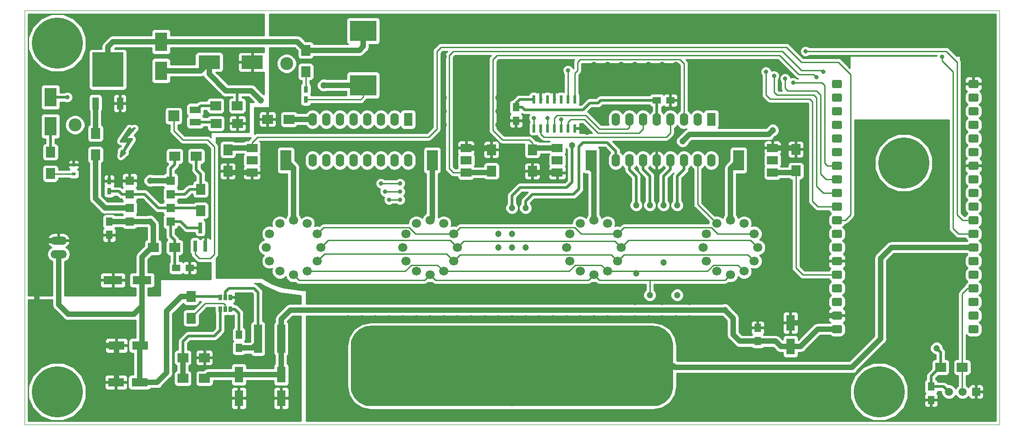
<source format=gbr>
%TF.GenerationSoftware,KiCad,Pcbnew,5.0.2-bee76a0~70~ubuntu18.10.1*%
%TF.CreationDate,2019-11-25T23:14:33+01:00*%
%TF.ProjectId,NixieNTPClock,4e697869-654e-4545-9043-6c6f636b2e6b,rev?*%
%TF.SameCoordinates,Original*%
%TF.FileFunction,Copper,L1,Top*%
%TF.FilePolarity,Positive*%
%FSLAX46Y46*%
G04 Gerber Fmt 4.6, Leading zero omitted, Abs format (unit mm)*
G04 Created by KiCad (PCBNEW 5.0.2-bee76a0~70~ubuntu18.10.1) date lun. 25 nov. 2019 23:14:33 CET*
%MOMM*%
%LPD*%
G01*
G04 APERTURE LIST*
%ADD10C,0.050000*%
%ADD11C,0.381000*%
%ADD12C,9.500000*%
%ADD13C,0.100000*%
%ADD14C,1.524000*%
%ADD15R,2.300000X3.500000*%
%ADD16R,1.700000X2.000000*%
%ADD17R,0.800000X0.600000*%
%ADD18R,3.000000X1.600000*%
%ADD19R,4.000000X2.500000*%
%ADD20R,1.250000X1.500000*%
%ADD21R,0.750000X1.200000*%
%ADD22R,1.500000X1.250000*%
%ADD23R,2.000000X1.700000*%
%ADD24R,1.600000X1.600000*%
%ADD25R,0.700000X2.000000*%
%ADD26R,3.500000X1.600000*%
%ADD27O,1.600000X2.400000*%
%ADD28R,1.600000X2.400000*%
%ADD29C,1.700000*%
%ADD30R,1.600000X3.000000*%
%ADD31O,3.010000X1.510000*%
%ADD32R,5.000000X3.850000*%
%ADD33R,1.501140X5.300980*%
%ADD34R,2.750000X3.050000*%
%ADD35R,5.800000X6.400000*%
%ADD36R,1.200000X2.200000*%
%ADD37R,2.000000X1.500000*%
%ADD38R,2.000000X3.800000*%
%ADD39R,2.000000X1.300000*%
%ADD40R,2.000000X2.000000*%
%ADD41C,15.000000*%
%ADD42R,0.600000X1.500000*%
%ADD43R,0.650000X1.060000*%
%ADD44R,1.520000X1.520000*%
%ADD45C,1.520000*%
%ADD46C,1.200000*%
%ADD47C,2.400000*%
%ADD48C,0.800000*%
%ADD49C,1.000000*%
%ADD50C,0.500000*%
%ADD51C,0.250000*%
%ADD52C,0.254000*%
G04 APERTURE END LIST*
D10*
X61722000Y-124460000D02*
X61722000Y-47244000D01*
X243078000Y-124460000D02*
X61722000Y-124460000D01*
X243078000Y-47244000D02*
X243078000Y-124460000D01*
X61722000Y-47244000D02*
X243078000Y-47244000D01*
D11*
X79883000Y-73914000D02*
X79756000Y-73406000D01*
X81026000Y-71628000D02*
X79883000Y-73914000D01*
X79629000Y-71628000D02*
X81026000Y-71628000D01*
X81153000Y-69342000D02*
X79629000Y-71628000D01*
X81407000Y-69723000D02*
X81280000Y-69215000D01*
X82169000Y-69215000D02*
X81407000Y-69723000D01*
X80391000Y-71247000D02*
X82169000Y-69215000D01*
X81661000Y-71247000D02*
X80391000Y-71247000D01*
X79883000Y-74041000D02*
X81661000Y-71247000D01*
X80391000Y-73787000D02*
X79883000Y-74041000D01*
X79629000Y-74422000D02*
X80391000Y-73787000D01*
X79756000Y-73406000D02*
X79629000Y-74422000D01*
X80010000Y-71501000D02*
X81280000Y-71501000D01*
X81407000Y-69596000D02*
X80010000Y-71501000D01*
D12*
X67818000Y-118364000D03*
D13*
G36*
X213458345Y-60199835D02*
X213495329Y-60205321D01*
X213531598Y-60214406D01*
X213566802Y-60227002D01*
X213600602Y-60242988D01*
X213632672Y-60262210D01*
X213662704Y-60284483D01*
X213690408Y-60309592D01*
X213715517Y-60337296D01*
X213737790Y-60367328D01*
X213757012Y-60399398D01*
X213772998Y-60433198D01*
X213785594Y-60468402D01*
X213794679Y-60504671D01*
X213800165Y-60541655D01*
X213802000Y-60579000D01*
X213802000Y-61341000D01*
X213800165Y-61378345D01*
X213794679Y-61415329D01*
X213785594Y-61451598D01*
X213772998Y-61486802D01*
X213757012Y-61520602D01*
X213737790Y-61552672D01*
X213715517Y-61582704D01*
X213690408Y-61610408D01*
X213662704Y-61635517D01*
X213632672Y-61657790D01*
X213600602Y-61677012D01*
X213566802Y-61692998D01*
X213531598Y-61705594D01*
X213495329Y-61714679D01*
X213458345Y-61720165D01*
X213421000Y-61722000D01*
X212283000Y-61722000D01*
X212245655Y-61720165D01*
X212208671Y-61714679D01*
X212172402Y-61705594D01*
X212137198Y-61692998D01*
X212103398Y-61677012D01*
X212071328Y-61657790D01*
X212041296Y-61635517D01*
X212013592Y-61610408D01*
X211988483Y-61582704D01*
X211966210Y-61552672D01*
X211946988Y-61520602D01*
X211931002Y-61486802D01*
X211918406Y-61451598D01*
X211909321Y-61415329D01*
X211903835Y-61378345D01*
X211902000Y-61341000D01*
X211902000Y-60579000D01*
X211903835Y-60541655D01*
X211909321Y-60504671D01*
X211918406Y-60468402D01*
X211931002Y-60433198D01*
X211946988Y-60399398D01*
X211966210Y-60367328D01*
X211988483Y-60337296D01*
X212013592Y-60309592D01*
X212041296Y-60284483D01*
X212071328Y-60262210D01*
X212103398Y-60242988D01*
X212137198Y-60227002D01*
X212172402Y-60214406D01*
X212208671Y-60205321D01*
X212245655Y-60199835D01*
X212283000Y-60198000D01*
X213421000Y-60198000D01*
X213458345Y-60199835D01*
X213458345Y-60199835D01*
G37*
D14*
X212852000Y-60960000D03*
D13*
G36*
X213458345Y-62739835D02*
X213495329Y-62745321D01*
X213531598Y-62754406D01*
X213566802Y-62767002D01*
X213600602Y-62782988D01*
X213632672Y-62802210D01*
X213662704Y-62824483D01*
X213690408Y-62849592D01*
X213715517Y-62877296D01*
X213737790Y-62907328D01*
X213757012Y-62939398D01*
X213772998Y-62973198D01*
X213785594Y-63008402D01*
X213794679Y-63044671D01*
X213800165Y-63081655D01*
X213802000Y-63119000D01*
X213802000Y-63881000D01*
X213800165Y-63918345D01*
X213794679Y-63955329D01*
X213785594Y-63991598D01*
X213772998Y-64026802D01*
X213757012Y-64060602D01*
X213737790Y-64092672D01*
X213715517Y-64122704D01*
X213690408Y-64150408D01*
X213662704Y-64175517D01*
X213632672Y-64197790D01*
X213600602Y-64217012D01*
X213566802Y-64232998D01*
X213531598Y-64245594D01*
X213495329Y-64254679D01*
X213458345Y-64260165D01*
X213421000Y-64262000D01*
X212283000Y-64262000D01*
X212245655Y-64260165D01*
X212208671Y-64254679D01*
X212172402Y-64245594D01*
X212137198Y-64232998D01*
X212103398Y-64217012D01*
X212071328Y-64197790D01*
X212041296Y-64175517D01*
X212013592Y-64150408D01*
X211988483Y-64122704D01*
X211966210Y-64092672D01*
X211946988Y-64060602D01*
X211931002Y-64026802D01*
X211918406Y-63991598D01*
X211909321Y-63955329D01*
X211903835Y-63918345D01*
X211902000Y-63881000D01*
X211902000Y-63119000D01*
X211903835Y-63081655D01*
X211909321Y-63044671D01*
X211918406Y-63008402D01*
X211931002Y-62973198D01*
X211946988Y-62939398D01*
X211966210Y-62907328D01*
X211988483Y-62877296D01*
X212013592Y-62849592D01*
X212041296Y-62824483D01*
X212071328Y-62802210D01*
X212103398Y-62782988D01*
X212137198Y-62767002D01*
X212172402Y-62754406D01*
X212208671Y-62745321D01*
X212245655Y-62739835D01*
X212283000Y-62738000D01*
X213421000Y-62738000D01*
X213458345Y-62739835D01*
X213458345Y-62739835D01*
G37*
D14*
X212852000Y-63500000D03*
D13*
G36*
X213458345Y-65279835D02*
X213495329Y-65285321D01*
X213531598Y-65294406D01*
X213566802Y-65307002D01*
X213600602Y-65322988D01*
X213632672Y-65342210D01*
X213662704Y-65364483D01*
X213690408Y-65389592D01*
X213715517Y-65417296D01*
X213737790Y-65447328D01*
X213757012Y-65479398D01*
X213772998Y-65513198D01*
X213785594Y-65548402D01*
X213794679Y-65584671D01*
X213800165Y-65621655D01*
X213802000Y-65659000D01*
X213802000Y-66421000D01*
X213800165Y-66458345D01*
X213794679Y-66495329D01*
X213785594Y-66531598D01*
X213772998Y-66566802D01*
X213757012Y-66600602D01*
X213737790Y-66632672D01*
X213715517Y-66662704D01*
X213690408Y-66690408D01*
X213662704Y-66715517D01*
X213632672Y-66737790D01*
X213600602Y-66757012D01*
X213566802Y-66772998D01*
X213531598Y-66785594D01*
X213495329Y-66794679D01*
X213458345Y-66800165D01*
X213421000Y-66802000D01*
X212283000Y-66802000D01*
X212245655Y-66800165D01*
X212208671Y-66794679D01*
X212172402Y-66785594D01*
X212137198Y-66772998D01*
X212103398Y-66757012D01*
X212071328Y-66737790D01*
X212041296Y-66715517D01*
X212013592Y-66690408D01*
X211988483Y-66662704D01*
X211966210Y-66632672D01*
X211946988Y-66600602D01*
X211931002Y-66566802D01*
X211918406Y-66531598D01*
X211909321Y-66495329D01*
X211903835Y-66458345D01*
X211902000Y-66421000D01*
X211902000Y-65659000D01*
X211903835Y-65621655D01*
X211909321Y-65584671D01*
X211918406Y-65548402D01*
X211931002Y-65513198D01*
X211946988Y-65479398D01*
X211966210Y-65447328D01*
X211988483Y-65417296D01*
X212013592Y-65389592D01*
X212041296Y-65364483D01*
X212071328Y-65342210D01*
X212103398Y-65322988D01*
X212137198Y-65307002D01*
X212172402Y-65294406D01*
X212208671Y-65285321D01*
X212245655Y-65279835D01*
X212283000Y-65278000D01*
X213421000Y-65278000D01*
X213458345Y-65279835D01*
X213458345Y-65279835D01*
G37*
D14*
X212852000Y-66040000D03*
D13*
G36*
X213458345Y-67819835D02*
X213495329Y-67825321D01*
X213531598Y-67834406D01*
X213566802Y-67847002D01*
X213600602Y-67862988D01*
X213632672Y-67882210D01*
X213662704Y-67904483D01*
X213690408Y-67929592D01*
X213715517Y-67957296D01*
X213737790Y-67987328D01*
X213757012Y-68019398D01*
X213772998Y-68053198D01*
X213785594Y-68088402D01*
X213794679Y-68124671D01*
X213800165Y-68161655D01*
X213802000Y-68199000D01*
X213802000Y-68961000D01*
X213800165Y-68998345D01*
X213794679Y-69035329D01*
X213785594Y-69071598D01*
X213772998Y-69106802D01*
X213757012Y-69140602D01*
X213737790Y-69172672D01*
X213715517Y-69202704D01*
X213690408Y-69230408D01*
X213662704Y-69255517D01*
X213632672Y-69277790D01*
X213600602Y-69297012D01*
X213566802Y-69312998D01*
X213531598Y-69325594D01*
X213495329Y-69334679D01*
X213458345Y-69340165D01*
X213421000Y-69342000D01*
X212283000Y-69342000D01*
X212245655Y-69340165D01*
X212208671Y-69334679D01*
X212172402Y-69325594D01*
X212137198Y-69312998D01*
X212103398Y-69297012D01*
X212071328Y-69277790D01*
X212041296Y-69255517D01*
X212013592Y-69230408D01*
X211988483Y-69202704D01*
X211966210Y-69172672D01*
X211946988Y-69140602D01*
X211931002Y-69106802D01*
X211918406Y-69071598D01*
X211909321Y-69035329D01*
X211903835Y-68998345D01*
X211902000Y-68961000D01*
X211902000Y-68199000D01*
X211903835Y-68161655D01*
X211909321Y-68124671D01*
X211918406Y-68088402D01*
X211931002Y-68053198D01*
X211946988Y-68019398D01*
X211966210Y-67987328D01*
X211988483Y-67957296D01*
X212013592Y-67929592D01*
X212041296Y-67904483D01*
X212071328Y-67882210D01*
X212103398Y-67862988D01*
X212137198Y-67847002D01*
X212172402Y-67834406D01*
X212208671Y-67825321D01*
X212245655Y-67819835D01*
X212283000Y-67818000D01*
X213421000Y-67818000D01*
X213458345Y-67819835D01*
X213458345Y-67819835D01*
G37*
D14*
X212852000Y-68580000D03*
D13*
G36*
X213458345Y-70359835D02*
X213495329Y-70365321D01*
X213531598Y-70374406D01*
X213566802Y-70387002D01*
X213600602Y-70402988D01*
X213632672Y-70422210D01*
X213662704Y-70444483D01*
X213690408Y-70469592D01*
X213715517Y-70497296D01*
X213737790Y-70527328D01*
X213757012Y-70559398D01*
X213772998Y-70593198D01*
X213785594Y-70628402D01*
X213794679Y-70664671D01*
X213800165Y-70701655D01*
X213802000Y-70739000D01*
X213802000Y-71501000D01*
X213800165Y-71538345D01*
X213794679Y-71575329D01*
X213785594Y-71611598D01*
X213772998Y-71646802D01*
X213757012Y-71680602D01*
X213737790Y-71712672D01*
X213715517Y-71742704D01*
X213690408Y-71770408D01*
X213662704Y-71795517D01*
X213632672Y-71817790D01*
X213600602Y-71837012D01*
X213566802Y-71852998D01*
X213531598Y-71865594D01*
X213495329Y-71874679D01*
X213458345Y-71880165D01*
X213421000Y-71882000D01*
X212283000Y-71882000D01*
X212245655Y-71880165D01*
X212208671Y-71874679D01*
X212172402Y-71865594D01*
X212137198Y-71852998D01*
X212103398Y-71837012D01*
X212071328Y-71817790D01*
X212041296Y-71795517D01*
X212013592Y-71770408D01*
X211988483Y-71742704D01*
X211966210Y-71712672D01*
X211946988Y-71680602D01*
X211931002Y-71646802D01*
X211918406Y-71611598D01*
X211909321Y-71575329D01*
X211903835Y-71538345D01*
X211902000Y-71501000D01*
X211902000Y-70739000D01*
X211903835Y-70701655D01*
X211909321Y-70664671D01*
X211918406Y-70628402D01*
X211931002Y-70593198D01*
X211946988Y-70559398D01*
X211966210Y-70527328D01*
X211988483Y-70497296D01*
X212013592Y-70469592D01*
X212041296Y-70444483D01*
X212071328Y-70422210D01*
X212103398Y-70402988D01*
X212137198Y-70387002D01*
X212172402Y-70374406D01*
X212208671Y-70365321D01*
X212245655Y-70359835D01*
X212283000Y-70358000D01*
X213421000Y-70358000D01*
X213458345Y-70359835D01*
X213458345Y-70359835D01*
G37*
D14*
X212852000Y-71120000D03*
D13*
G36*
X213458345Y-72899835D02*
X213495329Y-72905321D01*
X213531598Y-72914406D01*
X213566802Y-72927002D01*
X213600602Y-72942988D01*
X213632672Y-72962210D01*
X213662704Y-72984483D01*
X213690408Y-73009592D01*
X213715517Y-73037296D01*
X213737790Y-73067328D01*
X213757012Y-73099398D01*
X213772998Y-73133198D01*
X213785594Y-73168402D01*
X213794679Y-73204671D01*
X213800165Y-73241655D01*
X213802000Y-73279000D01*
X213802000Y-74041000D01*
X213800165Y-74078345D01*
X213794679Y-74115329D01*
X213785594Y-74151598D01*
X213772998Y-74186802D01*
X213757012Y-74220602D01*
X213737790Y-74252672D01*
X213715517Y-74282704D01*
X213690408Y-74310408D01*
X213662704Y-74335517D01*
X213632672Y-74357790D01*
X213600602Y-74377012D01*
X213566802Y-74392998D01*
X213531598Y-74405594D01*
X213495329Y-74414679D01*
X213458345Y-74420165D01*
X213421000Y-74422000D01*
X212283000Y-74422000D01*
X212245655Y-74420165D01*
X212208671Y-74414679D01*
X212172402Y-74405594D01*
X212137198Y-74392998D01*
X212103398Y-74377012D01*
X212071328Y-74357790D01*
X212041296Y-74335517D01*
X212013592Y-74310408D01*
X211988483Y-74282704D01*
X211966210Y-74252672D01*
X211946988Y-74220602D01*
X211931002Y-74186802D01*
X211918406Y-74151598D01*
X211909321Y-74115329D01*
X211903835Y-74078345D01*
X211902000Y-74041000D01*
X211902000Y-73279000D01*
X211903835Y-73241655D01*
X211909321Y-73204671D01*
X211918406Y-73168402D01*
X211931002Y-73133198D01*
X211946988Y-73099398D01*
X211966210Y-73067328D01*
X211988483Y-73037296D01*
X212013592Y-73009592D01*
X212041296Y-72984483D01*
X212071328Y-72962210D01*
X212103398Y-72942988D01*
X212137198Y-72927002D01*
X212172402Y-72914406D01*
X212208671Y-72905321D01*
X212245655Y-72899835D01*
X212283000Y-72898000D01*
X213421000Y-72898000D01*
X213458345Y-72899835D01*
X213458345Y-72899835D01*
G37*
D14*
X212852000Y-73660000D03*
D13*
G36*
X213458345Y-75439835D02*
X213495329Y-75445321D01*
X213531598Y-75454406D01*
X213566802Y-75467002D01*
X213600602Y-75482988D01*
X213632672Y-75502210D01*
X213662704Y-75524483D01*
X213690408Y-75549592D01*
X213715517Y-75577296D01*
X213737790Y-75607328D01*
X213757012Y-75639398D01*
X213772998Y-75673198D01*
X213785594Y-75708402D01*
X213794679Y-75744671D01*
X213800165Y-75781655D01*
X213802000Y-75819000D01*
X213802000Y-76581000D01*
X213800165Y-76618345D01*
X213794679Y-76655329D01*
X213785594Y-76691598D01*
X213772998Y-76726802D01*
X213757012Y-76760602D01*
X213737790Y-76792672D01*
X213715517Y-76822704D01*
X213690408Y-76850408D01*
X213662704Y-76875517D01*
X213632672Y-76897790D01*
X213600602Y-76917012D01*
X213566802Y-76932998D01*
X213531598Y-76945594D01*
X213495329Y-76954679D01*
X213458345Y-76960165D01*
X213421000Y-76962000D01*
X212283000Y-76962000D01*
X212245655Y-76960165D01*
X212208671Y-76954679D01*
X212172402Y-76945594D01*
X212137198Y-76932998D01*
X212103398Y-76917012D01*
X212071328Y-76897790D01*
X212041296Y-76875517D01*
X212013592Y-76850408D01*
X211988483Y-76822704D01*
X211966210Y-76792672D01*
X211946988Y-76760602D01*
X211931002Y-76726802D01*
X211918406Y-76691598D01*
X211909321Y-76655329D01*
X211903835Y-76618345D01*
X211902000Y-76581000D01*
X211902000Y-75819000D01*
X211903835Y-75781655D01*
X211909321Y-75744671D01*
X211918406Y-75708402D01*
X211931002Y-75673198D01*
X211946988Y-75639398D01*
X211966210Y-75607328D01*
X211988483Y-75577296D01*
X212013592Y-75549592D01*
X212041296Y-75524483D01*
X212071328Y-75502210D01*
X212103398Y-75482988D01*
X212137198Y-75467002D01*
X212172402Y-75454406D01*
X212208671Y-75445321D01*
X212245655Y-75439835D01*
X212283000Y-75438000D01*
X213421000Y-75438000D01*
X213458345Y-75439835D01*
X213458345Y-75439835D01*
G37*
D14*
X212852000Y-76200000D03*
D13*
G36*
X213458345Y-77979835D02*
X213495329Y-77985321D01*
X213531598Y-77994406D01*
X213566802Y-78007002D01*
X213600602Y-78022988D01*
X213632672Y-78042210D01*
X213662704Y-78064483D01*
X213690408Y-78089592D01*
X213715517Y-78117296D01*
X213737790Y-78147328D01*
X213757012Y-78179398D01*
X213772998Y-78213198D01*
X213785594Y-78248402D01*
X213794679Y-78284671D01*
X213800165Y-78321655D01*
X213802000Y-78359000D01*
X213802000Y-79121000D01*
X213800165Y-79158345D01*
X213794679Y-79195329D01*
X213785594Y-79231598D01*
X213772998Y-79266802D01*
X213757012Y-79300602D01*
X213737790Y-79332672D01*
X213715517Y-79362704D01*
X213690408Y-79390408D01*
X213662704Y-79415517D01*
X213632672Y-79437790D01*
X213600602Y-79457012D01*
X213566802Y-79472998D01*
X213531598Y-79485594D01*
X213495329Y-79494679D01*
X213458345Y-79500165D01*
X213421000Y-79502000D01*
X212283000Y-79502000D01*
X212245655Y-79500165D01*
X212208671Y-79494679D01*
X212172402Y-79485594D01*
X212137198Y-79472998D01*
X212103398Y-79457012D01*
X212071328Y-79437790D01*
X212041296Y-79415517D01*
X212013592Y-79390408D01*
X211988483Y-79362704D01*
X211966210Y-79332672D01*
X211946988Y-79300602D01*
X211931002Y-79266802D01*
X211918406Y-79231598D01*
X211909321Y-79195329D01*
X211903835Y-79158345D01*
X211902000Y-79121000D01*
X211902000Y-78359000D01*
X211903835Y-78321655D01*
X211909321Y-78284671D01*
X211918406Y-78248402D01*
X211931002Y-78213198D01*
X211946988Y-78179398D01*
X211966210Y-78147328D01*
X211988483Y-78117296D01*
X212013592Y-78089592D01*
X212041296Y-78064483D01*
X212071328Y-78042210D01*
X212103398Y-78022988D01*
X212137198Y-78007002D01*
X212172402Y-77994406D01*
X212208671Y-77985321D01*
X212245655Y-77979835D01*
X212283000Y-77978000D01*
X213421000Y-77978000D01*
X213458345Y-77979835D01*
X213458345Y-77979835D01*
G37*
D14*
X212852000Y-78740000D03*
D13*
G36*
X213458345Y-80519835D02*
X213495329Y-80525321D01*
X213531598Y-80534406D01*
X213566802Y-80547002D01*
X213600602Y-80562988D01*
X213632672Y-80582210D01*
X213662704Y-80604483D01*
X213690408Y-80629592D01*
X213715517Y-80657296D01*
X213737790Y-80687328D01*
X213757012Y-80719398D01*
X213772998Y-80753198D01*
X213785594Y-80788402D01*
X213794679Y-80824671D01*
X213800165Y-80861655D01*
X213802000Y-80899000D01*
X213802000Y-81661000D01*
X213800165Y-81698345D01*
X213794679Y-81735329D01*
X213785594Y-81771598D01*
X213772998Y-81806802D01*
X213757012Y-81840602D01*
X213737790Y-81872672D01*
X213715517Y-81902704D01*
X213690408Y-81930408D01*
X213662704Y-81955517D01*
X213632672Y-81977790D01*
X213600602Y-81997012D01*
X213566802Y-82012998D01*
X213531598Y-82025594D01*
X213495329Y-82034679D01*
X213458345Y-82040165D01*
X213421000Y-82042000D01*
X212283000Y-82042000D01*
X212245655Y-82040165D01*
X212208671Y-82034679D01*
X212172402Y-82025594D01*
X212137198Y-82012998D01*
X212103398Y-81997012D01*
X212071328Y-81977790D01*
X212041296Y-81955517D01*
X212013592Y-81930408D01*
X211988483Y-81902704D01*
X211966210Y-81872672D01*
X211946988Y-81840602D01*
X211931002Y-81806802D01*
X211918406Y-81771598D01*
X211909321Y-81735329D01*
X211903835Y-81698345D01*
X211902000Y-81661000D01*
X211902000Y-80899000D01*
X211903835Y-80861655D01*
X211909321Y-80824671D01*
X211918406Y-80788402D01*
X211931002Y-80753198D01*
X211946988Y-80719398D01*
X211966210Y-80687328D01*
X211988483Y-80657296D01*
X212013592Y-80629592D01*
X212041296Y-80604483D01*
X212071328Y-80582210D01*
X212103398Y-80562988D01*
X212137198Y-80547002D01*
X212172402Y-80534406D01*
X212208671Y-80525321D01*
X212245655Y-80519835D01*
X212283000Y-80518000D01*
X213421000Y-80518000D01*
X213458345Y-80519835D01*
X213458345Y-80519835D01*
G37*
D14*
X212852000Y-81280000D03*
D13*
G36*
X213458345Y-83059835D02*
X213495329Y-83065321D01*
X213531598Y-83074406D01*
X213566802Y-83087002D01*
X213600602Y-83102988D01*
X213632672Y-83122210D01*
X213662704Y-83144483D01*
X213690408Y-83169592D01*
X213715517Y-83197296D01*
X213737790Y-83227328D01*
X213757012Y-83259398D01*
X213772998Y-83293198D01*
X213785594Y-83328402D01*
X213794679Y-83364671D01*
X213800165Y-83401655D01*
X213802000Y-83439000D01*
X213802000Y-84201000D01*
X213800165Y-84238345D01*
X213794679Y-84275329D01*
X213785594Y-84311598D01*
X213772998Y-84346802D01*
X213757012Y-84380602D01*
X213737790Y-84412672D01*
X213715517Y-84442704D01*
X213690408Y-84470408D01*
X213662704Y-84495517D01*
X213632672Y-84517790D01*
X213600602Y-84537012D01*
X213566802Y-84552998D01*
X213531598Y-84565594D01*
X213495329Y-84574679D01*
X213458345Y-84580165D01*
X213421000Y-84582000D01*
X212283000Y-84582000D01*
X212245655Y-84580165D01*
X212208671Y-84574679D01*
X212172402Y-84565594D01*
X212137198Y-84552998D01*
X212103398Y-84537012D01*
X212071328Y-84517790D01*
X212041296Y-84495517D01*
X212013592Y-84470408D01*
X211988483Y-84442704D01*
X211966210Y-84412672D01*
X211946988Y-84380602D01*
X211931002Y-84346802D01*
X211918406Y-84311598D01*
X211909321Y-84275329D01*
X211903835Y-84238345D01*
X211902000Y-84201000D01*
X211902000Y-83439000D01*
X211903835Y-83401655D01*
X211909321Y-83364671D01*
X211918406Y-83328402D01*
X211931002Y-83293198D01*
X211946988Y-83259398D01*
X211966210Y-83227328D01*
X211988483Y-83197296D01*
X212013592Y-83169592D01*
X212041296Y-83144483D01*
X212071328Y-83122210D01*
X212103398Y-83102988D01*
X212137198Y-83087002D01*
X212172402Y-83074406D01*
X212208671Y-83065321D01*
X212245655Y-83059835D01*
X212283000Y-83058000D01*
X213421000Y-83058000D01*
X213458345Y-83059835D01*
X213458345Y-83059835D01*
G37*
D14*
X212852000Y-83820000D03*
D13*
G36*
X213458345Y-85599835D02*
X213495329Y-85605321D01*
X213531598Y-85614406D01*
X213566802Y-85627002D01*
X213600602Y-85642988D01*
X213632672Y-85662210D01*
X213662704Y-85684483D01*
X213690408Y-85709592D01*
X213715517Y-85737296D01*
X213737790Y-85767328D01*
X213757012Y-85799398D01*
X213772998Y-85833198D01*
X213785594Y-85868402D01*
X213794679Y-85904671D01*
X213800165Y-85941655D01*
X213802000Y-85979000D01*
X213802000Y-86741000D01*
X213800165Y-86778345D01*
X213794679Y-86815329D01*
X213785594Y-86851598D01*
X213772998Y-86886802D01*
X213757012Y-86920602D01*
X213737790Y-86952672D01*
X213715517Y-86982704D01*
X213690408Y-87010408D01*
X213662704Y-87035517D01*
X213632672Y-87057790D01*
X213600602Y-87077012D01*
X213566802Y-87092998D01*
X213531598Y-87105594D01*
X213495329Y-87114679D01*
X213458345Y-87120165D01*
X213421000Y-87122000D01*
X212283000Y-87122000D01*
X212245655Y-87120165D01*
X212208671Y-87114679D01*
X212172402Y-87105594D01*
X212137198Y-87092998D01*
X212103398Y-87077012D01*
X212071328Y-87057790D01*
X212041296Y-87035517D01*
X212013592Y-87010408D01*
X211988483Y-86982704D01*
X211966210Y-86952672D01*
X211946988Y-86920602D01*
X211931002Y-86886802D01*
X211918406Y-86851598D01*
X211909321Y-86815329D01*
X211903835Y-86778345D01*
X211902000Y-86741000D01*
X211902000Y-85979000D01*
X211903835Y-85941655D01*
X211909321Y-85904671D01*
X211918406Y-85868402D01*
X211931002Y-85833198D01*
X211946988Y-85799398D01*
X211966210Y-85767328D01*
X211988483Y-85737296D01*
X212013592Y-85709592D01*
X212041296Y-85684483D01*
X212071328Y-85662210D01*
X212103398Y-85642988D01*
X212137198Y-85627002D01*
X212172402Y-85614406D01*
X212208671Y-85605321D01*
X212245655Y-85599835D01*
X212283000Y-85598000D01*
X213421000Y-85598000D01*
X213458345Y-85599835D01*
X213458345Y-85599835D01*
G37*
D14*
X212852000Y-86360000D03*
D13*
G36*
X213458345Y-88139835D02*
X213495329Y-88145321D01*
X213531598Y-88154406D01*
X213566802Y-88167002D01*
X213600602Y-88182988D01*
X213632672Y-88202210D01*
X213662704Y-88224483D01*
X213690408Y-88249592D01*
X213715517Y-88277296D01*
X213737790Y-88307328D01*
X213757012Y-88339398D01*
X213772998Y-88373198D01*
X213785594Y-88408402D01*
X213794679Y-88444671D01*
X213800165Y-88481655D01*
X213802000Y-88519000D01*
X213802000Y-89281000D01*
X213800165Y-89318345D01*
X213794679Y-89355329D01*
X213785594Y-89391598D01*
X213772998Y-89426802D01*
X213757012Y-89460602D01*
X213737790Y-89492672D01*
X213715517Y-89522704D01*
X213690408Y-89550408D01*
X213662704Y-89575517D01*
X213632672Y-89597790D01*
X213600602Y-89617012D01*
X213566802Y-89632998D01*
X213531598Y-89645594D01*
X213495329Y-89654679D01*
X213458345Y-89660165D01*
X213421000Y-89662000D01*
X212283000Y-89662000D01*
X212245655Y-89660165D01*
X212208671Y-89654679D01*
X212172402Y-89645594D01*
X212137198Y-89632998D01*
X212103398Y-89617012D01*
X212071328Y-89597790D01*
X212041296Y-89575517D01*
X212013592Y-89550408D01*
X211988483Y-89522704D01*
X211966210Y-89492672D01*
X211946988Y-89460602D01*
X211931002Y-89426802D01*
X211918406Y-89391598D01*
X211909321Y-89355329D01*
X211903835Y-89318345D01*
X211902000Y-89281000D01*
X211902000Y-88519000D01*
X211903835Y-88481655D01*
X211909321Y-88444671D01*
X211918406Y-88408402D01*
X211931002Y-88373198D01*
X211946988Y-88339398D01*
X211966210Y-88307328D01*
X211988483Y-88277296D01*
X212013592Y-88249592D01*
X212041296Y-88224483D01*
X212071328Y-88202210D01*
X212103398Y-88182988D01*
X212137198Y-88167002D01*
X212172402Y-88154406D01*
X212208671Y-88145321D01*
X212245655Y-88139835D01*
X212283000Y-88138000D01*
X213421000Y-88138000D01*
X213458345Y-88139835D01*
X213458345Y-88139835D01*
G37*
D14*
X212852000Y-88900000D03*
D13*
G36*
X213458345Y-90679835D02*
X213495329Y-90685321D01*
X213531598Y-90694406D01*
X213566802Y-90707002D01*
X213600602Y-90722988D01*
X213632672Y-90742210D01*
X213662704Y-90764483D01*
X213690408Y-90789592D01*
X213715517Y-90817296D01*
X213737790Y-90847328D01*
X213757012Y-90879398D01*
X213772998Y-90913198D01*
X213785594Y-90948402D01*
X213794679Y-90984671D01*
X213800165Y-91021655D01*
X213802000Y-91059000D01*
X213802000Y-91821000D01*
X213800165Y-91858345D01*
X213794679Y-91895329D01*
X213785594Y-91931598D01*
X213772998Y-91966802D01*
X213757012Y-92000602D01*
X213737790Y-92032672D01*
X213715517Y-92062704D01*
X213690408Y-92090408D01*
X213662704Y-92115517D01*
X213632672Y-92137790D01*
X213600602Y-92157012D01*
X213566802Y-92172998D01*
X213531598Y-92185594D01*
X213495329Y-92194679D01*
X213458345Y-92200165D01*
X213421000Y-92202000D01*
X212283000Y-92202000D01*
X212245655Y-92200165D01*
X212208671Y-92194679D01*
X212172402Y-92185594D01*
X212137198Y-92172998D01*
X212103398Y-92157012D01*
X212071328Y-92137790D01*
X212041296Y-92115517D01*
X212013592Y-92090408D01*
X211988483Y-92062704D01*
X211966210Y-92032672D01*
X211946988Y-92000602D01*
X211931002Y-91966802D01*
X211918406Y-91931598D01*
X211909321Y-91895329D01*
X211903835Y-91858345D01*
X211902000Y-91821000D01*
X211902000Y-91059000D01*
X211903835Y-91021655D01*
X211909321Y-90984671D01*
X211918406Y-90948402D01*
X211931002Y-90913198D01*
X211946988Y-90879398D01*
X211966210Y-90847328D01*
X211988483Y-90817296D01*
X212013592Y-90789592D01*
X212041296Y-90764483D01*
X212071328Y-90742210D01*
X212103398Y-90722988D01*
X212137198Y-90707002D01*
X212172402Y-90694406D01*
X212208671Y-90685321D01*
X212245655Y-90679835D01*
X212283000Y-90678000D01*
X213421000Y-90678000D01*
X213458345Y-90679835D01*
X213458345Y-90679835D01*
G37*
D14*
X212852000Y-91440000D03*
D13*
G36*
X213458345Y-93219835D02*
X213495329Y-93225321D01*
X213531598Y-93234406D01*
X213566802Y-93247002D01*
X213600602Y-93262988D01*
X213632672Y-93282210D01*
X213662704Y-93304483D01*
X213690408Y-93329592D01*
X213715517Y-93357296D01*
X213737790Y-93387328D01*
X213757012Y-93419398D01*
X213772998Y-93453198D01*
X213785594Y-93488402D01*
X213794679Y-93524671D01*
X213800165Y-93561655D01*
X213802000Y-93599000D01*
X213802000Y-94361000D01*
X213800165Y-94398345D01*
X213794679Y-94435329D01*
X213785594Y-94471598D01*
X213772998Y-94506802D01*
X213757012Y-94540602D01*
X213737790Y-94572672D01*
X213715517Y-94602704D01*
X213690408Y-94630408D01*
X213662704Y-94655517D01*
X213632672Y-94677790D01*
X213600602Y-94697012D01*
X213566802Y-94712998D01*
X213531598Y-94725594D01*
X213495329Y-94734679D01*
X213458345Y-94740165D01*
X213421000Y-94742000D01*
X212283000Y-94742000D01*
X212245655Y-94740165D01*
X212208671Y-94734679D01*
X212172402Y-94725594D01*
X212137198Y-94712998D01*
X212103398Y-94697012D01*
X212071328Y-94677790D01*
X212041296Y-94655517D01*
X212013592Y-94630408D01*
X211988483Y-94602704D01*
X211966210Y-94572672D01*
X211946988Y-94540602D01*
X211931002Y-94506802D01*
X211918406Y-94471598D01*
X211909321Y-94435329D01*
X211903835Y-94398345D01*
X211902000Y-94361000D01*
X211902000Y-93599000D01*
X211903835Y-93561655D01*
X211909321Y-93524671D01*
X211918406Y-93488402D01*
X211931002Y-93453198D01*
X211946988Y-93419398D01*
X211966210Y-93387328D01*
X211988483Y-93357296D01*
X212013592Y-93329592D01*
X212041296Y-93304483D01*
X212071328Y-93282210D01*
X212103398Y-93262988D01*
X212137198Y-93247002D01*
X212172402Y-93234406D01*
X212208671Y-93225321D01*
X212245655Y-93219835D01*
X212283000Y-93218000D01*
X213421000Y-93218000D01*
X213458345Y-93219835D01*
X213458345Y-93219835D01*
G37*
D14*
X212852000Y-93980000D03*
D13*
G36*
X213458345Y-95759835D02*
X213495329Y-95765321D01*
X213531598Y-95774406D01*
X213566802Y-95787002D01*
X213600602Y-95802988D01*
X213632672Y-95822210D01*
X213662704Y-95844483D01*
X213690408Y-95869592D01*
X213715517Y-95897296D01*
X213737790Y-95927328D01*
X213757012Y-95959398D01*
X213772998Y-95993198D01*
X213785594Y-96028402D01*
X213794679Y-96064671D01*
X213800165Y-96101655D01*
X213802000Y-96139000D01*
X213802000Y-96901000D01*
X213800165Y-96938345D01*
X213794679Y-96975329D01*
X213785594Y-97011598D01*
X213772998Y-97046802D01*
X213757012Y-97080602D01*
X213737790Y-97112672D01*
X213715517Y-97142704D01*
X213690408Y-97170408D01*
X213662704Y-97195517D01*
X213632672Y-97217790D01*
X213600602Y-97237012D01*
X213566802Y-97252998D01*
X213531598Y-97265594D01*
X213495329Y-97274679D01*
X213458345Y-97280165D01*
X213421000Y-97282000D01*
X212283000Y-97282000D01*
X212245655Y-97280165D01*
X212208671Y-97274679D01*
X212172402Y-97265594D01*
X212137198Y-97252998D01*
X212103398Y-97237012D01*
X212071328Y-97217790D01*
X212041296Y-97195517D01*
X212013592Y-97170408D01*
X211988483Y-97142704D01*
X211966210Y-97112672D01*
X211946988Y-97080602D01*
X211931002Y-97046802D01*
X211918406Y-97011598D01*
X211909321Y-96975329D01*
X211903835Y-96938345D01*
X211902000Y-96901000D01*
X211902000Y-96139000D01*
X211903835Y-96101655D01*
X211909321Y-96064671D01*
X211918406Y-96028402D01*
X211931002Y-95993198D01*
X211946988Y-95959398D01*
X211966210Y-95927328D01*
X211988483Y-95897296D01*
X212013592Y-95869592D01*
X212041296Y-95844483D01*
X212071328Y-95822210D01*
X212103398Y-95802988D01*
X212137198Y-95787002D01*
X212172402Y-95774406D01*
X212208671Y-95765321D01*
X212245655Y-95759835D01*
X212283000Y-95758000D01*
X213421000Y-95758000D01*
X213458345Y-95759835D01*
X213458345Y-95759835D01*
G37*
D14*
X212852000Y-96520000D03*
D13*
G36*
X213458345Y-98299835D02*
X213495329Y-98305321D01*
X213531598Y-98314406D01*
X213566802Y-98327002D01*
X213600602Y-98342988D01*
X213632672Y-98362210D01*
X213662704Y-98384483D01*
X213690408Y-98409592D01*
X213715517Y-98437296D01*
X213737790Y-98467328D01*
X213757012Y-98499398D01*
X213772998Y-98533198D01*
X213785594Y-98568402D01*
X213794679Y-98604671D01*
X213800165Y-98641655D01*
X213802000Y-98679000D01*
X213802000Y-99441000D01*
X213800165Y-99478345D01*
X213794679Y-99515329D01*
X213785594Y-99551598D01*
X213772998Y-99586802D01*
X213757012Y-99620602D01*
X213737790Y-99652672D01*
X213715517Y-99682704D01*
X213690408Y-99710408D01*
X213662704Y-99735517D01*
X213632672Y-99757790D01*
X213600602Y-99777012D01*
X213566802Y-99792998D01*
X213531598Y-99805594D01*
X213495329Y-99814679D01*
X213458345Y-99820165D01*
X213421000Y-99822000D01*
X212283000Y-99822000D01*
X212245655Y-99820165D01*
X212208671Y-99814679D01*
X212172402Y-99805594D01*
X212137198Y-99792998D01*
X212103398Y-99777012D01*
X212071328Y-99757790D01*
X212041296Y-99735517D01*
X212013592Y-99710408D01*
X211988483Y-99682704D01*
X211966210Y-99652672D01*
X211946988Y-99620602D01*
X211931002Y-99586802D01*
X211918406Y-99551598D01*
X211909321Y-99515329D01*
X211903835Y-99478345D01*
X211902000Y-99441000D01*
X211902000Y-98679000D01*
X211903835Y-98641655D01*
X211909321Y-98604671D01*
X211918406Y-98568402D01*
X211931002Y-98533198D01*
X211946988Y-98499398D01*
X211966210Y-98467328D01*
X211988483Y-98437296D01*
X212013592Y-98409592D01*
X212041296Y-98384483D01*
X212071328Y-98362210D01*
X212103398Y-98342988D01*
X212137198Y-98327002D01*
X212172402Y-98314406D01*
X212208671Y-98305321D01*
X212245655Y-98299835D01*
X212283000Y-98298000D01*
X213421000Y-98298000D01*
X213458345Y-98299835D01*
X213458345Y-98299835D01*
G37*
D14*
X212852000Y-99060000D03*
D13*
G36*
X213458345Y-100839835D02*
X213495329Y-100845321D01*
X213531598Y-100854406D01*
X213566802Y-100867002D01*
X213600602Y-100882988D01*
X213632672Y-100902210D01*
X213662704Y-100924483D01*
X213690408Y-100949592D01*
X213715517Y-100977296D01*
X213737790Y-101007328D01*
X213757012Y-101039398D01*
X213772998Y-101073198D01*
X213785594Y-101108402D01*
X213794679Y-101144671D01*
X213800165Y-101181655D01*
X213802000Y-101219000D01*
X213802000Y-101981000D01*
X213800165Y-102018345D01*
X213794679Y-102055329D01*
X213785594Y-102091598D01*
X213772998Y-102126802D01*
X213757012Y-102160602D01*
X213737790Y-102192672D01*
X213715517Y-102222704D01*
X213690408Y-102250408D01*
X213662704Y-102275517D01*
X213632672Y-102297790D01*
X213600602Y-102317012D01*
X213566802Y-102332998D01*
X213531598Y-102345594D01*
X213495329Y-102354679D01*
X213458345Y-102360165D01*
X213421000Y-102362000D01*
X212283000Y-102362000D01*
X212245655Y-102360165D01*
X212208671Y-102354679D01*
X212172402Y-102345594D01*
X212137198Y-102332998D01*
X212103398Y-102317012D01*
X212071328Y-102297790D01*
X212041296Y-102275517D01*
X212013592Y-102250408D01*
X211988483Y-102222704D01*
X211966210Y-102192672D01*
X211946988Y-102160602D01*
X211931002Y-102126802D01*
X211918406Y-102091598D01*
X211909321Y-102055329D01*
X211903835Y-102018345D01*
X211902000Y-101981000D01*
X211902000Y-101219000D01*
X211903835Y-101181655D01*
X211909321Y-101144671D01*
X211918406Y-101108402D01*
X211931002Y-101073198D01*
X211946988Y-101039398D01*
X211966210Y-101007328D01*
X211988483Y-100977296D01*
X212013592Y-100949592D01*
X212041296Y-100924483D01*
X212071328Y-100902210D01*
X212103398Y-100882988D01*
X212137198Y-100867002D01*
X212172402Y-100854406D01*
X212208671Y-100845321D01*
X212245655Y-100839835D01*
X212283000Y-100838000D01*
X213421000Y-100838000D01*
X213458345Y-100839835D01*
X213458345Y-100839835D01*
G37*
D14*
X212852000Y-101600000D03*
D13*
G36*
X213458345Y-103379835D02*
X213495329Y-103385321D01*
X213531598Y-103394406D01*
X213566802Y-103407002D01*
X213600602Y-103422988D01*
X213632672Y-103442210D01*
X213662704Y-103464483D01*
X213690408Y-103489592D01*
X213715517Y-103517296D01*
X213737790Y-103547328D01*
X213757012Y-103579398D01*
X213772998Y-103613198D01*
X213785594Y-103648402D01*
X213794679Y-103684671D01*
X213800165Y-103721655D01*
X213802000Y-103759000D01*
X213802000Y-104521000D01*
X213800165Y-104558345D01*
X213794679Y-104595329D01*
X213785594Y-104631598D01*
X213772998Y-104666802D01*
X213757012Y-104700602D01*
X213737790Y-104732672D01*
X213715517Y-104762704D01*
X213690408Y-104790408D01*
X213662704Y-104815517D01*
X213632672Y-104837790D01*
X213600602Y-104857012D01*
X213566802Y-104872998D01*
X213531598Y-104885594D01*
X213495329Y-104894679D01*
X213458345Y-104900165D01*
X213421000Y-104902000D01*
X212283000Y-104902000D01*
X212245655Y-104900165D01*
X212208671Y-104894679D01*
X212172402Y-104885594D01*
X212137198Y-104872998D01*
X212103398Y-104857012D01*
X212071328Y-104837790D01*
X212041296Y-104815517D01*
X212013592Y-104790408D01*
X211988483Y-104762704D01*
X211966210Y-104732672D01*
X211946988Y-104700602D01*
X211931002Y-104666802D01*
X211918406Y-104631598D01*
X211909321Y-104595329D01*
X211903835Y-104558345D01*
X211902000Y-104521000D01*
X211902000Y-103759000D01*
X211903835Y-103721655D01*
X211909321Y-103684671D01*
X211918406Y-103648402D01*
X211931002Y-103613198D01*
X211946988Y-103579398D01*
X211966210Y-103547328D01*
X211988483Y-103517296D01*
X212013592Y-103489592D01*
X212041296Y-103464483D01*
X212071328Y-103442210D01*
X212103398Y-103422988D01*
X212137198Y-103407002D01*
X212172402Y-103394406D01*
X212208671Y-103385321D01*
X212245655Y-103379835D01*
X212283000Y-103378000D01*
X213421000Y-103378000D01*
X213458345Y-103379835D01*
X213458345Y-103379835D01*
G37*
D14*
X212852000Y-104140000D03*
D13*
G36*
X213458345Y-105919835D02*
X213495329Y-105925321D01*
X213531598Y-105934406D01*
X213566802Y-105947002D01*
X213600602Y-105962988D01*
X213632672Y-105982210D01*
X213662704Y-106004483D01*
X213690408Y-106029592D01*
X213715517Y-106057296D01*
X213737790Y-106087328D01*
X213757012Y-106119398D01*
X213772998Y-106153198D01*
X213785594Y-106188402D01*
X213794679Y-106224671D01*
X213800165Y-106261655D01*
X213802000Y-106299000D01*
X213802000Y-107061000D01*
X213800165Y-107098345D01*
X213794679Y-107135329D01*
X213785594Y-107171598D01*
X213772998Y-107206802D01*
X213757012Y-107240602D01*
X213737790Y-107272672D01*
X213715517Y-107302704D01*
X213690408Y-107330408D01*
X213662704Y-107355517D01*
X213632672Y-107377790D01*
X213600602Y-107397012D01*
X213566802Y-107412998D01*
X213531598Y-107425594D01*
X213495329Y-107434679D01*
X213458345Y-107440165D01*
X213421000Y-107442000D01*
X212283000Y-107442000D01*
X212245655Y-107440165D01*
X212208671Y-107434679D01*
X212172402Y-107425594D01*
X212137198Y-107412998D01*
X212103398Y-107397012D01*
X212071328Y-107377790D01*
X212041296Y-107355517D01*
X212013592Y-107330408D01*
X211988483Y-107302704D01*
X211966210Y-107272672D01*
X211946988Y-107240602D01*
X211931002Y-107206802D01*
X211918406Y-107171598D01*
X211909321Y-107135329D01*
X211903835Y-107098345D01*
X211902000Y-107061000D01*
X211902000Y-106299000D01*
X211903835Y-106261655D01*
X211909321Y-106224671D01*
X211918406Y-106188402D01*
X211931002Y-106153198D01*
X211946988Y-106119398D01*
X211966210Y-106087328D01*
X211988483Y-106057296D01*
X212013592Y-106029592D01*
X212041296Y-106004483D01*
X212071328Y-105982210D01*
X212103398Y-105962988D01*
X212137198Y-105947002D01*
X212172402Y-105934406D01*
X212208671Y-105925321D01*
X212245655Y-105919835D01*
X212283000Y-105918000D01*
X213421000Y-105918000D01*
X213458345Y-105919835D01*
X213458345Y-105919835D01*
G37*
D14*
X212852000Y-106680000D03*
D13*
G36*
X238858345Y-105919835D02*
X238895329Y-105925321D01*
X238931598Y-105934406D01*
X238966802Y-105947002D01*
X239000602Y-105962988D01*
X239032672Y-105982210D01*
X239062704Y-106004483D01*
X239090408Y-106029592D01*
X239115517Y-106057296D01*
X239137790Y-106087328D01*
X239157012Y-106119398D01*
X239172998Y-106153198D01*
X239185594Y-106188402D01*
X239194679Y-106224671D01*
X239200165Y-106261655D01*
X239202000Y-106299000D01*
X239202000Y-107061000D01*
X239200165Y-107098345D01*
X239194679Y-107135329D01*
X239185594Y-107171598D01*
X239172998Y-107206802D01*
X239157012Y-107240602D01*
X239137790Y-107272672D01*
X239115517Y-107302704D01*
X239090408Y-107330408D01*
X239062704Y-107355517D01*
X239032672Y-107377790D01*
X239000602Y-107397012D01*
X238966802Y-107412998D01*
X238931598Y-107425594D01*
X238895329Y-107434679D01*
X238858345Y-107440165D01*
X238821000Y-107442000D01*
X237683000Y-107442000D01*
X237645655Y-107440165D01*
X237608671Y-107434679D01*
X237572402Y-107425594D01*
X237537198Y-107412998D01*
X237503398Y-107397012D01*
X237471328Y-107377790D01*
X237441296Y-107355517D01*
X237413592Y-107330408D01*
X237388483Y-107302704D01*
X237366210Y-107272672D01*
X237346988Y-107240602D01*
X237331002Y-107206802D01*
X237318406Y-107171598D01*
X237309321Y-107135329D01*
X237303835Y-107098345D01*
X237302000Y-107061000D01*
X237302000Y-106299000D01*
X237303835Y-106261655D01*
X237309321Y-106224671D01*
X237318406Y-106188402D01*
X237331002Y-106153198D01*
X237346988Y-106119398D01*
X237366210Y-106087328D01*
X237388483Y-106057296D01*
X237413592Y-106029592D01*
X237441296Y-106004483D01*
X237471328Y-105982210D01*
X237503398Y-105962988D01*
X237537198Y-105947002D01*
X237572402Y-105934406D01*
X237608671Y-105925321D01*
X237645655Y-105919835D01*
X237683000Y-105918000D01*
X238821000Y-105918000D01*
X238858345Y-105919835D01*
X238858345Y-105919835D01*
G37*
D14*
X238252000Y-106680000D03*
D13*
G36*
X238858345Y-103379835D02*
X238895329Y-103385321D01*
X238931598Y-103394406D01*
X238966802Y-103407002D01*
X239000602Y-103422988D01*
X239032672Y-103442210D01*
X239062704Y-103464483D01*
X239090408Y-103489592D01*
X239115517Y-103517296D01*
X239137790Y-103547328D01*
X239157012Y-103579398D01*
X239172998Y-103613198D01*
X239185594Y-103648402D01*
X239194679Y-103684671D01*
X239200165Y-103721655D01*
X239202000Y-103759000D01*
X239202000Y-104521000D01*
X239200165Y-104558345D01*
X239194679Y-104595329D01*
X239185594Y-104631598D01*
X239172998Y-104666802D01*
X239157012Y-104700602D01*
X239137790Y-104732672D01*
X239115517Y-104762704D01*
X239090408Y-104790408D01*
X239062704Y-104815517D01*
X239032672Y-104837790D01*
X239000602Y-104857012D01*
X238966802Y-104872998D01*
X238931598Y-104885594D01*
X238895329Y-104894679D01*
X238858345Y-104900165D01*
X238821000Y-104902000D01*
X237683000Y-104902000D01*
X237645655Y-104900165D01*
X237608671Y-104894679D01*
X237572402Y-104885594D01*
X237537198Y-104872998D01*
X237503398Y-104857012D01*
X237471328Y-104837790D01*
X237441296Y-104815517D01*
X237413592Y-104790408D01*
X237388483Y-104762704D01*
X237366210Y-104732672D01*
X237346988Y-104700602D01*
X237331002Y-104666802D01*
X237318406Y-104631598D01*
X237309321Y-104595329D01*
X237303835Y-104558345D01*
X237302000Y-104521000D01*
X237302000Y-103759000D01*
X237303835Y-103721655D01*
X237309321Y-103684671D01*
X237318406Y-103648402D01*
X237331002Y-103613198D01*
X237346988Y-103579398D01*
X237366210Y-103547328D01*
X237388483Y-103517296D01*
X237413592Y-103489592D01*
X237441296Y-103464483D01*
X237471328Y-103442210D01*
X237503398Y-103422988D01*
X237537198Y-103407002D01*
X237572402Y-103394406D01*
X237608671Y-103385321D01*
X237645655Y-103379835D01*
X237683000Y-103378000D01*
X238821000Y-103378000D01*
X238858345Y-103379835D01*
X238858345Y-103379835D01*
G37*
D14*
X238252000Y-104140000D03*
D13*
G36*
X238858345Y-100839835D02*
X238895329Y-100845321D01*
X238931598Y-100854406D01*
X238966802Y-100867002D01*
X239000602Y-100882988D01*
X239032672Y-100902210D01*
X239062704Y-100924483D01*
X239090408Y-100949592D01*
X239115517Y-100977296D01*
X239137790Y-101007328D01*
X239157012Y-101039398D01*
X239172998Y-101073198D01*
X239185594Y-101108402D01*
X239194679Y-101144671D01*
X239200165Y-101181655D01*
X239202000Y-101219000D01*
X239202000Y-101981000D01*
X239200165Y-102018345D01*
X239194679Y-102055329D01*
X239185594Y-102091598D01*
X239172998Y-102126802D01*
X239157012Y-102160602D01*
X239137790Y-102192672D01*
X239115517Y-102222704D01*
X239090408Y-102250408D01*
X239062704Y-102275517D01*
X239032672Y-102297790D01*
X239000602Y-102317012D01*
X238966802Y-102332998D01*
X238931598Y-102345594D01*
X238895329Y-102354679D01*
X238858345Y-102360165D01*
X238821000Y-102362000D01*
X237683000Y-102362000D01*
X237645655Y-102360165D01*
X237608671Y-102354679D01*
X237572402Y-102345594D01*
X237537198Y-102332998D01*
X237503398Y-102317012D01*
X237471328Y-102297790D01*
X237441296Y-102275517D01*
X237413592Y-102250408D01*
X237388483Y-102222704D01*
X237366210Y-102192672D01*
X237346988Y-102160602D01*
X237331002Y-102126802D01*
X237318406Y-102091598D01*
X237309321Y-102055329D01*
X237303835Y-102018345D01*
X237302000Y-101981000D01*
X237302000Y-101219000D01*
X237303835Y-101181655D01*
X237309321Y-101144671D01*
X237318406Y-101108402D01*
X237331002Y-101073198D01*
X237346988Y-101039398D01*
X237366210Y-101007328D01*
X237388483Y-100977296D01*
X237413592Y-100949592D01*
X237441296Y-100924483D01*
X237471328Y-100902210D01*
X237503398Y-100882988D01*
X237537198Y-100867002D01*
X237572402Y-100854406D01*
X237608671Y-100845321D01*
X237645655Y-100839835D01*
X237683000Y-100838000D01*
X238821000Y-100838000D01*
X238858345Y-100839835D01*
X238858345Y-100839835D01*
G37*
D14*
X238252000Y-101600000D03*
D13*
G36*
X238858345Y-98299835D02*
X238895329Y-98305321D01*
X238931598Y-98314406D01*
X238966802Y-98327002D01*
X239000602Y-98342988D01*
X239032672Y-98362210D01*
X239062704Y-98384483D01*
X239090408Y-98409592D01*
X239115517Y-98437296D01*
X239137790Y-98467328D01*
X239157012Y-98499398D01*
X239172998Y-98533198D01*
X239185594Y-98568402D01*
X239194679Y-98604671D01*
X239200165Y-98641655D01*
X239202000Y-98679000D01*
X239202000Y-99441000D01*
X239200165Y-99478345D01*
X239194679Y-99515329D01*
X239185594Y-99551598D01*
X239172998Y-99586802D01*
X239157012Y-99620602D01*
X239137790Y-99652672D01*
X239115517Y-99682704D01*
X239090408Y-99710408D01*
X239062704Y-99735517D01*
X239032672Y-99757790D01*
X239000602Y-99777012D01*
X238966802Y-99792998D01*
X238931598Y-99805594D01*
X238895329Y-99814679D01*
X238858345Y-99820165D01*
X238821000Y-99822000D01*
X237683000Y-99822000D01*
X237645655Y-99820165D01*
X237608671Y-99814679D01*
X237572402Y-99805594D01*
X237537198Y-99792998D01*
X237503398Y-99777012D01*
X237471328Y-99757790D01*
X237441296Y-99735517D01*
X237413592Y-99710408D01*
X237388483Y-99682704D01*
X237366210Y-99652672D01*
X237346988Y-99620602D01*
X237331002Y-99586802D01*
X237318406Y-99551598D01*
X237309321Y-99515329D01*
X237303835Y-99478345D01*
X237302000Y-99441000D01*
X237302000Y-98679000D01*
X237303835Y-98641655D01*
X237309321Y-98604671D01*
X237318406Y-98568402D01*
X237331002Y-98533198D01*
X237346988Y-98499398D01*
X237366210Y-98467328D01*
X237388483Y-98437296D01*
X237413592Y-98409592D01*
X237441296Y-98384483D01*
X237471328Y-98362210D01*
X237503398Y-98342988D01*
X237537198Y-98327002D01*
X237572402Y-98314406D01*
X237608671Y-98305321D01*
X237645655Y-98299835D01*
X237683000Y-98298000D01*
X238821000Y-98298000D01*
X238858345Y-98299835D01*
X238858345Y-98299835D01*
G37*
D14*
X238252000Y-99060000D03*
D13*
G36*
X238858345Y-95759835D02*
X238895329Y-95765321D01*
X238931598Y-95774406D01*
X238966802Y-95787002D01*
X239000602Y-95802988D01*
X239032672Y-95822210D01*
X239062704Y-95844483D01*
X239090408Y-95869592D01*
X239115517Y-95897296D01*
X239137790Y-95927328D01*
X239157012Y-95959398D01*
X239172998Y-95993198D01*
X239185594Y-96028402D01*
X239194679Y-96064671D01*
X239200165Y-96101655D01*
X239202000Y-96139000D01*
X239202000Y-96901000D01*
X239200165Y-96938345D01*
X239194679Y-96975329D01*
X239185594Y-97011598D01*
X239172998Y-97046802D01*
X239157012Y-97080602D01*
X239137790Y-97112672D01*
X239115517Y-97142704D01*
X239090408Y-97170408D01*
X239062704Y-97195517D01*
X239032672Y-97217790D01*
X239000602Y-97237012D01*
X238966802Y-97252998D01*
X238931598Y-97265594D01*
X238895329Y-97274679D01*
X238858345Y-97280165D01*
X238821000Y-97282000D01*
X237683000Y-97282000D01*
X237645655Y-97280165D01*
X237608671Y-97274679D01*
X237572402Y-97265594D01*
X237537198Y-97252998D01*
X237503398Y-97237012D01*
X237471328Y-97217790D01*
X237441296Y-97195517D01*
X237413592Y-97170408D01*
X237388483Y-97142704D01*
X237366210Y-97112672D01*
X237346988Y-97080602D01*
X237331002Y-97046802D01*
X237318406Y-97011598D01*
X237309321Y-96975329D01*
X237303835Y-96938345D01*
X237302000Y-96901000D01*
X237302000Y-96139000D01*
X237303835Y-96101655D01*
X237309321Y-96064671D01*
X237318406Y-96028402D01*
X237331002Y-95993198D01*
X237346988Y-95959398D01*
X237366210Y-95927328D01*
X237388483Y-95897296D01*
X237413592Y-95869592D01*
X237441296Y-95844483D01*
X237471328Y-95822210D01*
X237503398Y-95802988D01*
X237537198Y-95787002D01*
X237572402Y-95774406D01*
X237608671Y-95765321D01*
X237645655Y-95759835D01*
X237683000Y-95758000D01*
X238821000Y-95758000D01*
X238858345Y-95759835D01*
X238858345Y-95759835D01*
G37*
D14*
X238252000Y-96520000D03*
D13*
G36*
X238858345Y-93219835D02*
X238895329Y-93225321D01*
X238931598Y-93234406D01*
X238966802Y-93247002D01*
X239000602Y-93262988D01*
X239032672Y-93282210D01*
X239062704Y-93304483D01*
X239090408Y-93329592D01*
X239115517Y-93357296D01*
X239137790Y-93387328D01*
X239157012Y-93419398D01*
X239172998Y-93453198D01*
X239185594Y-93488402D01*
X239194679Y-93524671D01*
X239200165Y-93561655D01*
X239202000Y-93599000D01*
X239202000Y-94361000D01*
X239200165Y-94398345D01*
X239194679Y-94435329D01*
X239185594Y-94471598D01*
X239172998Y-94506802D01*
X239157012Y-94540602D01*
X239137790Y-94572672D01*
X239115517Y-94602704D01*
X239090408Y-94630408D01*
X239062704Y-94655517D01*
X239032672Y-94677790D01*
X239000602Y-94697012D01*
X238966802Y-94712998D01*
X238931598Y-94725594D01*
X238895329Y-94734679D01*
X238858345Y-94740165D01*
X238821000Y-94742000D01*
X237683000Y-94742000D01*
X237645655Y-94740165D01*
X237608671Y-94734679D01*
X237572402Y-94725594D01*
X237537198Y-94712998D01*
X237503398Y-94697012D01*
X237471328Y-94677790D01*
X237441296Y-94655517D01*
X237413592Y-94630408D01*
X237388483Y-94602704D01*
X237366210Y-94572672D01*
X237346988Y-94540602D01*
X237331002Y-94506802D01*
X237318406Y-94471598D01*
X237309321Y-94435329D01*
X237303835Y-94398345D01*
X237302000Y-94361000D01*
X237302000Y-93599000D01*
X237303835Y-93561655D01*
X237309321Y-93524671D01*
X237318406Y-93488402D01*
X237331002Y-93453198D01*
X237346988Y-93419398D01*
X237366210Y-93387328D01*
X237388483Y-93357296D01*
X237413592Y-93329592D01*
X237441296Y-93304483D01*
X237471328Y-93282210D01*
X237503398Y-93262988D01*
X237537198Y-93247002D01*
X237572402Y-93234406D01*
X237608671Y-93225321D01*
X237645655Y-93219835D01*
X237683000Y-93218000D01*
X238821000Y-93218000D01*
X238858345Y-93219835D01*
X238858345Y-93219835D01*
G37*
D14*
X238252000Y-93980000D03*
D13*
G36*
X238858345Y-90679835D02*
X238895329Y-90685321D01*
X238931598Y-90694406D01*
X238966802Y-90707002D01*
X239000602Y-90722988D01*
X239032672Y-90742210D01*
X239062704Y-90764483D01*
X239090408Y-90789592D01*
X239115517Y-90817296D01*
X239137790Y-90847328D01*
X239157012Y-90879398D01*
X239172998Y-90913198D01*
X239185594Y-90948402D01*
X239194679Y-90984671D01*
X239200165Y-91021655D01*
X239202000Y-91059000D01*
X239202000Y-91821000D01*
X239200165Y-91858345D01*
X239194679Y-91895329D01*
X239185594Y-91931598D01*
X239172998Y-91966802D01*
X239157012Y-92000602D01*
X239137790Y-92032672D01*
X239115517Y-92062704D01*
X239090408Y-92090408D01*
X239062704Y-92115517D01*
X239032672Y-92137790D01*
X239000602Y-92157012D01*
X238966802Y-92172998D01*
X238931598Y-92185594D01*
X238895329Y-92194679D01*
X238858345Y-92200165D01*
X238821000Y-92202000D01*
X237683000Y-92202000D01*
X237645655Y-92200165D01*
X237608671Y-92194679D01*
X237572402Y-92185594D01*
X237537198Y-92172998D01*
X237503398Y-92157012D01*
X237471328Y-92137790D01*
X237441296Y-92115517D01*
X237413592Y-92090408D01*
X237388483Y-92062704D01*
X237366210Y-92032672D01*
X237346988Y-92000602D01*
X237331002Y-91966802D01*
X237318406Y-91931598D01*
X237309321Y-91895329D01*
X237303835Y-91858345D01*
X237302000Y-91821000D01*
X237302000Y-91059000D01*
X237303835Y-91021655D01*
X237309321Y-90984671D01*
X237318406Y-90948402D01*
X237331002Y-90913198D01*
X237346988Y-90879398D01*
X237366210Y-90847328D01*
X237388483Y-90817296D01*
X237413592Y-90789592D01*
X237441296Y-90764483D01*
X237471328Y-90742210D01*
X237503398Y-90722988D01*
X237537198Y-90707002D01*
X237572402Y-90694406D01*
X237608671Y-90685321D01*
X237645655Y-90679835D01*
X237683000Y-90678000D01*
X238821000Y-90678000D01*
X238858345Y-90679835D01*
X238858345Y-90679835D01*
G37*
D14*
X238252000Y-91440000D03*
D13*
G36*
X238858345Y-88139835D02*
X238895329Y-88145321D01*
X238931598Y-88154406D01*
X238966802Y-88167002D01*
X239000602Y-88182988D01*
X239032672Y-88202210D01*
X239062704Y-88224483D01*
X239090408Y-88249592D01*
X239115517Y-88277296D01*
X239137790Y-88307328D01*
X239157012Y-88339398D01*
X239172998Y-88373198D01*
X239185594Y-88408402D01*
X239194679Y-88444671D01*
X239200165Y-88481655D01*
X239202000Y-88519000D01*
X239202000Y-89281000D01*
X239200165Y-89318345D01*
X239194679Y-89355329D01*
X239185594Y-89391598D01*
X239172998Y-89426802D01*
X239157012Y-89460602D01*
X239137790Y-89492672D01*
X239115517Y-89522704D01*
X239090408Y-89550408D01*
X239062704Y-89575517D01*
X239032672Y-89597790D01*
X239000602Y-89617012D01*
X238966802Y-89632998D01*
X238931598Y-89645594D01*
X238895329Y-89654679D01*
X238858345Y-89660165D01*
X238821000Y-89662000D01*
X237683000Y-89662000D01*
X237645655Y-89660165D01*
X237608671Y-89654679D01*
X237572402Y-89645594D01*
X237537198Y-89632998D01*
X237503398Y-89617012D01*
X237471328Y-89597790D01*
X237441296Y-89575517D01*
X237413592Y-89550408D01*
X237388483Y-89522704D01*
X237366210Y-89492672D01*
X237346988Y-89460602D01*
X237331002Y-89426802D01*
X237318406Y-89391598D01*
X237309321Y-89355329D01*
X237303835Y-89318345D01*
X237302000Y-89281000D01*
X237302000Y-88519000D01*
X237303835Y-88481655D01*
X237309321Y-88444671D01*
X237318406Y-88408402D01*
X237331002Y-88373198D01*
X237346988Y-88339398D01*
X237366210Y-88307328D01*
X237388483Y-88277296D01*
X237413592Y-88249592D01*
X237441296Y-88224483D01*
X237471328Y-88202210D01*
X237503398Y-88182988D01*
X237537198Y-88167002D01*
X237572402Y-88154406D01*
X237608671Y-88145321D01*
X237645655Y-88139835D01*
X237683000Y-88138000D01*
X238821000Y-88138000D01*
X238858345Y-88139835D01*
X238858345Y-88139835D01*
G37*
D14*
X238252000Y-88900000D03*
D13*
G36*
X238858345Y-85599835D02*
X238895329Y-85605321D01*
X238931598Y-85614406D01*
X238966802Y-85627002D01*
X239000602Y-85642988D01*
X239032672Y-85662210D01*
X239062704Y-85684483D01*
X239090408Y-85709592D01*
X239115517Y-85737296D01*
X239137790Y-85767328D01*
X239157012Y-85799398D01*
X239172998Y-85833198D01*
X239185594Y-85868402D01*
X239194679Y-85904671D01*
X239200165Y-85941655D01*
X239202000Y-85979000D01*
X239202000Y-86741000D01*
X239200165Y-86778345D01*
X239194679Y-86815329D01*
X239185594Y-86851598D01*
X239172998Y-86886802D01*
X239157012Y-86920602D01*
X239137790Y-86952672D01*
X239115517Y-86982704D01*
X239090408Y-87010408D01*
X239062704Y-87035517D01*
X239032672Y-87057790D01*
X239000602Y-87077012D01*
X238966802Y-87092998D01*
X238931598Y-87105594D01*
X238895329Y-87114679D01*
X238858345Y-87120165D01*
X238821000Y-87122000D01*
X237683000Y-87122000D01*
X237645655Y-87120165D01*
X237608671Y-87114679D01*
X237572402Y-87105594D01*
X237537198Y-87092998D01*
X237503398Y-87077012D01*
X237471328Y-87057790D01*
X237441296Y-87035517D01*
X237413592Y-87010408D01*
X237388483Y-86982704D01*
X237366210Y-86952672D01*
X237346988Y-86920602D01*
X237331002Y-86886802D01*
X237318406Y-86851598D01*
X237309321Y-86815329D01*
X237303835Y-86778345D01*
X237302000Y-86741000D01*
X237302000Y-85979000D01*
X237303835Y-85941655D01*
X237309321Y-85904671D01*
X237318406Y-85868402D01*
X237331002Y-85833198D01*
X237346988Y-85799398D01*
X237366210Y-85767328D01*
X237388483Y-85737296D01*
X237413592Y-85709592D01*
X237441296Y-85684483D01*
X237471328Y-85662210D01*
X237503398Y-85642988D01*
X237537198Y-85627002D01*
X237572402Y-85614406D01*
X237608671Y-85605321D01*
X237645655Y-85599835D01*
X237683000Y-85598000D01*
X238821000Y-85598000D01*
X238858345Y-85599835D01*
X238858345Y-85599835D01*
G37*
D14*
X238252000Y-86360000D03*
D13*
G36*
X238858345Y-83059835D02*
X238895329Y-83065321D01*
X238931598Y-83074406D01*
X238966802Y-83087002D01*
X239000602Y-83102988D01*
X239032672Y-83122210D01*
X239062704Y-83144483D01*
X239090408Y-83169592D01*
X239115517Y-83197296D01*
X239137790Y-83227328D01*
X239157012Y-83259398D01*
X239172998Y-83293198D01*
X239185594Y-83328402D01*
X239194679Y-83364671D01*
X239200165Y-83401655D01*
X239202000Y-83439000D01*
X239202000Y-84201000D01*
X239200165Y-84238345D01*
X239194679Y-84275329D01*
X239185594Y-84311598D01*
X239172998Y-84346802D01*
X239157012Y-84380602D01*
X239137790Y-84412672D01*
X239115517Y-84442704D01*
X239090408Y-84470408D01*
X239062704Y-84495517D01*
X239032672Y-84517790D01*
X239000602Y-84537012D01*
X238966802Y-84552998D01*
X238931598Y-84565594D01*
X238895329Y-84574679D01*
X238858345Y-84580165D01*
X238821000Y-84582000D01*
X237683000Y-84582000D01*
X237645655Y-84580165D01*
X237608671Y-84574679D01*
X237572402Y-84565594D01*
X237537198Y-84552998D01*
X237503398Y-84537012D01*
X237471328Y-84517790D01*
X237441296Y-84495517D01*
X237413592Y-84470408D01*
X237388483Y-84442704D01*
X237366210Y-84412672D01*
X237346988Y-84380602D01*
X237331002Y-84346802D01*
X237318406Y-84311598D01*
X237309321Y-84275329D01*
X237303835Y-84238345D01*
X237302000Y-84201000D01*
X237302000Y-83439000D01*
X237303835Y-83401655D01*
X237309321Y-83364671D01*
X237318406Y-83328402D01*
X237331002Y-83293198D01*
X237346988Y-83259398D01*
X237366210Y-83227328D01*
X237388483Y-83197296D01*
X237413592Y-83169592D01*
X237441296Y-83144483D01*
X237471328Y-83122210D01*
X237503398Y-83102988D01*
X237537198Y-83087002D01*
X237572402Y-83074406D01*
X237608671Y-83065321D01*
X237645655Y-83059835D01*
X237683000Y-83058000D01*
X238821000Y-83058000D01*
X238858345Y-83059835D01*
X238858345Y-83059835D01*
G37*
D14*
X238252000Y-83820000D03*
D13*
G36*
X238858345Y-80519835D02*
X238895329Y-80525321D01*
X238931598Y-80534406D01*
X238966802Y-80547002D01*
X239000602Y-80562988D01*
X239032672Y-80582210D01*
X239062704Y-80604483D01*
X239090408Y-80629592D01*
X239115517Y-80657296D01*
X239137790Y-80687328D01*
X239157012Y-80719398D01*
X239172998Y-80753198D01*
X239185594Y-80788402D01*
X239194679Y-80824671D01*
X239200165Y-80861655D01*
X239202000Y-80899000D01*
X239202000Y-81661000D01*
X239200165Y-81698345D01*
X239194679Y-81735329D01*
X239185594Y-81771598D01*
X239172998Y-81806802D01*
X239157012Y-81840602D01*
X239137790Y-81872672D01*
X239115517Y-81902704D01*
X239090408Y-81930408D01*
X239062704Y-81955517D01*
X239032672Y-81977790D01*
X239000602Y-81997012D01*
X238966802Y-82012998D01*
X238931598Y-82025594D01*
X238895329Y-82034679D01*
X238858345Y-82040165D01*
X238821000Y-82042000D01*
X237683000Y-82042000D01*
X237645655Y-82040165D01*
X237608671Y-82034679D01*
X237572402Y-82025594D01*
X237537198Y-82012998D01*
X237503398Y-81997012D01*
X237471328Y-81977790D01*
X237441296Y-81955517D01*
X237413592Y-81930408D01*
X237388483Y-81902704D01*
X237366210Y-81872672D01*
X237346988Y-81840602D01*
X237331002Y-81806802D01*
X237318406Y-81771598D01*
X237309321Y-81735329D01*
X237303835Y-81698345D01*
X237302000Y-81661000D01*
X237302000Y-80899000D01*
X237303835Y-80861655D01*
X237309321Y-80824671D01*
X237318406Y-80788402D01*
X237331002Y-80753198D01*
X237346988Y-80719398D01*
X237366210Y-80687328D01*
X237388483Y-80657296D01*
X237413592Y-80629592D01*
X237441296Y-80604483D01*
X237471328Y-80582210D01*
X237503398Y-80562988D01*
X237537198Y-80547002D01*
X237572402Y-80534406D01*
X237608671Y-80525321D01*
X237645655Y-80519835D01*
X237683000Y-80518000D01*
X238821000Y-80518000D01*
X238858345Y-80519835D01*
X238858345Y-80519835D01*
G37*
D14*
X238252000Y-81280000D03*
D13*
G36*
X238858345Y-77979835D02*
X238895329Y-77985321D01*
X238931598Y-77994406D01*
X238966802Y-78007002D01*
X239000602Y-78022988D01*
X239032672Y-78042210D01*
X239062704Y-78064483D01*
X239090408Y-78089592D01*
X239115517Y-78117296D01*
X239137790Y-78147328D01*
X239157012Y-78179398D01*
X239172998Y-78213198D01*
X239185594Y-78248402D01*
X239194679Y-78284671D01*
X239200165Y-78321655D01*
X239202000Y-78359000D01*
X239202000Y-79121000D01*
X239200165Y-79158345D01*
X239194679Y-79195329D01*
X239185594Y-79231598D01*
X239172998Y-79266802D01*
X239157012Y-79300602D01*
X239137790Y-79332672D01*
X239115517Y-79362704D01*
X239090408Y-79390408D01*
X239062704Y-79415517D01*
X239032672Y-79437790D01*
X239000602Y-79457012D01*
X238966802Y-79472998D01*
X238931598Y-79485594D01*
X238895329Y-79494679D01*
X238858345Y-79500165D01*
X238821000Y-79502000D01*
X237683000Y-79502000D01*
X237645655Y-79500165D01*
X237608671Y-79494679D01*
X237572402Y-79485594D01*
X237537198Y-79472998D01*
X237503398Y-79457012D01*
X237471328Y-79437790D01*
X237441296Y-79415517D01*
X237413592Y-79390408D01*
X237388483Y-79362704D01*
X237366210Y-79332672D01*
X237346988Y-79300602D01*
X237331002Y-79266802D01*
X237318406Y-79231598D01*
X237309321Y-79195329D01*
X237303835Y-79158345D01*
X237302000Y-79121000D01*
X237302000Y-78359000D01*
X237303835Y-78321655D01*
X237309321Y-78284671D01*
X237318406Y-78248402D01*
X237331002Y-78213198D01*
X237346988Y-78179398D01*
X237366210Y-78147328D01*
X237388483Y-78117296D01*
X237413592Y-78089592D01*
X237441296Y-78064483D01*
X237471328Y-78042210D01*
X237503398Y-78022988D01*
X237537198Y-78007002D01*
X237572402Y-77994406D01*
X237608671Y-77985321D01*
X237645655Y-77979835D01*
X237683000Y-77978000D01*
X238821000Y-77978000D01*
X238858345Y-77979835D01*
X238858345Y-77979835D01*
G37*
D14*
X238252000Y-78740000D03*
D13*
G36*
X238858345Y-75439835D02*
X238895329Y-75445321D01*
X238931598Y-75454406D01*
X238966802Y-75467002D01*
X239000602Y-75482988D01*
X239032672Y-75502210D01*
X239062704Y-75524483D01*
X239090408Y-75549592D01*
X239115517Y-75577296D01*
X239137790Y-75607328D01*
X239157012Y-75639398D01*
X239172998Y-75673198D01*
X239185594Y-75708402D01*
X239194679Y-75744671D01*
X239200165Y-75781655D01*
X239202000Y-75819000D01*
X239202000Y-76581000D01*
X239200165Y-76618345D01*
X239194679Y-76655329D01*
X239185594Y-76691598D01*
X239172998Y-76726802D01*
X239157012Y-76760602D01*
X239137790Y-76792672D01*
X239115517Y-76822704D01*
X239090408Y-76850408D01*
X239062704Y-76875517D01*
X239032672Y-76897790D01*
X239000602Y-76917012D01*
X238966802Y-76932998D01*
X238931598Y-76945594D01*
X238895329Y-76954679D01*
X238858345Y-76960165D01*
X238821000Y-76962000D01*
X237683000Y-76962000D01*
X237645655Y-76960165D01*
X237608671Y-76954679D01*
X237572402Y-76945594D01*
X237537198Y-76932998D01*
X237503398Y-76917012D01*
X237471328Y-76897790D01*
X237441296Y-76875517D01*
X237413592Y-76850408D01*
X237388483Y-76822704D01*
X237366210Y-76792672D01*
X237346988Y-76760602D01*
X237331002Y-76726802D01*
X237318406Y-76691598D01*
X237309321Y-76655329D01*
X237303835Y-76618345D01*
X237302000Y-76581000D01*
X237302000Y-75819000D01*
X237303835Y-75781655D01*
X237309321Y-75744671D01*
X237318406Y-75708402D01*
X237331002Y-75673198D01*
X237346988Y-75639398D01*
X237366210Y-75607328D01*
X237388483Y-75577296D01*
X237413592Y-75549592D01*
X237441296Y-75524483D01*
X237471328Y-75502210D01*
X237503398Y-75482988D01*
X237537198Y-75467002D01*
X237572402Y-75454406D01*
X237608671Y-75445321D01*
X237645655Y-75439835D01*
X237683000Y-75438000D01*
X238821000Y-75438000D01*
X238858345Y-75439835D01*
X238858345Y-75439835D01*
G37*
D14*
X238252000Y-76200000D03*
D13*
G36*
X238858345Y-72899835D02*
X238895329Y-72905321D01*
X238931598Y-72914406D01*
X238966802Y-72927002D01*
X239000602Y-72942988D01*
X239032672Y-72962210D01*
X239062704Y-72984483D01*
X239090408Y-73009592D01*
X239115517Y-73037296D01*
X239137790Y-73067328D01*
X239157012Y-73099398D01*
X239172998Y-73133198D01*
X239185594Y-73168402D01*
X239194679Y-73204671D01*
X239200165Y-73241655D01*
X239202000Y-73279000D01*
X239202000Y-74041000D01*
X239200165Y-74078345D01*
X239194679Y-74115329D01*
X239185594Y-74151598D01*
X239172998Y-74186802D01*
X239157012Y-74220602D01*
X239137790Y-74252672D01*
X239115517Y-74282704D01*
X239090408Y-74310408D01*
X239062704Y-74335517D01*
X239032672Y-74357790D01*
X239000602Y-74377012D01*
X238966802Y-74392998D01*
X238931598Y-74405594D01*
X238895329Y-74414679D01*
X238858345Y-74420165D01*
X238821000Y-74422000D01*
X237683000Y-74422000D01*
X237645655Y-74420165D01*
X237608671Y-74414679D01*
X237572402Y-74405594D01*
X237537198Y-74392998D01*
X237503398Y-74377012D01*
X237471328Y-74357790D01*
X237441296Y-74335517D01*
X237413592Y-74310408D01*
X237388483Y-74282704D01*
X237366210Y-74252672D01*
X237346988Y-74220602D01*
X237331002Y-74186802D01*
X237318406Y-74151598D01*
X237309321Y-74115329D01*
X237303835Y-74078345D01*
X237302000Y-74041000D01*
X237302000Y-73279000D01*
X237303835Y-73241655D01*
X237309321Y-73204671D01*
X237318406Y-73168402D01*
X237331002Y-73133198D01*
X237346988Y-73099398D01*
X237366210Y-73067328D01*
X237388483Y-73037296D01*
X237413592Y-73009592D01*
X237441296Y-72984483D01*
X237471328Y-72962210D01*
X237503398Y-72942988D01*
X237537198Y-72927002D01*
X237572402Y-72914406D01*
X237608671Y-72905321D01*
X237645655Y-72899835D01*
X237683000Y-72898000D01*
X238821000Y-72898000D01*
X238858345Y-72899835D01*
X238858345Y-72899835D01*
G37*
D14*
X238252000Y-73660000D03*
D13*
G36*
X238858345Y-70359835D02*
X238895329Y-70365321D01*
X238931598Y-70374406D01*
X238966802Y-70387002D01*
X239000602Y-70402988D01*
X239032672Y-70422210D01*
X239062704Y-70444483D01*
X239090408Y-70469592D01*
X239115517Y-70497296D01*
X239137790Y-70527328D01*
X239157012Y-70559398D01*
X239172998Y-70593198D01*
X239185594Y-70628402D01*
X239194679Y-70664671D01*
X239200165Y-70701655D01*
X239202000Y-70739000D01*
X239202000Y-71501000D01*
X239200165Y-71538345D01*
X239194679Y-71575329D01*
X239185594Y-71611598D01*
X239172998Y-71646802D01*
X239157012Y-71680602D01*
X239137790Y-71712672D01*
X239115517Y-71742704D01*
X239090408Y-71770408D01*
X239062704Y-71795517D01*
X239032672Y-71817790D01*
X239000602Y-71837012D01*
X238966802Y-71852998D01*
X238931598Y-71865594D01*
X238895329Y-71874679D01*
X238858345Y-71880165D01*
X238821000Y-71882000D01*
X237683000Y-71882000D01*
X237645655Y-71880165D01*
X237608671Y-71874679D01*
X237572402Y-71865594D01*
X237537198Y-71852998D01*
X237503398Y-71837012D01*
X237471328Y-71817790D01*
X237441296Y-71795517D01*
X237413592Y-71770408D01*
X237388483Y-71742704D01*
X237366210Y-71712672D01*
X237346988Y-71680602D01*
X237331002Y-71646802D01*
X237318406Y-71611598D01*
X237309321Y-71575329D01*
X237303835Y-71538345D01*
X237302000Y-71501000D01*
X237302000Y-70739000D01*
X237303835Y-70701655D01*
X237309321Y-70664671D01*
X237318406Y-70628402D01*
X237331002Y-70593198D01*
X237346988Y-70559398D01*
X237366210Y-70527328D01*
X237388483Y-70497296D01*
X237413592Y-70469592D01*
X237441296Y-70444483D01*
X237471328Y-70422210D01*
X237503398Y-70402988D01*
X237537198Y-70387002D01*
X237572402Y-70374406D01*
X237608671Y-70365321D01*
X237645655Y-70359835D01*
X237683000Y-70358000D01*
X238821000Y-70358000D01*
X238858345Y-70359835D01*
X238858345Y-70359835D01*
G37*
D14*
X238252000Y-71120000D03*
D13*
G36*
X238858345Y-67819835D02*
X238895329Y-67825321D01*
X238931598Y-67834406D01*
X238966802Y-67847002D01*
X239000602Y-67862988D01*
X239032672Y-67882210D01*
X239062704Y-67904483D01*
X239090408Y-67929592D01*
X239115517Y-67957296D01*
X239137790Y-67987328D01*
X239157012Y-68019398D01*
X239172998Y-68053198D01*
X239185594Y-68088402D01*
X239194679Y-68124671D01*
X239200165Y-68161655D01*
X239202000Y-68199000D01*
X239202000Y-68961000D01*
X239200165Y-68998345D01*
X239194679Y-69035329D01*
X239185594Y-69071598D01*
X239172998Y-69106802D01*
X239157012Y-69140602D01*
X239137790Y-69172672D01*
X239115517Y-69202704D01*
X239090408Y-69230408D01*
X239062704Y-69255517D01*
X239032672Y-69277790D01*
X239000602Y-69297012D01*
X238966802Y-69312998D01*
X238931598Y-69325594D01*
X238895329Y-69334679D01*
X238858345Y-69340165D01*
X238821000Y-69342000D01*
X237683000Y-69342000D01*
X237645655Y-69340165D01*
X237608671Y-69334679D01*
X237572402Y-69325594D01*
X237537198Y-69312998D01*
X237503398Y-69297012D01*
X237471328Y-69277790D01*
X237441296Y-69255517D01*
X237413592Y-69230408D01*
X237388483Y-69202704D01*
X237366210Y-69172672D01*
X237346988Y-69140602D01*
X237331002Y-69106802D01*
X237318406Y-69071598D01*
X237309321Y-69035329D01*
X237303835Y-68998345D01*
X237302000Y-68961000D01*
X237302000Y-68199000D01*
X237303835Y-68161655D01*
X237309321Y-68124671D01*
X237318406Y-68088402D01*
X237331002Y-68053198D01*
X237346988Y-68019398D01*
X237366210Y-67987328D01*
X237388483Y-67957296D01*
X237413592Y-67929592D01*
X237441296Y-67904483D01*
X237471328Y-67882210D01*
X237503398Y-67862988D01*
X237537198Y-67847002D01*
X237572402Y-67834406D01*
X237608671Y-67825321D01*
X237645655Y-67819835D01*
X237683000Y-67818000D01*
X238821000Y-67818000D01*
X238858345Y-67819835D01*
X238858345Y-67819835D01*
G37*
D14*
X238252000Y-68580000D03*
D13*
G36*
X238858345Y-65279835D02*
X238895329Y-65285321D01*
X238931598Y-65294406D01*
X238966802Y-65307002D01*
X239000602Y-65322988D01*
X239032672Y-65342210D01*
X239062704Y-65364483D01*
X239090408Y-65389592D01*
X239115517Y-65417296D01*
X239137790Y-65447328D01*
X239157012Y-65479398D01*
X239172998Y-65513198D01*
X239185594Y-65548402D01*
X239194679Y-65584671D01*
X239200165Y-65621655D01*
X239202000Y-65659000D01*
X239202000Y-66421000D01*
X239200165Y-66458345D01*
X239194679Y-66495329D01*
X239185594Y-66531598D01*
X239172998Y-66566802D01*
X239157012Y-66600602D01*
X239137790Y-66632672D01*
X239115517Y-66662704D01*
X239090408Y-66690408D01*
X239062704Y-66715517D01*
X239032672Y-66737790D01*
X239000602Y-66757012D01*
X238966802Y-66772998D01*
X238931598Y-66785594D01*
X238895329Y-66794679D01*
X238858345Y-66800165D01*
X238821000Y-66802000D01*
X237683000Y-66802000D01*
X237645655Y-66800165D01*
X237608671Y-66794679D01*
X237572402Y-66785594D01*
X237537198Y-66772998D01*
X237503398Y-66757012D01*
X237471328Y-66737790D01*
X237441296Y-66715517D01*
X237413592Y-66690408D01*
X237388483Y-66662704D01*
X237366210Y-66632672D01*
X237346988Y-66600602D01*
X237331002Y-66566802D01*
X237318406Y-66531598D01*
X237309321Y-66495329D01*
X237303835Y-66458345D01*
X237302000Y-66421000D01*
X237302000Y-65659000D01*
X237303835Y-65621655D01*
X237309321Y-65584671D01*
X237318406Y-65548402D01*
X237331002Y-65513198D01*
X237346988Y-65479398D01*
X237366210Y-65447328D01*
X237388483Y-65417296D01*
X237413592Y-65389592D01*
X237441296Y-65364483D01*
X237471328Y-65342210D01*
X237503398Y-65322988D01*
X237537198Y-65307002D01*
X237572402Y-65294406D01*
X237608671Y-65285321D01*
X237645655Y-65279835D01*
X237683000Y-65278000D01*
X238821000Y-65278000D01*
X238858345Y-65279835D01*
X238858345Y-65279835D01*
G37*
D14*
X238252000Y-66040000D03*
D13*
G36*
X238858345Y-62739835D02*
X238895329Y-62745321D01*
X238931598Y-62754406D01*
X238966802Y-62767002D01*
X239000602Y-62782988D01*
X239032672Y-62802210D01*
X239062704Y-62824483D01*
X239090408Y-62849592D01*
X239115517Y-62877296D01*
X239137790Y-62907328D01*
X239157012Y-62939398D01*
X239172998Y-62973198D01*
X239185594Y-63008402D01*
X239194679Y-63044671D01*
X239200165Y-63081655D01*
X239202000Y-63119000D01*
X239202000Y-63881000D01*
X239200165Y-63918345D01*
X239194679Y-63955329D01*
X239185594Y-63991598D01*
X239172998Y-64026802D01*
X239157012Y-64060602D01*
X239137790Y-64092672D01*
X239115517Y-64122704D01*
X239090408Y-64150408D01*
X239062704Y-64175517D01*
X239032672Y-64197790D01*
X239000602Y-64217012D01*
X238966802Y-64232998D01*
X238931598Y-64245594D01*
X238895329Y-64254679D01*
X238858345Y-64260165D01*
X238821000Y-64262000D01*
X237683000Y-64262000D01*
X237645655Y-64260165D01*
X237608671Y-64254679D01*
X237572402Y-64245594D01*
X237537198Y-64232998D01*
X237503398Y-64217012D01*
X237471328Y-64197790D01*
X237441296Y-64175517D01*
X237413592Y-64150408D01*
X237388483Y-64122704D01*
X237366210Y-64092672D01*
X237346988Y-64060602D01*
X237331002Y-64026802D01*
X237318406Y-63991598D01*
X237309321Y-63955329D01*
X237303835Y-63918345D01*
X237302000Y-63881000D01*
X237302000Y-63119000D01*
X237303835Y-63081655D01*
X237309321Y-63044671D01*
X237318406Y-63008402D01*
X237331002Y-62973198D01*
X237346988Y-62939398D01*
X237366210Y-62907328D01*
X237388483Y-62877296D01*
X237413592Y-62849592D01*
X237441296Y-62824483D01*
X237471328Y-62802210D01*
X237503398Y-62782988D01*
X237537198Y-62767002D01*
X237572402Y-62754406D01*
X237608671Y-62745321D01*
X237645655Y-62739835D01*
X237683000Y-62738000D01*
X238821000Y-62738000D01*
X238858345Y-62739835D01*
X238858345Y-62739835D01*
G37*
D14*
X238252000Y-63500000D03*
D13*
G36*
X238858345Y-60199835D02*
X238895329Y-60205321D01*
X238931598Y-60214406D01*
X238966802Y-60227002D01*
X239000602Y-60242988D01*
X239032672Y-60262210D01*
X239062704Y-60284483D01*
X239090408Y-60309592D01*
X239115517Y-60337296D01*
X239137790Y-60367328D01*
X239157012Y-60399398D01*
X239172998Y-60433198D01*
X239185594Y-60468402D01*
X239194679Y-60504671D01*
X239200165Y-60541655D01*
X239202000Y-60579000D01*
X239202000Y-61341000D01*
X239200165Y-61378345D01*
X239194679Y-61415329D01*
X239185594Y-61451598D01*
X239172998Y-61486802D01*
X239157012Y-61520602D01*
X239137790Y-61552672D01*
X239115517Y-61582704D01*
X239090408Y-61610408D01*
X239062704Y-61635517D01*
X239032672Y-61657790D01*
X239000602Y-61677012D01*
X238966802Y-61692998D01*
X238931598Y-61705594D01*
X238895329Y-61714679D01*
X238858345Y-61720165D01*
X238821000Y-61722000D01*
X237683000Y-61722000D01*
X237645655Y-61720165D01*
X237608671Y-61714679D01*
X237572402Y-61705594D01*
X237537198Y-61692998D01*
X237503398Y-61677012D01*
X237471328Y-61657790D01*
X237441296Y-61635517D01*
X237413592Y-61610408D01*
X237388483Y-61582704D01*
X237366210Y-61552672D01*
X237346988Y-61520602D01*
X237331002Y-61486802D01*
X237318406Y-61451598D01*
X237309321Y-61415329D01*
X237303835Y-61378345D01*
X237302000Y-61341000D01*
X237302000Y-60579000D01*
X237303835Y-60541655D01*
X237309321Y-60504671D01*
X237318406Y-60468402D01*
X237331002Y-60433198D01*
X237346988Y-60399398D01*
X237366210Y-60367328D01*
X237388483Y-60337296D01*
X237413592Y-60309592D01*
X237441296Y-60284483D01*
X237471328Y-60262210D01*
X237503398Y-60242988D01*
X237537198Y-60227002D01*
X237572402Y-60214406D01*
X237608671Y-60205321D01*
X237645655Y-60199835D01*
X237683000Y-60198000D01*
X238821000Y-60198000D01*
X238858345Y-60199835D01*
X238858345Y-60199835D01*
G37*
D14*
X238252000Y-60960000D03*
D15*
X66548000Y-63434000D03*
X66548000Y-68834000D03*
D16*
X66548000Y-73660000D03*
X66548000Y-77660000D03*
D17*
X70866000Y-77724000D03*
X70866000Y-76024000D03*
D18*
X83226000Y-109728000D03*
X78826000Y-109728000D03*
X78740000Y-116586000D03*
X83140000Y-116586000D03*
D19*
X104076000Y-56896000D03*
X96076000Y-56896000D03*
D20*
X77470000Y-89114000D03*
X77470000Y-86614000D03*
D21*
X77470000Y-80960000D03*
X77470000Y-79060000D03*
D22*
X92456000Y-95250000D03*
X89956000Y-95250000D03*
D23*
X93662000Y-74422000D03*
X89662000Y-74422000D03*
X85662000Y-91440000D03*
X89662000Y-91440000D03*
D24*
X88900000Y-78994000D03*
X81280000Y-86614000D03*
X88900000Y-81534000D03*
X81280000Y-84074000D03*
X88900000Y-84074000D03*
X81280000Y-81534000D03*
X88900000Y-86614000D03*
X81280000Y-78994000D03*
D25*
X94422000Y-87786000D03*
X95372000Y-91186000D03*
X93472000Y-91186000D03*
D26*
X78166000Y-97536000D03*
X83566000Y-97536000D03*
D16*
X94488000Y-84582000D03*
X94488000Y-80582000D03*
D27*
X133096000Y-75184000D03*
X115316000Y-67564000D03*
X130556000Y-75184000D03*
X117856000Y-67564000D03*
X128016000Y-75184000D03*
X120396000Y-67564000D03*
X125476000Y-75184000D03*
X122936000Y-67564000D03*
X122936000Y-75184000D03*
X125476000Y-67564000D03*
X120396000Y-75184000D03*
X128016000Y-67564000D03*
X117856000Y-75184000D03*
X130556000Y-67564000D03*
X115316000Y-75184000D03*
D28*
X133096000Y-67564000D03*
D29*
X193040000Y-86360000D03*
X195580000Y-86995000D03*
X197485000Y-88900000D03*
X198120000Y-91440000D03*
X197485000Y-93980000D03*
X195580000Y-95885000D03*
X193040000Y-96520000D03*
X190500000Y-95885000D03*
X188595000Y-93980000D03*
X187960000Y-91440000D03*
X188595000Y-88900000D03*
X190500000Y-86995000D03*
D20*
X153162000Y-65298000D03*
X153162000Y-67798000D03*
D21*
X114046000Y-61976000D03*
X114046000Y-63876000D03*
D20*
X101600000Y-110196000D03*
X101600000Y-107696000D03*
D30*
X109474000Y-115148000D03*
X109474000Y-119548000D03*
X101600000Y-119548000D03*
X101600000Y-115148000D03*
D20*
X230378000Y-119888000D03*
X230378000Y-117388000D03*
D30*
X204216000Y-105496000D03*
X204216000Y-109896000D03*
D20*
X198120000Y-106426000D03*
X198120000Y-108926000D03*
D22*
X179364000Y-64008000D03*
X181864000Y-64008000D03*
D15*
X87122000Y-53086000D03*
X87122000Y-58486000D03*
D31*
X68072000Y-90170000D03*
X68072000Y-92710000D03*
D32*
X124714000Y-51059000D03*
X124714000Y-61209000D03*
D33*
X109474000Y-108458000D03*
X105156000Y-108458000D03*
D34*
X78740000Y-59944000D03*
X75690000Y-56594000D03*
X75690000Y-59944000D03*
X78740000Y-56594000D03*
D35*
X77215000Y-58269000D03*
D36*
X79495000Y-64569000D03*
X74935000Y-64569000D03*
D37*
X104038000Y-72884000D03*
X104038000Y-77484000D03*
X104038000Y-75184000D03*
D38*
X110338000Y-75184000D03*
X137566000Y-75184000D03*
D37*
X143866000Y-75184000D03*
X143866000Y-72884000D03*
X143866000Y-77484000D03*
D38*
X167132000Y-75184000D03*
D37*
X160832000Y-75184000D03*
X160832000Y-77484000D03*
X160832000Y-72884000D03*
X200864000Y-77484000D03*
X200864000Y-72884000D03*
X200864000Y-75184000D03*
D38*
X194564000Y-75184000D03*
D16*
X114046000Y-58674000D03*
X114046000Y-54674000D03*
X74930000Y-74168000D03*
X74930000Y-70168000D03*
D23*
X97282000Y-65024000D03*
X101282000Y-65024000D03*
X97346000Y-68326000D03*
X101346000Y-68326000D03*
X106934000Y-67564000D03*
X110934000Y-67564000D03*
D16*
X92710000Y-100616000D03*
X92710000Y-104616000D03*
D23*
X95186999Y-115866999D03*
X91186999Y-115866999D03*
X91186000Y-112014000D03*
X95186000Y-112014000D03*
D16*
X99568000Y-73216000D03*
X99568000Y-77216000D03*
X148590000Y-77216000D03*
X148590000Y-73216000D03*
D23*
X232156000Y-113792000D03*
X236156000Y-113792000D03*
D16*
X156210000Y-77216000D03*
X156210000Y-73216000D03*
X205232000Y-73152000D03*
X205232000Y-77152000D03*
D39*
X93472000Y-68072000D03*
D40*
X89472000Y-66922000D03*
D39*
X93472000Y-65772000D03*
D13*
G36*
X179017564Y-106056057D02*
X179381589Y-106110055D01*
X179738568Y-106199474D01*
X180085063Y-106323452D01*
X180417738Y-106480795D01*
X180733388Y-106669989D01*
X181028975Y-106889211D01*
X181301650Y-107136350D01*
X181548789Y-107409025D01*
X181768011Y-107704612D01*
X181957205Y-108020262D01*
X182114548Y-108352937D01*
X182238526Y-108699432D01*
X182327945Y-109056411D01*
X182381943Y-109420436D01*
X182400000Y-109788000D01*
X182400000Y-117288000D01*
X182381943Y-117655564D01*
X182327945Y-118019589D01*
X182238526Y-118376568D01*
X182114548Y-118723063D01*
X181957205Y-119055738D01*
X181768011Y-119371388D01*
X181548789Y-119666975D01*
X181301650Y-119939650D01*
X181028975Y-120186789D01*
X180733388Y-120406011D01*
X180417738Y-120595205D01*
X180085063Y-120752548D01*
X179738568Y-120876526D01*
X179381589Y-120965945D01*
X179017564Y-121019943D01*
X178650000Y-121038000D01*
X126150000Y-121038000D01*
X125782436Y-121019943D01*
X125418411Y-120965945D01*
X125061432Y-120876526D01*
X124714937Y-120752548D01*
X124382262Y-120595205D01*
X124066612Y-120406011D01*
X123771025Y-120186789D01*
X123498350Y-119939650D01*
X123251211Y-119666975D01*
X123031989Y-119371388D01*
X122842795Y-119055738D01*
X122685452Y-118723063D01*
X122561474Y-118376568D01*
X122472055Y-118019589D01*
X122418057Y-117655564D01*
X122400000Y-117288000D01*
X122400000Y-109788000D01*
X122418057Y-109420436D01*
X122472055Y-109056411D01*
X122561474Y-108699432D01*
X122685452Y-108352937D01*
X122842795Y-108020262D01*
X123031989Y-107704612D01*
X123251211Y-107409025D01*
X123498350Y-107136350D01*
X123771025Y-106889211D01*
X124066612Y-106669989D01*
X124382262Y-106480795D01*
X124714937Y-106323452D01*
X125061432Y-106199474D01*
X125418411Y-106110055D01*
X125782436Y-106056057D01*
X126150000Y-106038000D01*
X178650000Y-106038000D01*
X179017564Y-106056057D01*
X179017564Y-106056057D01*
G37*
D41*
X152400000Y-113538000D03*
D42*
X156464000Y-63848000D03*
X157734000Y-63848000D03*
X159004000Y-63848000D03*
X160274000Y-63848000D03*
X161544000Y-63848000D03*
X162814000Y-63848000D03*
X164084000Y-63848000D03*
X164084000Y-69248000D03*
X162814000Y-69248000D03*
X161544000Y-69248000D03*
X160274000Y-69248000D03*
X159004000Y-69248000D03*
X157734000Y-69248000D03*
X156464000Y-69248000D03*
D29*
X109220000Y-86995000D03*
X107315000Y-88900000D03*
X106680000Y-91440000D03*
X107315000Y-93980000D03*
X109220000Y-95885000D03*
X111760000Y-96520000D03*
X114300000Y-95885000D03*
X116205000Y-93980000D03*
X116840000Y-91440000D03*
X116205000Y-88900000D03*
X114300000Y-86995000D03*
X111760000Y-86360000D03*
X137160000Y-86360000D03*
X139700000Y-86995000D03*
X141605000Y-88900000D03*
X142240000Y-91440000D03*
X141605000Y-93980000D03*
X139700000Y-95885000D03*
X137160000Y-96520000D03*
X134620000Y-95885000D03*
X132715000Y-93980000D03*
X132080000Y-91440000D03*
X132715000Y-88900000D03*
X134620000Y-86995000D03*
X165100000Y-86995000D03*
X163195000Y-88900000D03*
X162560000Y-91440000D03*
X163195000Y-93980000D03*
X165100000Y-95885000D03*
X167640000Y-96520000D03*
X170180000Y-95885000D03*
X172085000Y-93980000D03*
X172720000Y-91440000D03*
X172085000Y-88900000D03*
X170180000Y-86995000D03*
X167640000Y-86360000D03*
D43*
X99060000Y-102954000D03*
X100010000Y-102954000D03*
X98110000Y-102954000D03*
X98110000Y-100754000D03*
X99060000Y-100754000D03*
X100010000Y-100754000D03*
D44*
X238760000Y-118364000D03*
D45*
X233680000Y-118364000D03*
X236220000Y-118364000D03*
D28*
X189484000Y-67564000D03*
D27*
X171704000Y-75184000D03*
X186944000Y-67564000D03*
X174244000Y-75184000D03*
X184404000Y-67564000D03*
X176784000Y-75184000D03*
X181864000Y-67564000D03*
X179324000Y-75184000D03*
X179324000Y-67564000D03*
X181864000Y-75184000D03*
X176784000Y-67564000D03*
X184404000Y-75184000D03*
X174244000Y-67564000D03*
X186944000Y-75184000D03*
X171704000Y-67564000D03*
X189484000Y-75184000D03*
D12*
X67818000Y-53340000D03*
X220726000Y-118364000D03*
X225298000Y-75692000D03*
D46*
X152400000Y-91440000D03*
X149860000Y-91440000D03*
X149860000Y-88900000D03*
D47*
X71120000Y-68580000D03*
X110490000Y-57150000D03*
D46*
X103124000Y-101600000D03*
X106934000Y-101600000D03*
X98552000Y-110236000D03*
X95758000Y-105156000D03*
X112268000Y-112268000D03*
X112268000Y-107442000D03*
X112268000Y-118110000D03*
X112268000Y-122428000D03*
X105410000Y-119634000D03*
X105410000Y-122428000D03*
X64008000Y-105410000D03*
X80264000Y-106172000D03*
X71882000Y-106172000D03*
X64008000Y-112522000D03*
X71882000Y-112522000D03*
X80772000Y-121412000D03*
X94234000Y-121412000D03*
X88138000Y-121412000D03*
X103124000Y-103632000D03*
X106934000Y-103632000D03*
X107442000Y-112268000D03*
X98552000Y-112776000D03*
X99822000Y-105410000D03*
X134620000Y-50800000D03*
X134620000Y-53340000D03*
X134620000Y-55880000D03*
X136144000Y-63500000D03*
X142748000Y-63500000D03*
X146050000Y-63500000D03*
X142748000Y-57404000D03*
X146050000Y-57404000D03*
X152400000Y-57404000D03*
X154940000Y-57404000D03*
X157480000Y-57404000D03*
X160020000Y-57404000D03*
X160020000Y-57404000D03*
X160020000Y-57404000D03*
X115062000Y-122428000D03*
X115062000Y-118110000D03*
X115062000Y-112268000D03*
X115062000Y-107442000D03*
X185420000Y-111760000D03*
X187960000Y-111760000D03*
X190500000Y-111760000D03*
X193040000Y-111760000D03*
X195580000Y-111760000D03*
X198120000Y-111760000D03*
X200660000Y-111760000D03*
X208280000Y-111760000D03*
X210820000Y-111760000D03*
X213360000Y-111760000D03*
X223520000Y-101600000D03*
X223520000Y-99060000D03*
X223520000Y-96520000D03*
X228600000Y-88900000D03*
X231140000Y-88900000D03*
X233680000Y-88900000D03*
X233680000Y-93980000D03*
X231140000Y-93980000D03*
X228600000Y-93980000D03*
X226060000Y-114300000D03*
X228600000Y-114300000D03*
X241300000Y-114300000D03*
X241300000Y-116840000D03*
X195580000Y-66040000D03*
X198120000Y-66040000D03*
X198120000Y-68580000D03*
X195580000Y-68580000D03*
X193040000Y-68580000D03*
X193040000Y-66040000D03*
X200660000Y-66040000D03*
X203200000Y-66040000D03*
X205740000Y-66040000D03*
X167640000Y-66040000D03*
X166370000Y-69850000D03*
X147320000Y-66040000D03*
X147320000Y-68580000D03*
X149860000Y-68580000D03*
X149860000Y-66040000D03*
X149860000Y-63500000D03*
X152400000Y-73660000D03*
X152400000Y-76200000D03*
X147320000Y-83820000D03*
X149860000Y-83820000D03*
X157480000Y-83820000D03*
X160020000Y-83820000D03*
X172720000Y-81280000D03*
X185420000Y-81280000D03*
X185420000Y-83820000D03*
X172720000Y-83820000D03*
X165100000Y-83820000D03*
X162560000Y-83820000D03*
X180340000Y-101600000D03*
X180340000Y-99060000D03*
X175260000Y-101600000D03*
X175260000Y-99060000D03*
X185420000Y-101600000D03*
X185420000Y-99060000D03*
X99060000Y-81280000D03*
X99060000Y-83820000D03*
X99060000Y-86360000D03*
X99060000Y-88900000D03*
X99060000Y-91440000D03*
X99060000Y-93980000D03*
X99060000Y-96520000D03*
X101600000Y-96520000D03*
X104140000Y-96520000D03*
X101600000Y-81280000D03*
X104140000Y-81280000D03*
X106680000Y-81280000D03*
X167640000Y-57404000D03*
X170180000Y-57404000D03*
X172720000Y-57404000D03*
X175260000Y-57404000D03*
X177800000Y-57404000D03*
X180340000Y-57404000D03*
X182880000Y-57404000D03*
X187960000Y-57404000D03*
X190500000Y-57404000D03*
X193040000Y-57404000D03*
X195580000Y-57404000D03*
X185420000Y-50800000D03*
X193040000Y-50800000D03*
X162560000Y-50800000D03*
X154940000Y-50800000D03*
X200660000Y-50800000D03*
X208280000Y-50800000D03*
X119380000Y-106680000D03*
X119380000Y-109220000D03*
X119380000Y-111760000D03*
X119380000Y-114300000D03*
X119380000Y-116840000D03*
X119380000Y-119380000D03*
X119380000Y-121920000D03*
X127000000Y-104648000D03*
X124460000Y-104648000D03*
X121920000Y-104648000D03*
X129540000Y-104648000D03*
X132080000Y-104648000D03*
X134620000Y-104648000D03*
X137160000Y-104648000D03*
X139700000Y-104648000D03*
X142240000Y-104648000D03*
X144780000Y-104648000D03*
X147320000Y-104648000D03*
X149860000Y-104648000D03*
X152400000Y-104648000D03*
X154940000Y-104648000D03*
X157480000Y-104648000D03*
X160020000Y-104648000D03*
X162560000Y-104648000D03*
X165100000Y-104648000D03*
X167640000Y-104648000D03*
X170180000Y-104648000D03*
X172720000Y-104648000D03*
X175260000Y-104648000D03*
X177800000Y-104648000D03*
X180340000Y-104648000D03*
X182880000Y-104648000D03*
X185420000Y-106680000D03*
X185420000Y-109220000D03*
X185420000Y-104648000D03*
X185420000Y-116840000D03*
X190500000Y-116840000D03*
X195580000Y-116840000D03*
X200660000Y-116840000D03*
X205740000Y-116840000D03*
X215900000Y-50800000D03*
X223520000Y-50800000D03*
X231140000Y-50800000D03*
X238760000Y-55880000D03*
X147320000Y-50800000D03*
X139700000Y-50800000D03*
X160020000Y-100330000D03*
X154940000Y-100330000D03*
X149860000Y-100330000D03*
X144780000Y-100330000D03*
X139700000Y-100330000D03*
X134620000Y-100330000D03*
X129540000Y-100330000D03*
X165100000Y-100330000D03*
X170180000Y-100330000D03*
X124460000Y-100330000D03*
X119380000Y-100330000D03*
X124460000Y-81280000D03*
X119380000Y-81280000D03*
X121920000Y-83820000D03*
X142748000Y-68580000D03*
X136144000Y-68580000D03*
X139700000Y-68580000D03*
X139700000Y-66040000D03*
X139700000Y-63500000D03*
X139700000Y-55880000D03*
X210820000Y-116840000D03*
X218440000Y-106680000D03*
X218440000Y-104140000D03*
X218440000Y-101600000D03*
X218440000Y-99060000D03*
X218440000Y-96520000D03*
X218440000Y-93980000D03*
X218440000Y-91440000D03*
X220980000Y-88900000D03*
X223520000Y-88900000D03*
X226060000Y-88900000D03*
X226060000Y-93980000D03*
X223520000Y-104140000D03*
X223520000Y-106680000D03*
X233680000Y-101600000D03*
X233680000Y-106680000D03*
X228600000Y-106680000D03*
X228600000Y-101600000D03*
X220980000Y-83820000D03*
X231140000Y-83820000D03*
X208280000Y-99060000D03*
X203200000Y-68580000D03*
X205740000Y-68580000D03*
X203200000Y-83820000D03*
X203200000Y-88900000D03*
X203200000Y-93980000D03*
X203200000Y-99060000D03*
X114300000Y-50800000D03*
X111760000Y-50800000D03*
X109220000Y-50800000D03*
X116586000Y-58420000D03*
X85090000Y-78994000D03*
X85090000Y-86614000D03*
X117348000Y-61214000D03*
X192024000Y-103124000D03*
X184150000Y-71628000D03*
X200914000Y-69596000D03*
X105664000Y-64008000D03*
D48*
X69662000Y-63434000D03*
X91440000Y-58486000D03*
D46*
X231394000Y-110236000D03*
D48*
X210312000Y-58674000D03*
X209042000Y-59690000D03*
X162814000Y-58420000D03*
X232410000Y-55880000D03*
X161544000Y-67564000D03*
X207010000Y-54864000D03*
X159004000Y-67310000D03*
X156464000Y-67310000D03*
D46*
X152400000Y-84074000D03*
X152400000Y-88900000D03*
X163576000Y-72390000D03*
X183134000Y-83566000D03*
X183134000Y-100330000D03*
X180594000Y-83566000D03*
X180594000Y-94234000D03*
X178054000Y-83566000D03*
X178054000Y-100330000D03*
X175514000Y-83566000D03*
X175514000Y-96266000D03*
X154940000Y-84074000D03*
X154940000Y-91440000D03*
D48*
X199644000Y-58674000D03*
X129540000Y-82550000D03*
X131572000Y-82550000D03*
X201168000Y-59436000D03*
X128778000Y-81026000D03*
X131572000Y-81026000D03*
X203200000Y-59944000D03*
X128016000Y-79502000D03*
X131572000Y-79502000D03*
X204724000Y-60706000D03*
D49*
X148258000Y-72884000D02*
X148590000Y-73216000D01*
X143866000Y-72884000D02*
X148258000Y-72884000D01*
X156478000Y-77484000D02*
X156210000Y-77216000D01*
X160832000Y-77484000D02*
X156478000Y-77484000D01*
X99836000Y-77484000D02*
X99568000Y-77216000D01*
X104038000Y-77484000D02*
X99836000Y-77484000D01*
X204964000Y-72884000D02*
X205232000Y-73152000D01*
X200864000Y-72884000D02*
X204964000Y-72884000D01*
X65567000Y-90170000D02*
X64008000Y-91729000D01*
X68072000Y-90170000D02*
X65567000Y-90170000D01*
X64008000Y-91729000D02*
X64008000Y-105410000D01*
X65786000Y-109728000D02*
X78826000Y-109728000D01*
X64008000Y-107950000D02*
X65786000Y-109728000D01*
X78826000Y-116500000D02*
X78740000Y-116586000D01*
X78826000Y-109728000D02*
X78826000Y-116500000D01*
X64008000Y-105410000D02*
X64008000Y-107950000D01*
X207372000Y-104140000D02*
X207518000Y-104140000D01*
X206016000Y-105496000D02*
X207372000Y-104140000D01*
X204216000Y-105496000D02*
X206016000Y-105496000D01*
X212852000Y-104140000D02*
X207518000Y-104140000D01*
D50*
X81214000Y-79060000D02*
X81280000Y-78994000D01*
X77470000Y-79060000D02*
X81214000Y-79060000D01*
D51*
X114671000Y-63876000D02*
X114046000Y-63876000D01*
X124222000Y-63876000D02*
X114671000Y-63876000D01*
X124714000Y-63384000D02*
X124222000Y-63876000D01*
X124714000Y-61209000D02*
X124714000Y-63384000D01*
D49*
X88900000Y-78994000D02*
X85090000Y-78994000D01*
X81280000Y-86614000D02*
X85090000Y-86614000D01*
X85662000Y-87186000D02*
X85090000Y-86614000D01*
X85662000Y-91440000D02*
X85662000Y-87186000D01*
D50*
X97972000Y-100616000D02*
X98110000Y-100754000D01*
X92710000Y-100616000D02*
X97972000Y-100616000D01*
D49*
X121214000Y-61209000D02*
X121209000Y-61214000D01*
X124714000Y-61209000D02*
X121214000Y-61209000D01*
X121209000Y-61214000D02*
X117348000Y-61214000D01*
X90860000Y-100616000D02*
X88138000Y-103338000D01*
X92710000Y-100616000D02*
X90860000Y-100616000D01*
X88138000Y-103338000D02*
X88138000Y-114808000D01*
X86360000Y-116586000D02*
X83140000Y-116586000D01*
X88138000Y-114808000D02*
X86360000Y-116586000D01*
X83140000Y-109814000D02*
X83226000Y-109728000D01*
X83140000Y-116586000D02*
X83140000Y-109814000D01*
X85662000Y-91440000D02*
X85344000Y-91440000D01*
X83566000Y-93218000D02*
X83566000Y-97536000D01*
X85344000Y-91440000D02*
X83566000Y-93218000D01*
X83566000Y-102362000D02*
X83566000Y-97536000D01*
X82042000Y-103886000D02*
X83566000Y-102362000D01*
X69850000Y-103886000D02*
X82042000Y-103886000D01*
X68072000Y-92710000D02*
X68072000Y-102108000D01*
X68072000Y-102108000D02*
X69850000Y-103886000D01*
X83566000Y-109388000D02*
X83226000Y-109728000D01*
X83566000Y-97536000D02*
X83566000Y-109388000D01*
X81280000Y-86614000D02*
X77470000Y-86614000D01*
D50*
X89662000Y-75946000D02*
X88900000Y-76708000D01*
X89662000Y-74422000D02*
X89662000Y-75946000D01*
X88900000Y-78994000D02*
X88900000Y-76708000D01*
X93980000Y-84074000D02*
X94488000Y-84582000D01*
X88900000Y-84074000D02*
X93980000Y-84074000D01*
X86614000Y-84074000D02*
X84074000Y-81534000D01*
X88900000Y-84074000D02*
X86614000Y-84074000D01*
X81280000Y-81534000D02*
X84074000Y-81534000D01*
X79822000Y-81534000D02*
X79248000Y-80960000D01*
X81280000Y-81534000D02*
X79822000Y-81534000D01*
X77470000Y-80960000D02*
X79248000Y-80960000D01*
D49*
X109474000Y-108458000D02*
X109474000Y-115148000D01*
X109474000Y-115148000D02*
X101600000Y-115148000D01*
X95905998Y-115148000D02*
X95186999Y-115866999D01*
X101600000Y-115148000D02*
X95905998Y-115148000D01*
D50*
X179364000Y-67524000D02*
X179324000Y-67564000D01*
X179364000Y-64008000D02*
X179364000Y-67524000D01*
X153830000Y-63848000D02*
X153162000Y-64516000D01*
X156464000Y-63848000D02*
X153830000Y-63848000D01*
X153162000Y-64516000D02*
X153162000Y-65298000D01*
D49*
X194778000Y-108926000D02*
X198120000Y-108926000D01*
X193548000Y-107696000D02*
X194778000Y-108926000D01*
X109474000Y-104807510D02*
X111157510Y-103124000D01*
X109474000Y-108458000D02*
X109474000Y-104807510D01*
X192024000Y-103124000D02*
X192024000Y-103124000D01*
X193548000Y-104648000D02*
X193548000Y-107696000D01*
X111157510Y-103124000D02*
X192024000Y-103124000D01*
X192024000Y-103124000D02*
X193548000Y-104648000D01*
D50*
X154287000Y-65298000D02*
X154775000Y-65786000D01*
X153162000Y-65298000D02*
X154287000Y-65298000D01*
X154775000Y-65786000D02*
X165608000Y-65786000D01*
X165608000Y-65786000D02*
X166878000Y-64516000D01*
X170180000Y-64008000D02*
X179364000Y-64008000D01*
X168402000Y-64516000D02*
X168910000Y-64008000D01*
X166878000Y-64516000D02*
X168402000Y-64516000D01*
X168910000Y-64008000D02*
X170180000Y-64008000D01*
D49*
X200152000Y-70358000D02*
X200314001Y-70195999D01*
X185420000Y-70358000D02*
X200152000Y-70358000D01*
X200314001Y-70195999D02*
X200914000Y-69596000D01*
X184150000Y-71628000D02*
X185420000Y-70358000D01*
X209296000Y-106680000D02*
X212852000Y-106680000D01*
X206080000Y-109896000D02*
X209296000Y-106680000D01*
X204216000Y-109896000D02*
X206080000Y-109896000D01*
X201446000Y-108926000D02*
X201422000Y-108926000D01*
X202416000Y-109896000D02*
X201446000Y-108926000D01*
X204216000Y-109896000D02*
X202416000Y-109896000D01*
X198120000Y-108926000D02*
X201422000Y-108926000D01*
D51*
X114046000Y-61976000D02*
X114046000Y-58674000D01*
D49*
X96076000Y-59146000D02*
X99160000Y-62230000D01*
X96076000Y-56896000D02*
X96076000Y-59146000D01*
X103886000Y-62230000D02*
X105664000Y-64008000D01*
D50*
X101282000Y-62294000D02*
X101282000Y-65024000D01*
X101346000Y-62230000D02*
X101282000Y-62294000D01*
D49*
X101346000Y-62230000D02*
X103886000Y-62230000D01*
X99160000Y-62230000D02*
X101346000Y-62230000D01*
X94486000Y-58486000D02*
X96076000Y-56896000D01*
X87122000Y-58486000D02*
X91440000Y-58486000D01*
X91440000Y-58486000D02*
X94486000Y-58486000D01*
D50*
X69662000Y-63434000D02*
X69596000Y-63434000D01*
X66548000Y-63434000D02*
X69596000Y-63434000D01*
X88900000Y-89328000D02*
X88900000Y-89154000D01*
X89662000Y-90090000D02*
X88900000Y-89328000D01*
X89662000Y-91440000D02*
X89662000Y-90090000D01*
X88900000Y-86614000D02*
X88900000Y-89154000D01*
X88900000Y-86614000D02*
X90776000Y-86614000D01*
X90776000Y-86614000D02*
X91948000Y-87786000D01*
X94422000Y-87786000D02*
X91948000Y-87786000D01*
X89662000Y-94956000D02*
X89956000Y-95250000D01*
X89662000Y-91440000D02*
X89662000Y-94956000D01*
D49*
X105156000Y-108458000D02*
X105156000Y-109220000D01*
X104180000Y-110196000D02*
X101600000Y-110196000D01*
X105156000Y-109220000D02*
X104180000Y-110196000D01*
D50*
X99060000Y-99724000D02*
X99060000Y-100754000D01*
X99724000Y-99060000D02*
X99060000Y-99724000D01*
X104394000Y-99060000D02*
X99724000Y-99060000D01*
X105156000Y-108458000D02*
X105156000Y-99822000D01*
X105156000Y-99822000D02*
X104394000Y-99060000D01*
X100835000Y-102954000D02*
X100010000Y-102954000D01*
X101600000Y-103719000D02*
X100835000Y-102954000D01*
X101600000Y-107696000D02*
X101600000Y-103719000D01*
X232704000Y-117388000D02*
X233680000Y-118364000D01*
X230378000Y-117388000D02*
X232704000Y-117388000D01*
X232006000Y-113792000D02*
X230378000Y-115420000D01*
X232156000Y-113792000D02*
X232006000Y-113792000D01*
X230378000Y-115420000D02*
X230378000Y-117388000D01*
X232156000Y-110998000D02*
X232156000Y-113792000D01*
X231394000Y-110236000D02*
X232156000Y-110998000D01*
D49*
X124024000Y-54674000D02*
X115896000Y-54674000D01*
X115896000Y-54674000D02*
X114046000Y-54674000D01*
X124714000Y-53984000D02*
X124024000Y-54674000D01*
X124714000Y-51059000D02*
X124714000Y-53984000D01*
X112458000Y-53086000D02*
X114046000Y-54674000D01*
X87122000Y-53086000D02*
X112458000Y-53086000D01*
X78198000Y-53086000D02*
X84972000Y-53086000D01*
X77215000Y-54069000D02*
X78198000Y-53086000D01*
X84972000Y-53086000D02*
X87122000Y-53086000D01*
X77215000Y-58269000D02*
X77215000Y-54069000D01*
D50*
X66548000Y-68834000D02*
X66548000Y-73660000D01*
D51*
X66612000Y-77724000D02*
X66548000Y-77660000D01*
X70866000Y-77724000D02*
X66612000Y-77724000D01*
X93472000Y-92710000D02*
X93472000Y-91186000D01*
X94234000Y-93472000D02*
X93472000Y-92710000D01*
X96266000Y-93472000D02*
X94234000Y-93472000D01*
X97028000Y-92710000D02*
X96266000Y-93472000D01*
X89472000Y-66922000D02*
X89472000Y-69660000D01*
X89472000Y-69660000D02*
X91186000Y-71374000D01*
X91186000Y-71374000D02*
X95758000Y-71374000D01*
X95758000Y-71374000D02*
X97028000Y-72644000D01*
X97028000Y-72644000D02*
X97028000Y-92710000D01*
D49*
X74935000Y-70163000D02*
X74930000Y-70168000D01*
X74935000Y-64569000D02*
X74935000Y-70163000D01*
X99900000Y-72884000D02*
X99568000Y-73216000D01*
X104038000Y-72884000D02*
X99900000Y-72884000D01*
D51*
X136906000Y-70866000D02*
X138430000Y-69342000D01*
X138430000Y-69342000D02*
X138430000Y-54864000D01*
X104038000Y-72884000D02*
X104038000Y-71884000D01*
X213106000Y-56896000D02*
X215392000Y-59182000D01*
X105056000Y-70866000D02*
X136906000Y-70866000D01*
X104038000Y-71884000D02*
X105056000Y-70866000D01*
X138430000Y-54864000D02*
X139192000Y-54102000D01*
X215392000Y-85344000D02*
X214376000Y-86360000D01*
X203454000Y-54102000D02*
X206248000Y-56896000D01*
X214376000Y-86360000D02*
X212852000Y-86360000D01*
X206248000Y-56896000D02*
X213106000Y-56896000D01*
X139192000Y-54102000D02*
X203454000Y-54102000D01*
X215392000Y-59182000D02*
X215392000Y-85344000D01*
D49*
X111760000Y-76606000D02*
X110338000Y-75184000D01*
X111760000Y-86360000D02*
X111760000Y-76606000D01*
X137566000Y-85954000D02*
X137160000Y-86360000D01*
X137566000Y-75184000D02*
X137566000Y-85954000D01*
X148322000Y-77484000D02*
X148590000Y-77216000D01*
X143866000Y-77484000D02*
X148322000Y-77484000D01*
D51*
X143616000Y-77484000D02*
X143602000Y-77470000D01*
X143866000Y-77484000D02*
X143616000Y-77484000D01*
X143602000Y-77470000D02*
X141478000Y-77470000D01*
X141478000Y-77470000D02*
X140716000Y-76708000D01*
X140716000Y-76708000D02*
X140716000Y-55626000D01*
X140716000Y-55626000D02*
X141478000Y-54864000D01*
X141478000Y-54864000D02*
X202692000Y-54864000D01*
X202692000Y-54864000D02*
X206248000Y-58420000D01*
X206248000Y-58420000D02*
X208280000Y-58420000D01*
X208280000Y-58420000D02*
X210058000Y-58420000D01*
X210058000Y-58420000D02*
X210312000Y-58674000D01*
D49*
X167132000Y-76708000D02*
X167640000Y-77216000D01*
X167132000Y-75184000D02*
X167132000Y-76708000D01*
X167640000Y-86360000D02*
X167640000Y-77216000D01*
X156542000Y-72884000D02*
X156210000Y-73216000D01*
X160832000Y-72884000D02*
X156542000Y-72884000D01*
D51*
X202184000Y-55626000D02*
X205740000Y-59182000D01*
X208534000Y-59182000D02*
X209042000Y-59690000D01*
X149606000Y-55626000D02*
X202184000Y-55626000D01*
X148844000Y-56388000D02*
X149606000Y-55626000D01*
X156210000Y-73216000D02*
X156210000Y-71966000D01*
X156210000Y-71966000D02*
X155618000Y-71374000D01*
X155618000Y-71374000D02*
X150622000Y-71374000D01*
X205740000Y-59182000D02*
X208534000Y-59182000D01*
X148844000Y-69596000D02*
X148844000Y-56388000D01*
X150622000Y-71374000D02*
X148844000Y-69596000D01*
X205232000Y-77152000D02*
X205232000Y-95250000D01*
X205232000Y-95250000D02*
X206502000Y-96520000D01*
X206502000Y-96520000D02*
X212852000Y-96520000D01*
D49*
X204900000Y-77484000D02*
X205232000Y-77152000D01*
X200864000Y-77484000D02*
X204900000Y-77484000D01*
X193040000Y-76708000D02*
X194564000Y-75184000D01*
X193040000Y-86360000D02*
X193040000Y-76708000D01*
D50*
X94488000Y-77788000D02*
X93662000Y-76962000D01*
X94488000Y-80582000D02*
X94488000Y-77788000D01*
X93662000Y-76962000D02*
X93662000Y-74422000D01*
X92456000Y-80582000D02*
X94488000Y-80582000D01*
X91504000Y-81534000D02*
X92456000Y-80582000D01*
X88900000Y-81534000D02*
X91504000Y-81534000D01*
D49*
X81280000Y-84074000D02*
X76708000Y-84074000D01*
X74930000Y-82296000D02*
X74930000Y-74168000D01*
X76708000Y-84074000D02*
X74930000Y-82296000D01*
D50*
X93472000Y-65772000D02*
X93740000Y-65772000D01*
X94488000Y-65024000D02*
X97282000Y-65024000D01*
X93740000Y-65772000D02*
X94488000Y-65024000D01*
X97092000Y-68072000D02*
X97346000Y-68326000D01*
X93472000Y-68072000D02*
X97092000Y-68072000D01*
D49*
X110934000Y-67564000D02*
X115316000Y-67564000D01*
D51*
X95322000Y-101854000D02*
X92710000Y-104466000D01*
X92710000Y-104466000D02*
X92710000Y-104616000D01*
X98740000Y-101854000D02*
X95322000Y-101854000D01*
X99060000Y-102954000D02*
X99060000Y-102174000D01*
X99060000Y-102174000D02*
X98740000Y-101854000D01*
D49*
X91186000Y-115866000D02*
X91186999Y-115866999D01*
X91186000Y-112014000D02*
X91186000Y-115866000D01*
D50*
X92202000Y-107950000D02*
X91186000Y-108966000D01*
X97028000Y-107950000D02*
X92202000Y-107950000D01*
X98110000Y-102954000D02*
X98110000Y-106868000D01*
X91186000Y-108966000D02*
X91186000Y-112014000D01*
X98110000Y-106868000D02*
X97028000Y-107950000D01*
D51*
X236156000Y-118300000D02*
X236220000Y-118364000D01*
X236156000Y-113792000D02*
X236156000Y-118300000D01*
X236156000Y-112692000D02*
X236156000Y-113792000D01*
X237202000Y-99060000D02*
X236156000Y-100106000D01*
X236156000Y-100106000D02*
X236156000Y-112692000D01*
X238252000Y-99060000D02*
X237202000Y-99060000D01*
D49*
X228346000Y-91440000D02*
X238252000Y-91440000D01*
X220980000Y-93472000D02*
X223012000Y-91440000D01*
X182500000Y-113538000D02*
X182754000Y-113792000D01*
X182754000Y-113792000D02*
X215646000Y-113792000D01*
X223012000Y-91440000D02*
X228346000Y-91440000D01*
X152400000Y-113538000D02*
X182500000Y-113538000D01*
X220980000Y-108458000D02*
X220980000Y-93472000D01*
X215646000Y-113792000D02*
X220980000Y-108458000D01*
D51*
X232410000Y-55880000D02*
X232410000Y-56642000D01*
X232410000Y-56642000D02*
X234442000Y-58674000D01*
X234442000Y-58674000D02*
X234442000Y-87884000D01*
X235458000Y-88900000D02*
X238252000Y-88900000D01*
X234442000Y-87884000D02*
X235458000Y-88900000D01*
X162814000Y-63848000D02*
X162814000Y-58420000D01*
X184404000Y-63500000D02*
X184404000Y-67564000D01*
X184404000Y-57150000D02*
X184404000Y-63500000D01*
X183642000Y-56388000D02*
X184404000Y-57150000D01*
X164084000Y-63848000D02*
X164084000Y-58928000D01*
X164592000Y-58420000D02*
X164592000Y-56896000D01*
X164084000Y-58928000D02*
X164592000Y-58420000D01*
X164592000Y-56896000D02*
X165100000Y-56388000D01*
X165100000Y-56388000D02*
X183642000Y-56388000D01*
X162814000Y-68072000D02*
X163322000Y-67564000D01*
X163322000Y-67564000D02*
X165862000Y-67564000D01*
X176784000Y-69342000D02*
X176784000Y-67564000D01*
X165862000Y-67564000D02*
X168402000Y-70104000D01*
X162814000Y-69248000D02*
X162814000Y-68072000D01*
X176022000Y-70104000D02*
X176784000Y-69342000D01*
X168402000Y-70104000D02*
X176022000Y-70104000D01*
X161544000Y-69248000D02*
X161544000Y-68248000D01*
X161544000Y-68248000D02*
X161544000Y-67564000D01*
X235204000Y-57150000D02*
X235204000Y-85344000D01*
X236220000Y-86360000D02*
X238252000Y-86360000D01*
X235204000Y-85344000D02*
X236220000Y-86360000D01*
X235204000Y-56896000D02*
X235204000Y-57150000D01*
X233172000Y-54864000D02*
X235204000Y-56896000D01*
X207010000Y-54864000D02*
X233172000Y-54864000D01*
X173916000Y-69342000D02*
X174244000Y-69014000D01*
X160274000Y-69248000D02*
X160274000Y-67310000D01*
X166116000Y-66802000D02*
X168656000Y-69342000D01*
X160274000Y-67310000D02*
X160782000Y-66802000D01*
X174244000Y-69014000D02*
X174244000Y-67564000D01*
X160782000Y-66802000D02*
X166116000Y-66802000D01*
X168656000Y-69342000D02*
X173916000Y-69342000D01*
X159004000Y-69248000D02*
X159004000Y-67310000D01*
X157734000Y-70248000D02*
X158352000Y-70866000D01*
X157734000Y-69248000D02*
X157734000Y-70248000D01*
X158352000Y-70866000D02*
X181102000Y-70866000D01*
X181864000Y-70104000D02*
X181864000Y-67564000D01*
X181102000Y-70866000D02*
X181864000Y-70104000D01*
X156464000Y-69248000D02*
X156464000Y-67310000D01*
X142454999Y-88050001D02*
X141605000Y-88900000D01*
X142780001Y-87724999D02*
X142454999Y-88050001D01*
X165265998Y-88900000D02*
X164090997Y-87724999D01*
X164090997Y-87724999D02*
X142780001Y-87724999D01*
X172085000Y-88900000D02*
X165265998Y-88900000D01*
X117054999Y-88050001D02*
X116205000Y-88900000D01*
X117380001Y-87724999D02*
X117054999Y-88050001D01*
X134454002Y-88900000D02*
X133279001Y-87724999D01*
X133279001Y-87724999D02*
X117380001Y-87724999D01*
X141605000Y-88900000D02*
X134454002Y-88900000D01*
X172934999Y-88050001D02*
X172085000Y-88900000D01*
X173260001Y-87724999D02*
X172934999Y-88050001D01*
X189490997Y-87724999D02*
X173260001Y-87724999D01*
X197485000Y-88900000D02*
X190665998Y-88900000D01*
X190665998Y-88900000D02*
X189490997Y-87724999D01*
D50*
X152400000Y-81788000D02*
X152400000Y-84074000D01*
X153924000Y-80264000D02*
X152400000Y-81788000D01*
X162560000Y-80264000D02*
X153924000Y-80264000D01*
X163576000Y-72390000D02*
X163576000Y-79248000D01*
X163576000Y-79248000D02*
X162560000Y-80264000D01*
D51*
X186944000Y-83439000D02*
X190500000Y-86995000D01*
X186944000Y-75184000D02*
X186944000Y-83439000D01*
D50*
X184404000Y-76884000D02*
X183134000Y-78154000D01*
X184404000Y-75184000D02*
X184404000Y-76884000D01*
X183134000Y-78154000D02*
X183134000Y-83566000D01*
X181864000Y-76884000D02*
X180594000Y-78154000D01*
X181864000Y-75184000D02*
X181864000Y-76884000D01*
X180594000Y-78154000D02*
X180594000Y-83566000D01*
D51*
X168489999Y-97369999D02*
X167640000Y-96520000D01*
X168656000Y-97536000D02*
X168489999Y-97369999D01*
X193040000Y-96520000D02*
X192024000Y-97536000D01*
X138009999Y-97369999D02*
X137160000Y-96520000D01*
X138176000Y-97536000D02*
X138009999Y-97369999D01*
X166624000Y-97536000D02*
X138176000Y-97536000D01*
X167640000Y-96520000D02*
X166624000Y-97536000D01*
X112609999Y-97369999D02*
X111760000Y-96520000D01*
X112776000Y-97536000D02*
X112609999Y-97369999D01*
X136144000Y-97536000D02*
X112776000Y-97536000D01*
X137160000Y-96520000D02*
X136144000Y-97536000D01*
X192024000Y-97536000D02*
X178054000Y-97536000D01*
X178054000Y-97536000D02*
X168656000Y-97536000D01*
D50*
X178054000Y-78154000D02*
X178054000Y-83566000D01*
X176784000Y-75184000D02*
X176784000Y-76884000D01*
X176784000Y-76884000D02*
X178054000Y-78154000D01*
D51*
X178054000Y-100330000D02*
X178054000Y-97536000D01*
X171382081Y-95885000D02*
X170180000Y-95885000D01*
X189935999Y-94709999D02*
X188760998Y-95885000D01*
X194404999Y-94709999D02*
X189935999Y-94709999D01*
X195580000Y-95885000D02*
X194404999Y-94709999D01*
X140902081Y-95885000D02*
X139700000Y-95885000D01*
X164204003Y-94709999D02*
X163029002Y-95885000D01*
X163029002Y-95885000D02*
X140902081Y-95885000D01*
X169004999Y-94709999D02*
X164204003Y-94709999D01*
X170180000Y-95885000D02*
X169004999Y-94709999D01*
X115502081Y-95885000D02*
X114300000Y-95885000D01*
X132549002Y-95885000D02*
X115502081Y-95885000D01*
X133724003Y-94709999D02*
X132549002Y-95885000D01*
X138524999Y-94709999D02*
X133724003Y-94709999D01*
X139700000Y-95885000D02*
X138524999Y-94709999D01*
D50*
X174244000Y-76962000D02*
X175514000Y-78232000D01*
X174244000Y-75184000D02*
X174244000Y-76962000D01*
X175514000Y-78232000D02*
X175514000Y-83566000D01*
D51*
X175514000Y-96139000D02*
X175260000Y-95885000D01*
X175514000Y-96266000D02*
X175514000Y-96139000D01*
X188760998Y-95885000D02*
X175260000Y-95885000D01*
X175260000Y-95885000D02*
X171382081Y-95885000D01*
X173569999Y-90590001D02*
X172720000Y-91440000D01*
X174084999Y-90075001D02*
X173569999Y-90590001D01*
X196755001Y-90075001D02*
X174084999Y-90075001D01*
X198120000Y-91440000D02*
X196755001Y-90075001D01*
X143415001Y-90264999D02*
X143089999Y-90590001D01*
X143089999Y-90590001D02*
X142240000Y-91440000D01*
X171544999Y-90264999D02*
X143415001Y-90264999D01*
X172720000Y-91440000D02*
X171544999Y-90264999D01*
X118204999Y-90075001D02*
X117689999Y-90590001D01*
X140875001Y-90075001D02*
X118204999Y-90075001D01*
X117689999Y-90590001D02*
X116840000Y-91440000D01*
X142240000Y-91440000D02*
X140875001Y-90075001D01*
D50*
X165608000Y-71882000D02*
X170102000Y-71882000D01*
X171704000Y-73484000D02*
X171704000Y-75184000D01*
X164846000Y-72644000D02*
X165608000Y-71882000D01*
X170102000Y-71882000D02*
X171704000Y-73484000D01*
X154940000Y-84074000D02*
X154940000Y-82804000D01*
X154940000Y-82804000D02*
X156210000Y-81534000D01*
X156210000Y-81534000D02*
X163830000Y-81534000D01*
X164846000Y-80518000D02*
X164846000Y-72644000D01*
X163830000Y-81534000D02*
X164846000Y-80518000D01*
D51*
X172934999Y-93130001D02*
X172085000Y-93980000D01*
X173260001Y-92804999D02*
X172934999Y-93130001D01*
X196309999Y-92804999D02*
X173260001Y-92804999D01*
X197485000Y-93980000D02*
X196309999Y-92804999D01*
X142454999Y-93130001D02*
X141605000Y-93980000D01*
X142780001Y-92804999D02*
X142454999Y-93130001D01*
X170909999Y-92804999D02*
X142780001Y-92804999D01*
X172085000Y-93980000D02*
X170909999Y-92804999D01*
X117569999Y-92615001D02*
X117054999Y-93130001D01*
X140240001Y-92615001D02*
X117569999Y-92615001D01*
X117054999Y-93130001D02*
X116205000Y-93980000D01*
X141605000Y-93980000D02*
X140240001Y-92615001D01*
X209296000Y-83820000D02*
X212852000Y-83820000D01*
X199644000Y-62992000D02*
X200406000Y-63754000D01*
X199644000Y-58674000D02*
X199644000Y-62992000D01*
X208280000Y-82804000D02*
X209296000Y-83820000D01*
X208280000Y-64262000D02*
X208280000Y-82804000D01*
X207772000Y-63754000D02*
X208280000Y-64262000D01*
X200406000Y-63754000D02*
X207772000Y-63754000D01*
X129540000Y-82550000D02*
X131572000Y-82550000D01*
X210312000Y-81280000D02*
X212852000Y-81280000D01*
X208534000Y-62992000D02*
X209042000Y-63500000D01*
X209042000Y-63500000D02*
X209042000Y-80010000D01*
X201168000Y-62484000D02*
X201676000Y-62992000D01*
X209042000Y-80010000D02*
X210312000Y-81280000D01*
X201676000Y-62992000D02*
X208534000Y-62992000D01*
X201168000Y-59436000D02*
X201168000Y-62484000D01*
X128778000Y-81026000D02*
X131572000Y-81026000D01*
X203200000Y-59944000D02*
X203200000Y-61722000D01*
X210820000Y-78740000D02*
X212852000Y-78740000D01*
X209804000Y-77724000D02*
X210820000Y-78740000D01*
X203200000Y-61722000D02*
X203708000Y-62230000D01*
X209042000Y-62230000D02*
X209804000Y-62992000D01*
X203708000Y-62230000D02*
X209042000Y-62230000D01*
X209804000Y-62992000D02*
X209804000Y-77724000D01*
X128016000Y-79502000D02*
X131572000Y-79502000D01*
X210566000Y-75692000D02*
X211074000Y-76200000D01*
X210566000Y-61214000D02*
X210566000Y-75692000D01*
X204724000Y-60706000D02*
X210058000Y-60706000D01*
X211074000Y-76200000D02*
X212852000Y-76200000D01*
X210058000Y-60706000D02*
X210566000Y-61214000D01*
D52*
G36*
X106299000Y-51951000D02*
X88919440Y-51951000D01*
X88919440Y-51336000D01*
X88870157Y-51088235D01*
X88729809Y-50878191D01*
X88519765Y-50737843D01*
X88272000Y-50688560D01*
X85972000Y-50688560D01*
X85724235Y-50737843D01*
X85514191Y-50878191D01*
X85373843Y-51088235D01*
X85324560Y-51336000D01*
X85324560Y-51951000D01*
X78309783Y-51951000D01*
X78198000Y-51928765D01*
X78086217Y-51951000D01*
X77755145Y-52016854D01*
X77379711Y-52267711D01*
X77316389Y-52362479D01*
X76491479Y-53187389D01*
X76396712Y-53250711D01*
X76211085Y-53528522D01*
X76145854Y-53626146D01*
X76057765Y-54069000D01*
X76080001Y-54180788D01*
X76080001Y-54421560D01*
X74315000Y-54421560D01*
X74067235Y-54470843D01*
X73857191Y-54611191D01*
X73716843Y-54821235D01*
X73667560Y-55069000D01*
X73667560Y-61469000D01*
X73716843Y-61716765D01*
X73857191Y-61926809D01*
X74067235Y-62067157D01*
X74315000Y-62116440D01*
X80115000Y-62116440D01*
X80362765Y-62067157D01*
X80572809Y-61926809D01*
X80713157Y-61716765D01*
X80762440Y-61469000D01*
X80762440Y-55069000D01*
X80713157Y-54821235D01*
X80572809Y-54611191D01*
X80362765Y-54470843D01*
X80115000Y-54421560D01*
X78467571Y-54421560D01*
X78668132Y-54221000D01*
X85324560Y-54221000D01*
X85324560Y-54836000D01*
X85373843Y-55083765D01*
X85514191Y-55293809D01*
X85724235Y-55434157D01*
X85972000Y-55483440D01*
X88272000Y-55483440D01*
X88519765Y-55434157D01*
X88729809Y-55293809D01*
X88870157Y-55083765D01*
X88919440Y-54836000D01*
X88919440Y-54221000D01*
X106299000Y-54221000D01*
X106299000Y-55051051D01*
X106202309Y-55011000D01*
X104361750Y-55011000D01*
X104203000Y-55169750D01*
X104203000Y-56769000D01*
X104223000Y-56769000D01*
X104223000Y-57023000D01*
X104203000Y-57023000D01*
X104203000Y-58622250D01*
X104361750Y-58781000D01*
X106202309Y-58781000D01*
X106299000Y-58740949D01*
X106299000Y-62934272D01*
X106122149Y-62861017D01*
X104767613Y-61506482D01*
X104704289Y-61411711D01*
X104328855Y-61160854D01*
X103997783Y-61095000D01*
X103886000Y-61072765D01*
X103774217Y-61095000D01*
X99630132Y-61095000D01*
X97328571Y-58793440D01*
X98076000Y-58793440D01*
X98323765Y-58744157D01*
X98533809Y-58603809D01*
X98674157Y-58393765D01*
X98723440Y-58146000D01*
X98723440Y-57181750D01*
X101441000Y-57181750D01*
X101441000Y-58272310D01*
X101537673Y-58505699D01*
X101716302Y-58684327D01*
X101949691Y-58781000D01*
X103790250Y-58781000D01*
X103949000Y-58622250D01*
X103949000Y-57023000D01*
X101599750Y-57023000D01*
X101441000Y-57181750D01*
X98723440Y-57181750D01*
X98723440Y-55646000D01*
X98698316Y-55519690D01*
X101441000Y-55519690D01*
X101441000Y-56610250D01*
X101599750Y-56769000D01*
X103949000Y-56769000D01*
X103949000Y-55169750D01*
X103790250Y-55011000D01*
X101949691Y-55011000D01*
X101716302Y-55107673D01*
X101537673Y-55286301D01*
X101441000Y-55519690D01*
X98698316Y-55519690D01*
X98674157Y-55398235D01*
X98533809Y-55188191D01*
X98323765Y-55047843D01*
X98076000Y-54998560D01*
X94076000Y-54998560D01*
X93828235Y-55047843D01*
X93618191Y-55188191D01*
X93477843Y-55398235D01*
X93428560Y-55646000D01*
X93428560Y-57351000D01*
X88919440Y-57351000D01*
X88919440Y-56736000D01*
X88870157Y-56488235D01*
X88729809Y-56278191D01*
X88519765Y-56137843D01*
X88272000Y-56088560D01*
X85972000Y-56088560D01*
X85724235Y-56137843D01*
X85514191Y-56278191D01*
X85373843Y-56488235D01*
X85324560Y-56736000D01*
X85324560Y-60236000D01*
X85373843Y-60483765D01*
X85514191Y-60693809D01*
X85724235Y-60834157D01*
X85972000Y-60883440D01*
X88272000Y-60883440D01*
X88519765Y-60834157D01*
X88729809Y-60693809D01*
X88870157Y-60483765D01*
X88919440Y-60236000D01*
X88919440Y-59621000D01*
X94374217Y-59621000D01*
X94486000Y-59643235D01*
X94597783Y-59621000D01*
X94928855Y-59555146D01*
X94991785Y-59513097D01*
X95006854Y-59588854D01*
X95072085Y-59686478D01*
X95257712Y-59964289D01*
X95352480Y-60027611D01*
X98278389Y-62953521D01*
X98341711Y-63048289D01*
X98695190Y-63284476D01*
X98717145Y-63299146D01*
X99160000Y-63387235D01*
X99271783Y-63365000D01*
X100397000Y-63365000D01*
X100397000Y-63526560D01*
X100282000Y-63526560D01*
X100034235Y-63575843D01*
X99824191Y-63716191D01*
X99683843Y-63926235D01*
X99634560Y-64174000D01*
X99634560Y-65874000D01*
X99683843Y-66121765D01*
X99824191Y-66331809D01*
X100034235Y-66472157D01*
X100282000Y-66521440D01*
X102282000Y-66521440D01*
X102529765Y-66472157D01*
X102739809Y-66331809D01*
X102880157Y-66121765D01*
X102929440Y-65874000D01*
X102929440Y-64174000D01*
X102880157Y-63926235D01*
X102739809Y-63716191D01*
X102529765Y-63575843D01*
X102282000Y-63526560D01*
X102167000Y-63526560D01*
X102167000Y-63365000D01*
X103415869Y-63365000D01*
X104439868Y-64389000D01*
X103632000Y-64389000D01*
X103583399Y-64398667D01*
X103542197Y-64426197D01*
X103514667Y-64467399D01*
X103505000Y-64516000D01*
X103505000Y-69977000D01*
X96520000Y-69977000D01*
X96471399Y-69986667D01*
X96430197Y-70014197D01*
X96402667Y-70055399D01*
X96393000Y-70104000D01*
X96393000Y-70934199D01*
X96348331Y-70889530D01*
X96305929Y-70826071D01*
X96054537Y-70658096D01*
X95832852Y-70614000D01*
X95832847Y-70614000D01*
X95758000Y-70599112D01*
X95683153Y-70614000D01*
X91500802Y-70614000D01*
X90232000Y-69345199D01*
X90232000Y-68569440D01*
X90472000Y-68569440D01*
X90719765Y-68520157D01*
X90929809Y-68379809D01*
X91070157Y-68169765D01*
X91119440Y-67922000D01*
X91119440Y-65922000D01*
X91070157Y-65674235D01*
X90929809Y-65464191D01*
X90719765Y-65323843D01*
X90472000Y-65274560D01*
X88472000Y-65274560D01*
X88224235Y-65323843D01*
X88014191Y-65464191D01*
X87873843Y-65674235D01*
X87824560Y-65922000D01*
X87824560Y-67922000D01*
X87873843Y-68169765D01*
X88014191Y-68379809D01*
X88224235Y-68520157D01*
X88472000Y-68569440D01*
X88712001Y-68569440D01*
X88712001Y-69585148D01*
X88697112Y-69660000D01*
X88756097Y-69956537D01*
X88875769Y-70135638D01*
X88924072Y-70207929D01*
X88987528Y-70250329D01*
X90595670Y-71858472D01*
X90638071Y-71921929D01*
X90889463Y-72089904D01*
X91111148Y-72134000D01*
X91111152Y-72134000D01*
X91185999Y-72148888D01*
X91260846Y-72134000D01*
X95443199Y-72134000D01*
X96268000Y-72958802D01*
X96268001Y-89844828D01*
X96260327Y-89826302D01*
X96081699Y-89647673D01*
X95848310Y-89551000D01*
X95657750Y-89551000D01*
X95499000Y-89709750D01*
X95499000Y-91059000D01*
X95519000Y-91059000D01*
X95519000Y-91313000D01*
X95499000Y-91313000D01*
X95499000Y-91333000D01*
X95245000Y-91333000D01*
X95245000Y-91313000D01*
X95225000Y-91313000D01*
X95225000Y-91059000D01*
X95245000Y-91059000D01*
X95245000Y-89709750D01*
X95086250Y-89551000D01*
X94895690Y-89551000D01*
X94662301Y-89647673D01*
X94483673Y-89826302D01*
X94425721Y-89966209D01*
X94420157Y-89938235D01*
X94279809Y-89728191D01*
X94069765Y-89587843D01*
X93822000Y-89538560D01*
X93122000Y-89538560D01*
X92874235Y-89587843D01*
X92664191Y-89728191D01*
X92523843Y-89938235D01*
X92474560Y-90186000D01*
X92474560Y-92186000D01*
X92523843Y-92433765D01*
X92664191Y-92643809D01*
X92704871Y-92670991D01*
X92697112Y-92710000D01*
X92712000Y-92784847D01*
X92712000Y-92784851D01*
X92756096Y-93006536D01*
X92924071Y-93257929D01*
X92987530Y-93300331D01*
X93643671Y-93956473D01*
X93686071Y-94019929D01*
X93749527Y-94062329D01*
X93937462Y-94187904D01*
X93985605Y-94197480D01*
X94159148Y-94232000D01*
X94159152Y-94232000D01*
X94234000Y-94246888D01*
X94308848Y-94232000D01*
X96191153Y-94232000D01*
X96266000Y-94246888D01*
X96340847Y-94232000D01*
X96340852Y-94232000D01*
X96393000Y-94221627D01*
X96393000Y-97409000D01*
X87122000Y-97409000D01*
X87073399Y-97418667D01*
X87032197Y-97446197D01*
X87004667Y-97487399D01*
X86995000Y-97536000D01*
X86995000Y-100457000D01*
X84701000Y-100457000D01*
X84701000Y-98983440D01*
X85316000Y-98983440D01*
X85563765Y-98934157D01*
X85773809Y-98793809D01*
X85914157Y-98583765D01*
X85963440Y-98336000D01*
X85963440Y-96736000D01*
X85914157Y-96488235D01*
X85773809Y-96278191D01*
X85563765Y-96137843D01*
X85316000Y-96088560D01*
X84701000Y-96088560D01*
X84701000Y-93688131D01*
X85451692Y-92937440D01*
X86662000Y-92937440D01*
X86909765Y-92888157D01*
X87119809Y-92747809D01*
X87260157Y-92537765D01*
X87309440Y-92290000D01*
X87309440Y-90590000D01*
X87260157Y-90342235D01*
X87119809Y-90132191D01*
X86909765Y-89991843D01*
X86797000Y-89969413D01*
X86797000Y-87297782D01*
X86819235Y-87185999D01*
X86731146Y-86743145D01*
X86480289Y-86367711D01*
X86385518Y-86304387D01*
X86236983Y-86155852D01*
X86136982Y-85914429D01*
X85789571Y-85567018D01*
X85335657Y-85379000D01*
X84844343Y-85379000D01*
X84602922Y-85479000D01*
X82619868Y-85479000D01*
X82537809Y-85356191D01*
X82519564Y-85344000D01*
X82537809Y-85331809D01*
X82678157Y-85121765D01*
X82727440Y-84874000D01*
X82727440Y-83274000D01*
X82678157Y-83026235D01*
X82537809Y-82816191D01*
X82519564Y-82804000D01*
X82537809Y-82791809D01*
X82678157Y-82581765D01*
X82710533Y-82419000D01*
X83707422Y-82419000D01*
X85926577Y-84638156D01*
X85975951Y-84712049D01*
X86049844Y-84761423D01*
X86049845Y-84761424D01*
X86160880Y-84835615D01*
X86268690Y-84907652D01*
X86526835Y-84959000D01*
X86526839Y-84959000D01*
X86613999Y-84976337D01*
X86701159Y-84959000D01*
X87469467Y-84959000D01*
X87501843Y-85121765D01*
X87642191Y-85331809D01*
X87660436Y-85344000D01*
X87642191Y-85356191D01*
X87501843Y-85566235D01*
X87452560Y-85814000D01*
X87452560Y-87414000D01*
X87501843Y-87661765D01*
X87642191Y-87871809D01*
X87852235Y-88012157D01*
X88015001Y-88044533D01*
X88015001Y-89066830D01*
X88015000Y-89066835D01*
X88015000Y-89240839D01*
X87997663Y-89328000D01*
X88015000Y-89415161D01*
X88015000Y-89415164D01*
X88066348Y-89673309D01*
X88261951Y-89966049D01*
X88335847Y-90015425D01*
X88353109Y-90032687D01*
X88204191Y-90132191D01*
X88063843Y-90342235D01*
X88014560Y-90590000D01*
X88014560Y-92290000D01*
X88063843Y-92537765D01*
X88204191Y-92747809D01*
X88414235Y-92888157D01*
X88662000Y-92937440D01*
X88777000Y-92937440D01*
X88777001Y-94147941D01*
X88748191Y-94167191D01*
X88607843Y-94377235D01*
X88558560Y-94625000D01*
X88558560Y-95875000D01*
X88607843Y-96122765D01*
X88748191Y-96332809D01*
X88958235Y-96473157D01*
X89206000Y-96522440D01*
X90706000Y-96522440D01*
X90953765Y-96473157D01*
X91163809Y-96332809D01*
X91204654Y-96271680D01*
X91346302Y-96413327D01*
X91579691Y-96510000D01*
X92170250Y-96510000D01*
X92329000Y-96351250D01*
X92329000Y-95377000D01*
X92583000Y-95377000D01*
X92583000Y-96351250D01*
X92741750Y-96510000D01*
X93332309Y-96510000D01*
X93565698Y-96413327D01*
X93744327Y-96234699D01*
X93841000Y-96001310D01*
X93841000Y-95535750D01*
X93682250Y-95377000D01*
X92583000Y-95377000D01*
X92329000Y-95377000D01*
X92309000Y-95377000D01*
X92309000Y-95123000D01*
X92329000Y-95123000D01*
X92329000Y-94148750D01*
X92583000Y-94148750D01*
X92583000Y-95123000D01*
X93682250Y-95123000D01*
X93841000Y-94964250D01*
X93841000Y-94498690D01*
X93744327Y-94265301D01*
X93565698Y-94086673D01*
X93332309Y-93990000D01*
X92741750Y-93990000D01*
X92583000Y-94148750D01*
X92329000Y-94148750D01*
X92170250Y-93990000D01*
X91579691Y-93990000D01*
X91346302Y-94086673D01*
X91204654Y-94228320D01*
X91163809Y-94167191D01*
X90953765Y-94026843D01*
X90706000Y-93977560D01*
X90547000Y-93977560D01*
X90547000Y-92937440D01*
X90662000Y-92937440D01*
X90909765Y-92888157D01*
X91119809Y-92747809D01*
X91260157Y-92537765D01*
X91309440Y-92290000D01*
X91309440Y-90590000D01*
X91260157Y-90342235D01*
X91119809Y-90132191D01*
X90909765Y-89991843D01*
X90662000Y-89942560D01*
X90535011Y-89942560D01*
X90495652Y-89744690D01*
X90447957Y-89673310D01*
X90349424Y-89525845D01*
X90349423Y-89525844D01*
X90300049Y-89451951D01*
X90226156Y-89402577D01*
X89785000Y-88961422D01*
X89785000Y-88044533D01*
X89947765Y-88012157D01*
X90157809Y-87871809D01*
X90298157Y-87661765D01*
X90330533Y-87499000D01*
X90409422Y-87499000D01*
X91260577Y-88350156D01*
X91309951Y-88424049D01*
X91383844Y-88473423D01*
X91383845Y-88473424D01*
X91415160Y-88494348D01*
X91602690Y-88619652D01*
X91860835Y-88671000D01*
X91860839Y-88671000D01*
X91947999Y-88688337D01*
X92035159Y-88671000D01*
X93424560Y-88671000D01*
X93424560Y-88786000D01*
X93473843Y-89033765D01*
X93614191Y-89243809D01*
X93824235Y-89384157D01*
X94072000Y-89433440D01*
X94772000Y-89433440D01*
X95019765Y-89384157D01*
X95229809Y-89243809D01*
X95370157Y-89033765D01*
X95419440Y-88786000D01*
X95419440Y-86786000D01*
X95370157Y-86538235D01*
X95229809Y-86328191D01*
X95082019Y-86229440D01*
X95338000Y-86229440D01*
X95585765Y-86180157D01*
X95795809Y-86039809D01*
X95936157Y-85829765D01*
X95985440Y-85582000D01*
X95985440Y-83582000D01*
X95936157Y-83334235D01*
X95795809Y-83124191D01*
X95585765Y-82983843D01*
X95338000Y-82934560D01*
X93638000Y-82934560D01*
X93390235Y-82983843D01*
X93180191Y-83124191D01*
X93136887Y-83189000D01*
X90330533Y-83189000D01*
X90298157Y-83026235D01*
X90157809Y-82816191D01*
X90139564Y-82804000D01*
X90157809Y-82791809D01*
X90298157Y-82581765D01*
X90330533Y-82419000D01*
X91416839Y-82419000D01*
X91504000Y-82436337D01*
X91591161Y-82419000D01*
X91591165Y-82419000D01*
X91849310Y-82367652D01*
X92142049Y-82172049D01*
X92191425Y-82098153D01*
X92822579Y-81467000D01*
X92990560Y-81467000D01*
X92990560Y-81582000D01*
X93039843Y-81829765D01*
X93180191Y-82039809D01*
X93390235Y-82180157D01*
X93638000Y-82229440D01*
X95338000Y-82229440D01*
X95585765Y-82180157D01*
X95795809Y-82039809D01*
X95936157Y-81829765D01*
X95985440Y-81582000D01*
X95985440Y-79582000D01*
X95936157Y-79334235D01*
X95795809Y-79124191D01*
X95585765Y-78983843D01*
X95373000Y-78941522D01*
X95373000Y-77875159D01*
X95390337Y-77787999D01*
X95373000Y-77700839D01*
X95373000Y-77700835D01*
X95321652Y-77442690D01*
X95249615Y-77334880D01*
X95175424Y-77223845D01*
X95175423Y-77223844D01*
X95126049Y-77149951D01*
X95052156Y-77100577D01*
X94547000Y-76595422D01*
X94547000Y-75919440D01*
X94662000Y-75919440D01*
X94909765Y-75870157D01*
X95119809Y-75729809D01*
X95260157Y-75519765D01*
X95309440Y-75272000D01*
X95309440Y-73572000D01*
X95260157Y-73324235D01*
X95119809Y-73114191D01*
X94909765Y-72973843D01*
X94662000Y-72924560D01*
X92662000Y-72924560D01*
X92414235Y-72973843D01*
X92204191Y-73114191D01*
X92063843Y-73324235D01*
X92014560Y-73572000D01*
X92014560Y-75272000D01*
X92063843Y-75519765D01*
X92204191Y-75729809D01*
X92414235Y-75870157D01*
X92662000Y-75919440D01*
X92777000Y-75919440D01*
X92777000Y-76874839D01*
X92759663Y-76962000D01*
X92777000Y-77049161D01*
X92777000Y-77049164D01*
X92828348Y-77307309D01*
X93023951Y-77600049D01*
X93097847Y-77649425D01*
X93603001Y-78154580D01*
X93603001Y-78941522D01*
X93390235Y-78983843D01*
X93180191Y-79124191D01*
X93039843Y-79334235D01*
X92990560Y-79582000D01*
X92990560Y-79697000D01*
X92543159Y-79697000D01*
X92455999Y-79679663D01*
X92368839Y-79697000D01*
X92368835Y-79697000D01*
X92110690Y-79748348D01*
X92014996Y-79812289D01*
X91891845Y-79894576D01*
X91891844Y-79894577D01*
X91817951Y-79943951D01*
X91768577Y-80017844D01*
X91137422Y-80649000D01*
X90330533Y-80649000D01*
X90298157Y-80486235D01*
X90157809Y-80276191D01*
X90139564Y-80264000D01*
X90157809Y-80251809D01*
X90298157Y-80041765D01*
X90347440Y-79794000D01*
X90347440Y-78194000D01*
X90298157Y-77946235D01*
X90157809Y-77736191D01*
X89947765Y-77595843D01*
X89785000Y-77563467D01*
X89785000Y-77074578D01*
X90226156Y-76633423D01*
X90300049Y-76584049D01*
X90428501Y-76391809D01*
X90495652Y-76291310D01*
X90514675Y-76195673D01*
X90547000Y-76033165D01*
X90547000Y-76033161D01*
X90564337Y-75946000D01*
X90559054Y-75919440D01*
X90662000Y-75919440D01*
X90909765Y-75870157D01*
X91119809Y-75729809D01*
X91260157Y-75519765D01*
X91309440Y-75272000D01*
X91309440Y-73572000D01*
X91260157Y-73324235D01*
X91119809Y-73114191D01*
X90909765Y-72973843D01*
X90662000Y-72924560D01*
X88662000Y-72924560D01*
X88414235Y-72973843D01*
X88204191Y-73114191D01*
X88063843Y-73324235D01*
X88014560Y-73572000D01*
X88014560Y-75272000D01*
X88063843Y-75519765D01*
X88204191Y-75729809D01*
X88414235Y-75870157D01*
X88474314Y-75882107D01*
X88335845Y-76020577D01*
X88261952Y-76069951D01*
X88212578Y-76143844D01*
X88212576Y-76143846D01*
X88066348Y-76362691D01*
X87997663Y-76708000D01*
X88015001Y-76795165D01*
X88015001Y-77563467D01*
X87852235Y-77595843D01*
X87642191Y-77736191D01*
X87560132Y-77859000D01*
X85577078Y-77859000D01*
X85335657Y-77759000D01*
X84844343Y-77759000D01*
X84390429Y-77947018D01*
X84043018Y-78294429D01*
X83855000Y-78748343D01*
X83855000Y-79239657D01*
X84043018Y-79693571D01*
X84390429Y-80040982D01*
X84844343Y-80229000D01*
X85335657Y-80229000D01*
X85577078Y-80129000D01*
X87560132Y-80129000D01*
X87642191Y-80251809D01*
X87660436Y-80264000D01*
X87642191Y-80276191D01*
X87501843Y-80486235D01*
X87452560Y-80734000D01*
X87452560Y-82334000D01*
X87501843Y-82581765D01*
X87642191Y-82791809D01*
X87660436Y-82804000D01*
X87642191Y-82816191D01*
X87501843Y-83026235D01*
X87469467Y-83189000D01*
X86980579Y-83189000D01*
X84761424Y-80969846D01*
X84712049Y-80895951D01*
X84419310Y-80700348D01*
X84161165Y-80649000D01*
X84161161Y-80649000D01*
X84074000Y-80631663D01*
X83986839Y-80649000D01*
X82710533Y-80649000D01*
X82678157Y-80486235D01*
X82537809Y-80276191D01*
X82512647Y-80259378D01*
X82618327Y-80153699D01*
X82715000Y-79920310D01*
X82715000Y-79279750D01*
X82556250Y-79121000D01*
X81407000Y-79121000D01*
X81407000Y-79141000D01*
X81153000Y-79141000D01*
X81153000Y-79121000D01*
X80003750Y-79121000D01*
X79845000Y-79279750D01*
X79845000Y-79920310D01*
X79941673Y-80153699D01*
X80047353Y-80259378D01*
X80022191Y-80276191D01*
X79939510Y-80399931D01*
X79935425Y-80395846D01*
X79886049Y-80321951D01*
X79593310Y-80126348D01*
X79335165Y-80075000D01*
X79335161Y-80075000D01*
X79248000Y-80057663D01*
X79160839Y-80075000D01*
X78418277Y-80075000D01*
X78382127Y-80020898D01*
X78383327Y-80019698D01*
X78480000Y-79786309D01*
X78480000Y-79345750D01*
X78321250Y-79187000D01*
X77597000Y-79187000D01*
X77597000Y-79207000D01*
X77343000Y-79207000D01*
X77343000Y-79187000D01*
X76618750Y-79187000D01*
X76460000Y-79345750D01*
X76460000Y-79786309D01*
X76556673Y-80019698D01*
X76557873Y-80020898D01*
X76496843Y-80112235D01*
X76447560Y-80360000D01*
X76447560Y-81560000D01*
X76496843Y-81807765D01*
X76637191Y-82017809D01*
X76847235Y-82158157D01*
X77095000Y-82207440D01*
X77845000Y-82207440D01*
X78092765Y-82158157D01*
X78302809Y-82017809D01*
X78418277Y-81845000D01*
X78881422Y-81845000D01*
X79134577Y-82098155D01*
X79183951Y-82172049D01*
X79257844Y-82221423D01*
X79257845Y-82221424D01*
X79269842Y-82229440D01*
X79476690Y-82367652D01*
X79734835Y-82419000D01*
X79734839Y-82419000D01*
X79822000Y-82436337D01*
X79851739Y-82430422D01*
X79881843Y-82581765D01*
X80022191Y-82791809D01*
X80040436Y-82804000D01*
X80022191Y-82816191D01*
X79940132Y-82939000D01*
X77178132Y-82939000D01*
X76065000Y-81825869D01*
X76065000Y-78333691D01*
X76460000Y-78333691D01*
X76460000Y-78774250D01*
X76618750Y-78933000D01*
X77343000Y-78933000D01*
X77343000Y-77983750D01*
X77597000Y-77983750D01*
X77597000Y-78933000D01*
X78321250Y-78933000D01*
X78480000Y-78774250D01*
X78480000Y-78333691D01*
X78383327Y-78100302D01*
X78350716Y-78067690D01*
X79845000Y-78067690D01*
X79845000Y-78708250D01*
X80003750Y-78867000D01*
X81153000Y-78867000D01*
X81153000Y-77717750D01*
X81407000Y-77717750D01*
X81407000Y-78867000D01*
X82556250Y-78867000D01*
X82715000Y-78708250D01*
X82715000Y-78067690D01*
X82618327Y-77834301D01*
X82439698Y-77655673D01*
X82206309Y-77559000D01*
X81565750Y-77559000D01*
X81407000Y-77717750D01*
X81153000Y-77717750D01*
X80994250Y-77559000D01*
X80353691Y-77559000D01*
X80120302Y-77655673D01*
X79941673Y-77834301D01*
X79845000Y-78067690D01*
X78350716Y-78067690D01*
X78204699Y-77921673D01*
X77971310Y-77825000D01*
X77755750Y-77825000D01*
X77597000Y-77983750D01*
X77343000Y-77983750D01*
X77184250Y-77825000D01*
X76968690Y-77825000D01*
X76735301Y-77921673D01*
X76556673Y-78100302D01*
X76460000Y-78333691D01*
X76065000Y-78333691D01*
X76065000Y-75741277D01*
X76237809Y-75625809D01*
X76378157Y-75415765D01*
X76427440Y-75168000D01*
X76427440Y-73168000D01*
X76378157Y-72920235D01*
X76237809Y-72710191D01*
X76027765Y-72569843D01*
X75780000Y-72520560D01*
X74080000Y-72520560D01*
X73832235Y-72569843D01*
X73622191Y-72710191D01*
X73481843Y-72920235D01*
X73432560Y-73168000D01*
X73432560Y-75168000D01*
X73481843Y-75415765D01*
X73622191Y-75625809D01*
X73795001Y-75741278D01*
X73795000Y-82184217D01*
X73772765Y-82296000D01*
X73795000Y-82407782D01*
X73860854Y-82738854D01*
X74111711Y-83114289D01*
X74206482Y-83177613D01*
X75826389Y-84797521D01*
X75889711Y-84892289D01*
X76233146Y-85121765D01*
X76265145Y-85143146D01*
X76708000Y-85231235D01*
X76819783Y-85209000D01*
X79940132Y-85209000D01*
X80022191Y-85331809D01*
X80040436Y-85344000D01*
X80022191Y-85356191D01*
X79940132Y-85479000D01*
X78601459Y-85479000D01*
X78552809Y-85406191D01*
X78342765Y-85265843D01*
X78095000Y-85216560D01*
X76845000Y-85216560D01*
X76597235Y-85265843D01*
X76387191Y-85406191D01*
X76246843Y-85616235D01*
X76197560Y-85864000D01*
X76197560Y-87364000D01*
X76246843Y-87611765D01*
X76387191Y-87821809D01*
X76448320Y-87862654D01*
X76306673Y-88004302D01*
X76210000Y-88237691D01*
X76210000Y-88828250D01*
X76368750Y-88987000D01*
X77343000Y-88987000D01*
X77343000Y-88967000D01*
X77597000Y-88967000D01*
X77597000Y-88987000D01*
X78571250Y-88987000D01*
X78730000Y-88828250D01*
X78730000Y-88237691D01*
X78633327Y-88004302D01*
X78491680Y-87862654D01*
X78552809Y-87821809D01*
X78601459Y-87749000D01*
X79940132Y-87749000D01*
X80022191Y-87871809D01*
X80232235Y-88012157D01*
X80480000Y-88061440D01*
X82080000Y-88061440D01*
X82327765Y-88012157D01*
X82537809Y-87871809D01*
X82619868Y-87749000D01*
X84527001Y-87749000D01*
X84527000Y-89969413D01*
X84414235Y-89991843D01*
X84204191Y-90132191D01*
X84063843Y-90342235D01*
X84014560Y-90590000D01*
X84014560Y-91164308D01*
X82842482Y-92336387D01*
X82747711Y-92399711D01*
X82540383Y-92710000D01*
X82496854Y-92775146D01*
X82408765Y-93218000D01*
X82431000Y-93329783D01*
X82431001Y-96088560D01*
X81816000Y-96088560D01*
X81568235Y-96137843D01*
X81358191Y-96278191D01*
X81217843Y-96488235D01*
X81168560Y-96736000D01*
X81168560Y-98336000D01*
X81217843Y-98583765D01*
X81358191Y-98793809D01*
X81568235Y-98934157D01*
X81816000Y-98983440D01*
X82431000Y-98983440D01*
X82431000Y-100457000D01*
X69207000Y-100457000D01*
X69207000Y-97821750D01*
X75781000Y-97821750D01*
X75781000Y-98462310D01*
X75877673Y-98695699D01*
X76056302Y-98874327D01*
X76289691Y-98971000D01*
X77880250Y-98971000D01*
X78039000Y-98812250D01*
X78039000Y-97663000D01*
X78293000Y-97663000D01*
X78293000Y-98812250D01*
X78451750Y-98971000D01*
X80042309Y-98971000D01*
X80275698Y-98874327D01*
X80454327Y-98695699D01*
X80551000Y-98462310D01*
X80551000Y-97821750D01*
X80392250Y-97663000D01*
X78293000Y-97663000D01*
X78039000Y-97663000D01*
X75939750Y-97663000D01*
X75781000Y-97821750D01*
X69207000Y-97821750D01*
X69207000Y-96609690D01*
X75781000Y-96609690D01*
X75781000Y-97250250D01*
X75939750Y-97409000D01*
X78039000Y-97409000D01*
X78039000Y-96259750D01*
X78293000Y-96259750D01*
X78293000Y-97409000D01*
X80392250Y-97409000D01*
X80551000Y-97250250D01*
X80551000Y-96609690D01*
X80454327Y-96376301D01*
X80275698Y-96197673D01*
X80042309Y-96101000D01*
X78451750Y-96101000D01*
X78293000Y-96259750D01*
X78039000Y-96259750D01*
X77880250Y-96101000D01*
X76289691Y-96101000D01*
X76056302Y-96197673D01*
X75877673Y-96376301D01*
X75781000Y-96609690D01*
X69207000Y-96609690D01*
X69207000Y-94050650D01*
X69364351Y-94019351D01*
X69824134Y-93712134D01*
X70131351Y-93252351D01*
X70239231Y-92710000D01*
X70131351Y-92167649D01*
X69824134Y-91707866D01*
X69402274Y-91425989D01*
X69471263Y-91405592D01*
X69894681Y-91063076D01*
X70154793Y-90584597D01*
X70169277Y-90511971D01*
X70046683Y-90297000D01*
X68199000Y-90297000D01*
X68199000Y-90317000D01*
X67945000Y-90317000D01*
X67945000Y-90297000D01*
X66097317Y-90297000D01*
X65974723Y-90511971D01*
X65989207Y-90584597D01*
X66249319Y-91063076D01*
X66672737Y-91405592D01*
X66741726Y-91425989D01*
X66319866Y-91707866D01*
X66012649Y-92167649D01*
X65904769Y-92710000D01*
X66012649Y-93252351D01*
X66319866Y-93712134D01*
X66779649Y-94019351D01*
X66937000Y-94050650D01*
X66937001Y-100457000D01*
X62382000Y-100457000D01*
X62382000Y-89828029D01*
X65974723Y-89828029D01*
X66097317Y-90043000D01*
X67945000Y-90043000D01*
X67945000Y-88780000D01*
X68199000Y-88780000D01*
X68199000Y-90043000D01*
X70046683Y-90043000D01*
X70169277Y-89828029D01*
X70154793Y-89755403D01*
X69961452Y-89399750D01*
X76210000Y-89399750D01*
X76210000Y-89990309D01*
X76306673Y-90223698D01*
X76485301Y-90402327D01*
X76718690Y-90499000D01*
X77184250Y-90499000D01*
X77343000Y-90340250D01*
X77343000Y-89241000D01*
X77597000Y-89241000D01*
X77597000Y-90340250D01*
X77755750Y-90499000D01*
X78221310Y-90499000D01*
X78454699Y-90402327D01*
X78633327Y-90223698D01*
X78730000Y-89990309D01*
X78730000Y-89399750D01*
X78571250Y-89241000D01*
X77597000Y-89241000D01*
X77343000Y-89241000D01*
X76368750Y-89241000D01*
X76210000Y-89399750D01*
X69961452Y-89399750D01*
X69894681Y-89276924D01*
X69471263Y-88934408D01*
X68949000Y-88780000D01*
X68199000Y-88780000D01*
X67945000Y-88780000D01*
X67195000Y-88780000D01*
X66672737Y-88934408D01*
X66249319Y-89276924D01*
X65989207Y-89755403D01*
X65974723Y-89828029D01*
X62382000Y-89828029D01*
X62382000Y-76660000D01*
X65050560Y-76660000D01*
X65050560Y-78660000D01*
X65099843Y-78907765D01*
X65240191Y-79117809D01*
X65450235Y-79258157D01*
X65698000Y-79307440D01*
X67398000Y-79307440D01*
X67645765Y-79258157D01*
X67855809Y-79117809D01*
X67996157Y-78907765D01*
X68045440Y-78660000D01*
X68045440Y-78484000D01*
X70011470Y-78484000D01*
X70218235Y-78622157D01*
X70466000Y-78671440D01*
X71266000Y-78671440D01*
X71513765Y-78622157D01*
X71723809Y-78481809D01*
X71864157Y-78271765D01*
X71913440Y-78024000D01*
X71913440Y-77424000D01*
X71864157Y-77176235D01*
X71723809Y-76966191D01*
X71590307Y-76876987D01*
X71625699Y-76862327D01*
X71804327Y-76683698D01*
X71901000Y-76450309D01*
X71901000Y-76309750D01*
X71742250Y-76151000D01*
X70993000Y-76151000D01*
X70993000Y-76171000D01*
X70739000Y-76171000D01*
X70739000Y-76151000D01*
X69989750Y-76151000D01*
X69831000Y-76309750D01*
X69831000Y-76450309D01*
X69927673Y-76683698D01*
X70106301Y-76862327D01*
X70141693Y-76876987D01*
X70011470Y-76964000D01*
X68045440Y-76964000D01*
X68045440Y-76660000D01*
X67996157Y-76412235D01*
X67855809Y-76202191D01*
X67645765Y-76061843D01*
X67398000Y-76012560D01*
X65698000Y-76012560D01*
X65450235Y-76061843D01*
X65240191Y-76202191D01*
X65099843Y-76412235D01*
X65050560Y-76660000D01*
X62382000Y-76660000D01*
X62382000Y-75597691D01*
X69831000Y-75597691D01*
X69831000Y-75738250D01*
X69989750Y-75897000D01*
X70739000Y-75897000D01*
X70739000Y-75247750D01*
X70993000Y-75247750D01*
X70993000Y-75897000D01*
X71742250Y-75897000D01*
X71901000Y-75738250D01*
X71901000Y-75597691D01*
X71804327Y-75364302D01*
X71625699Y-75185673D01*
X71392310Y-75089000D01*
X71151750Y-75089000D01*
X70993000Y-75247750D01*
X70739000Y-75247750D01*
X70580250Y-75089000D01*
X70339690Y-75089000D01*
X70106301Y-75185673D01*
X69927673Y-75364302D01*
X69831000Y-75597691D01*
X62382000Y-75597691D01*
X62382000Y-67084000D01*
X64750560Y-67084000D01*
X64750560Y-70584000D01*
X64799843Y-70831765D01*
X64940191Y-71041809D01*
X65150235Y-71182157D01*
X65398000Y-71231440D01*
X65663000Y-71231440D01*
X65663001Y-72019522D01*
X65450235Y-72061843D01*
X65240191Y-72202191D01*
X65099843Y-72412235D01*
X65050560Y-72660000D01*
X65050560Y-74660000D01*
X65099843Y-74907765D01*
X65240191Y-75117809D01*
X65450235Y-75258157D01*
X65698000Y-75307440D01*
X67398000Y-75307440D01*
X67645765Y-75258157D01*
X67855809Y-75117809D01*
X67996157Y-74907765D01*
X68045440Y-74660000D01*
X68045440Y-72660000D01*
X67996157Y-72412235D01*
X67855809Y-72202191D01*
X67645765Y-72061843D01*
X67433000Y-72019522D01*
X67433000Y-71231440D01*
X67698000Y-71231440D01*
X67945765Y-71182157D01*
X68155809Y-71041809D01*
X68296157Y-70831765D01*
X68345440Y-70584000D01*
X68345440Y-68214996D01*
X69285000Y-68214996D01*
X69285000Y-68945004D01*
X69564362Y-69619444D01*
X70080556Y-70135638D01*
X70754996Y-70415000D01*
X71485004Y-70415000D01*
X72159444Y-70135638D01*
X72675638Y-69619444D01*
X72862632Y-69168000D01*
X73432560Y-69168000D01*
X73432560Y-71168000D01*
X73481843Y-71415765D01*
X73622191Y-71625809D01*
X73832235Y-71766157D01*
X74080000Y-71815440D01*
X75780000Y-71815440D01*
X76027765Y-71766157D01*
X76234529Y-71628000D01*
X78787328Y-71628000D01*
X78803586Y-71709734D01*
X78803673Y-71793065D01*
X78835308Y-71869213D01*
X78851396Y-71950094D01*
X78897695Y-72019385D01*
X78929665Y-72096340D01*
X78988034Y-72154587D01*
X79033848Y-72223152D01*
X79103140Y-72269452D01*
X79162125Y-72328313D01*
X79238338Y-72359788D01*
X79306906Y-72405604D01*
X79388641Y-72421862D01*
X79465662Y-72453671D01*
X79628909Y-72453500D01*
X79690313Y-72453500D01*
X79624091Y-72585944D01*
X79551865Y-72589459D01*
X79542823Y-72593730D01*
X79532844Y-72594450D01*
X79394671Y-72663718D01*
X79254927Y-72729733D01*
X79248205Y-72737143D01*
X79239264Y-72741625D01*
X79138116Y-72858496D01*
X79034273Y-72972964D01*
X79030899Y-72982379D01*
X79024352Y-72989944D01*
X78975627Y-73136632D01*
X78923495Y-73282120D01*
X78927997Y-73374635D01*
X78818221Y-74252845D01*
X78790785Y-74345799D01*
X78806640Y-74495252D01*
X78817450Y-74645156D01*
X78823909Y-74658040D01*
X78825429Y-74672370D01*
X78897273Y-74804385D01*
X78964625Y-74938736D01*
X78975521Y-74948166D01*
X78982410Y-74960825D01*
X79099308Y-75055300D01*
X79212944Y-75153648D01*
X79226620Y-75158191D01*
X79237828Y-75167249D01*
X79381977Y-75209796D01*
X79524604Y-75257172D01*
X79538977Y-75256135D01*
X79552799Y-75260215D01*
X79702246Y-75244361D01*
X79852156Y-75233550D01*
X79865040Y-75227091D01*
X79879370Y-75225571D01*
X80011382Y-75153728D01*
X80145736Y-75086375D01*
X80209158Y-75013094D01*
X80908482Y-74430325D01*
X81026844Y-74338465D01*
X81075053Y-74253894D01*
X81136249Y-74178173D01*
X81155611Y-74112573D01*
X81189479Y-74053160D01*
X81201655Y-73956577D01*
X81229215Y-73863202D01*
X81222000Y-73795189D01*
X81230554Y-73727335D01*
X81204841Y-73633441D01*
X81194571Y-73536630D01*
X81188977Y-73526350D01*
X82352505Y-71697950D01*
X82438604Y-71569094D01*
X82456589Y-71478678D01*
X82489959Y-71392739D01*
X82488317Y-71319170D01*
X82502672Y-71247000D01*
X82484687Y-71156581D01*
X82482629Y-71064416D01*
X82452960Y-70997081D01*
X82438604Y-70924906D01*
X82387384Y-70848250D01*
X82350214Y-70763890D01*
X82297035Y-70713033D01*
X82256152Y-70651848D01*
X82179498Y-70600629D01*
X82112873Y-70536914D01*
X82110149Y-70535856D01*
X82771869Y-69779604D01*
X82868335Y-69683341D01*
X82910917Y-69580841D01*
X82966307Y-69484656D01*
X82973375Y-69430499D01*
X82994327Y-69380066D01*
X82994443Y-69269071D01*
X83008807Y-69159013D01*
X82994614Y-69106279D01*
X82994671Y-69051662D01*
X82952303Y-68949073D01*
X82923456Y-68841894D01*
X82890159Y-68798602D01*
X82869313Y-68748125D01*
X82790910Y-68669557D01*
X82723244Y-68581578D01*
X82675919Y-68554325D01*
X82637340Y-68515665D01*
X82534840Y-68473082D01*
X82438655Y-68417693D01*
X82384498Y-68410625D01*
X82334065Y-68389673D01*
X82223070Y-68389557D01*
X82113012Y-68375193D01*
X82060278Y-68389386D01*
X82005661Y-68389329D01*
X81903072Y-68431697D01*
X81795893Y-68460544D01*
X81731527Y-68510048D01*
X81713036Y-68493273D01*
X81403880Y-68382495D01*
X81075865Y-68398459D01*
X80778927Y-68538733D01*
X80684473Y-68642851D01*
X80511241Y-68816447D01*
X78942610Y-71169396D01*
X78851396Y-71305906D01*
X78835138Y-71387641D01*
X78803329Y-71464662D01*
X78803415Y-71547123D01*
X78787328Y-71628000D01*
X76234529Y-71628000D01*
X76237809Y-71625809D01*
X76378157Y-71415765D01*
X76427440Y-71168000D01*
X76427440Y-69168000D01*
X76378157Y-68920235D01*
X76237809Y-68710191D01*
X76070000Y-68598064D01*
X76070000Y-66011285D01*
X76133157Y-65916765D01*
X76182440Y-65669000D01*
X76182440Y-64854750D01*
X78260000Y-64854750D01*
X78260000Y-65795309D01*
X78356673Y-66028698D01*
X78535301Y-66207327D01*
X78768690Y-66304000D01*
X79209250Y-66304000D01*
X79368000Y-66145250D01*
X79368000Y-64696000D01*
X79622000Y-64696000D01*
X79622000Y-66145250D01*
X79780750Y-66304000D01*
X80221310Y-66304000D01*
X80454699Y-66207327D01*
X80633327Y-66028698D01*
X80730000Y-65795309D01*
X80730000Y-65122000D01*
X91824560Y-65122000D01*
X91824560Y-66422000D01*
X91873843Y-66669765D01*
X92014191Y-66879809D01*
X92077334Y-66922000D01*
X92014191Y-66964191D01*
X91873843Y-67174235D01*
X91824560Y-67422000D01*
X91824560Y-68722000D01*
X91873843Y-68969765D01*
X92014191Y-69179809D01*
X92224235Y-69320157D01*
X92472000Y-69369440D01*
X94472000Y-69369440D01*
X94719765Y-69320157D01*
X94929809Y-69179809D01*
X95070157Y-68969765D01*
X95072696Y-68957000D01*
X95698560Y-68957000D01*
X95698560Y-69176000D01*
X95747843Y-69423765D01*
X95888191Y-69633809D01*
X96098235Y-69774157D01*
X96346000Y-69823440D01*
X98346000Y-69823440D01*
X98593765Y-69774157D01*
X98803809Y-69633809D01*
X98944157Y-69423765D01*
X98993440Y-69176000D01*
X98993440Y-68611750D01*
X99711000Y-68611750D01*
X99711000Y-69302310D01*
X99807673Y-69535699D01*
X99986302Y-69714327D01*
X100219691Y-69811000D01*
X101060250Y-69811000D01*
X101219000Y-69652250D01*
X101219000Y-68453000D01*
X101473000Y-68453000D01*
X101473000Y-69652250D01*
X101631750Y-69811000D01*
X102472309Y-69811000D01*
X102705698Y-69714327D01*
X102884327Y-69535699D01*
X102981000Y-69302310D01*
X102981000Y-68611750D01*
X102822250Y-68453000D01*
X101473000Y-68453000D01*
X101219000Y-68453000D01*
X99869750Y-68453000D01*
X99711000Y-68611750D01*
X98993440Y-68611750D01*
X98993440Y-67476000D01*
X98968316Y-67349690D01*
X99711000Y-67349690D01*
X99711000Y-68040250D01*
X99869750Y-68199000D01*
X101219000Y-68199000D01*
X101219000Y-66999750D01*
X101473000Y-66999750D01*
X101473000Y-68199000D01*
X102822250Y-68199000D01*
X102981000Y-68040250D01*
X102981000Y-67349690D01*
X102884327Y-67116301D01*
X102705698Y-66937673D01*
X102472309Y-66841000D01*
X101631750Y-66841000D01*
X101473000Y-66999750D01*
X101219000Y-66999750D01*
X101060250Y-66841000D01*
X100219691Y-66841000D01*
X99986302Y-66937673D01*
X99807673Y-67116301D01*
X99711000Y-67349690D01*
X98968316Y-67349690D01*
X98944157Y-67228235D01*
X98803809Y-67018191D01*
X98593765Y-66877843D01*
X98346000Y-66828560D01*
X96346000Y-66828560D01*
X96098235Y-66877843D01*
X95888191Y-67018191D01*
X95775396Y-67187000D01*
X95072696Y-67187000D01*
X95070157Y-67174235D01*
X94929809Y-66964191D01*
X94866666Y-66922000D01*
X94929809Y-66879809D01*
X95070157Y-66669765D01*
X95119440Y-66422000D01*
X95119440Y-65909000D01*
X95641522Y-65909000D01*
X95683843Y-66121765D01*
X95824191Y-66331809D01*
X96034235Y-66472157D01*
X96282000Y-66521440D01*
X98282000Y-66521440D01*
X98529765Y-66472157D01*
X98739809Y-66331809D01*
X98880157Y-66121765D01*
X98929440Y-65874000D01*
X98929440Y-64174000D01*
X98880157Y-63926235D01*
X98739809Y-63716191D01*
X98529765Y-63575843D01*
X98282000Y-63526560D01*
X96282000Y-63526560D01*
X96034235Y-63575843D01*
X95824191Y-63716191D01*
X95683843Y-63926235D01*
X95641522Y-64139000D01*
X94575161Y-64139000D01*
X94488000Y-64121663D01*
X94400839Y-64139000D01*
X94400835Y-64139000D01*
X94142690Y-64190348D01*
X93923845Y-64336576D01*
X93923844Y-64336577D01*
X93849951Y-64385951D01*
X93800577Y-64459844D01*
X93785861Y-64474560D01*
X92472000Y-64474560D01*
X92224235Y-64523843D01*
X92014191Y-64664191D01*
X91873843Y-64874235D01*
X91824560Y-65122000D01*
X80730000Y-65122000D01*
X80730000Y-64854750D01*
X80571250Y-64696000D01*
X79622000Y-64696000D01*
X79368000Y-64696000D01*
X78418750Y-64696000D01*
X78260000Y-64854750D01*
X76182440Y-64854750D01*
X76182440Y-63469000D01*
X76157316Y-63342691D01*
X78260000Y-63342691D01*
X78260000Y-64283250D01*
X78418750Y-64442000D01*
X79368000Y-64442000D01*
X79368000Y-62992750D01*
X79622000Y-62992750D01*
X79622000Y-64442000D01*
X80571250Y-64442000D01*
X80730000Y-64283250D01*
X80730000Y-63342691D01*
X80633327Y-63109302D01*
X80454699Y-62930673D01*
X80221310Y-62834000D01*
X79780750Y-62834000D01*
X79622000Y-62992750D01*
X79368000Y-62992750D01*
X79209250Y-62834000D01*
X78768690Y-62834000D01*
X78535301Y-62930673D01*
X78356673Y-63109302D01*
X78260000Y-63342691D01*
X76157316Y-63342691D01*
X76133157Y-63221235D01*
X75992809Y-63011191D01*
X75782765Y-62870843D01*
X75535000Y-62821560D01*
X74335000Y-62821560D01*
X74087235Y-62870843D01*
X73877191Y-63011191D01*
X73736843Y-63221235D01*
X73687560Y-63469000D01*
X73687560Y-65669000D01*
X73736843Y-65916765D01*
X73800000Y-66011286D01*
X73800001Y-68591381D01*
X73622191Y-68710191D01*
X73481843Y-68920235D01*
X73432560Y-69168000D01*
X72862632Y-69168000D01*
X72955000Y-68945004D01*
X72955000Y-68214996D01*
X72675638Y-67540556D01*
X72159444Y-67024362D01*
X71485004Y-66745000D01*
X70754996Y-66745000D01*
X70080556Y-67024362D01*
X69564362Y-67540556D01*
X69285000Y-68214996D01*
X68345440Y-68214996D01*
X68345440Y-67084000D01*
X68296157Y-66836235D01*
X68155809Y-66626191D01*
X67945765Y-66485843D01*
X67698000Y-66436560D01*
X65398000Y-66436560D01*
X65150235Y-66485843D01*
X64940191Y-66626191D01*
X64799843Y-66836235D01*
X64750560Y-67084000D01*
X62382000Y-67084000D01*
X62382000Y-61684000D01*
X64750560Y-61684000D01*
X64750560Y-65184000D01*
X64799843Y-65431765D01*
X64940191Y-65641809D01*
X65150235Y-65782157D01*
X65398000Y-65831440D01*
X67698000Y-65831440D01*
X67945765Y-65782157D01*
X68155809Y-65641809D01*
X68296157Y-65431765D01*
X68345440Y-65184000D01*
X68345440Y-64319000D01*
X69093993Y-64319000D01*
X69456126Y-64469000D01*
X69867874Y-64469000D01*
X70248280Y-64311431D01*
X70539431Y-64020280D01*
X70697000Y-63639874D01*
X70697000Y-63228126D01*
X70539431Y-62847720D01*
X70248280Y-62556569D01*
X69867874Y-62399000D01*
X69456126Y-62399000D01*
X69093993Y-62549000D01*
X68345440Y-62549000D01*
X68345440Y-61684000D01*
X68296157Y-61436235D01*
X68155809Y-61226191D01*
X67945765Y-61085843D01*
X67698000Y-61036560D01*
X65398000Y-61036560D01*
X65150235Y-61085843D01*
X64940191Y-61226191D01*
X64799843Y-61436235D01*
X64750560Y-61684000D01*
X62382000Y-61684000D01*
X62382000Y-52268857D01*
X62433000Y-52268857D01*
X62433000Y-54411143D01*
X63252818Y-56390357D01*
X64767643Y-57905182D01*
X66746857Y-58725000D01*
X68889143Y-58725000D01*
X70868357Y-57905182D01*
X72383182Y-56390357D01*
X73203000Y-54411143D01*
X73203000Y-52268857D01*
X72383182Y-50289643D01*
X70868357Y-48774818D01*
X68889143Y-47955000D01*
X66746857Y-47955000D01*
X64767643Y-48774818D01*
X63252818Y-50289643D01*
X62433000Y-52268857D01*
X62382000Y-52268857D01*
X62382000Y-47904000D01*
X106299000Y-47904000D01*
X106299000Y-51951000D01*
X106299000Y-51951000D01*
G37*
X106299000Y-51951000D02*
X88919440Y-51951000D01*
X88919440Y-51336000D01*
X88870157Y-51088235D01*
X88729809Y-50878191D01*
X88519765Y-50737843D01*
X88272000Y-50688560D01*
X85972000Y-50688560D01*
X85724235Y-50737843D01*
X85514191Y-50878191D01*
X85373843Y-51088235D01*
X85324560Y-51336000D01*
X85324560Y-51951000D01*
X78309783Y-51951000D01*
X78198000Y-51928765D01*
X78086217Y-51951000D01*
X77755145Y-52016854D01*
X77379711Y-52267711D01*
X77316389Y-52362479D01*
X76491479Y-53187389D01*
X76396712Y-53250711D01*
X76211085Y-53528522D01*
X76145854Y-53626146D01*
X76057765Y-54069000D01*
X76080001Y-54180788D01*
X76080001Y-54421560D01*
X74315000Y-54421560D01*
X74067235Y-54470843D01*
X73857191Y-54611191D01*
X73716843Y-54821235D01*
X73667560Y-55069000D01*
X73667560Y-61469000D01*
X73716843Y-61716765D01*
X73857191Y-61926809D01*
X74067235Y-62067157D01*
X74315000Y-62116440D01*
X80115000Y-62116440D01*
X80362765Y-62067157D01*
X80572809Y-61926809D01*
X80713157Y-61716765D01*
X80762440Y-61469000D01*
X80762440Y-55069000D01*
X80713157Y-54821235D01*
X80572809Y-54611191D01*
X80362765Y-54470843D01*
X80115000Y-54421560D01*
X78467571Y-54421560D01*
X78668132Y-54221000D01*
X85324560Y-54221000D01*
X85324560Y-54836000D01*
X85373843Y-55083765D01*
X85514191Y-55293809D01*
X85724235Y-55434157D01*
X85972000Y-55483440D01*
X88272000Y-55483440D01*
X88519765Y-55434157D01*
X88729809Y-55293809D01*
X88870157Y-55083765D01*
X88919440Y-54836000D01*
X88919440Y-54221000D01*
X106299000Y-54221000D01*
X106299000Y-55051051D01*
X106202309Y-55011000D01*
X104361750Y-55011000D01*
X104203000Y-55169750D01*
X104203000Y-56769000D01*
X104223000Y-56769000D01*
X104223000Y-57023000D01*
X104203000Y-57023000D01*
X104203000Y-58622250D01*
X104361750Y-58781000D01*
X106202309Y-58781000D01*
X106299000Y-58740949D01*
X106299000Y-62934272D01*
X106122149Y-62861017D01*
X104767613Y-61506482D01*
X104704289Y-61411711D01*
X104328855Y-61160854D01*
X103997783Y-61095000D01*
X103886000Y-61072765D01*
X103774217Y-61095000D01*
X99630132Y-61095000D01*
X97328571Y-58793440D01*
X98076000Y-58793440D01*
X98323765Y-58744157D01*
X98533809Y-58603809D01*
X98674157Y-58393765D01*
X98723440Y-58146000D01*
X98723440Y-57181750D01*
X101441000Y-57181750D01*
X101441000Y-58272310D01*
X101537673Y-58505699D01*
X101716302Y-58684327D01*
X101949691Y-58781000D01*
X103790250Y-58781000D01*
X103949000Y-58622250D01*
X103949000Y-57023000D01*
X101599750Y-57023000D01*
X101441000Y-57181750D01*
X98723440Y-57181750D01*
X98723440Y-55646000D01*
X98698316Y-55519690D01*
X101441000Y-55519690D01*
X101441000Y-56610250D01*
X101599750Y-56769000D01*
X103949000Y-56769000D01*
X103949000Y-55169750D01*
X103790250Y-55011000D01*
X101949691Y-55011000D01*
X101716302Y-55107673D01*
X101537673Y-55286301D01*
X101441000Y-55519690D01*
X98698316Y-55519690D01*
X98674157Y-55398235D01*
X98533809Y-55188191D01*
X98323765Y-55047843D01*
X98076000Y-54998560D01*
X94076000Y-54998560D01*
X93828235Y-55047843D01*
X93618191Y-55188191D01*
X93477843Y-55398235D01*
X93428560Y-55646000D01*
X93428560Y-57351000D01*
X88919440Y-57351000D01*
X88919440Y-56736000D01*
X88870157Y-56488235D01*
X88729809Y-56278191D01*
X88519765Y-56137843D01*
X88272000Y-56088560D01*
X85972000Y-56088560D01*
X85724235Y-56137843D01*
X85514191Y-56278191D01*
X85373843Y-56488235D01*
X85324560Y-56736000D01*
X85324560Y-60236000D01*
X85373843Y-60483765D01*
X85514191Y-60693809D01*
X85724235Y-60834157D01*
X85972000Y-60883440D01*
X88272000Y-60883440D01*
X88519765Y-60834157D01*
X88729809Y-60693809D01*
X88870157Y-60483765D01*
X88919440Y-60236000D01*
X88919440Y-59621000D01*
X94374217Y-59621000D01*
X94486000Y-59643235D01*
X94597783Y-59621000D01*
X94928855Y-59555146D01*
X94991785Y-59513097D01*
X95006854Y-59588854D01*
X95072085Y-59686478D01*
X95257712Y-59964289D01*
X95352480Y-60027611D01*
X98278389Y-62953521D01*
X98341711Y-63048289D01*
X98695190Y-63284476D01*
X98717145Y-63299146D01*
X99160000Y-63387235D01*
X99271783Y-63365000D01*
X100397000Y-63365000D01*
X100397000Y-63526560D01*
X100282000Y-63526560D01*
X100034235Y-63575843D01*
X99824191Y-63716191D01*
X99683843Y-63926235D01*
X99634560Y-64174000D01*
X99634560Y-65874000D01*
X99683843Y-66121765D01*
X99824191Y-66331809D01*
X100034235Y-66472157D01*
X100282000Y-66521440D01*
X102282000Y-66521440D01*
X102529765Y-66472157D01*
X102739809Y-66331809D01*
X102880157Y-66121765D01*
X102929440Y-65874000D01*
X102929440Y-64174000D01*
X102880157Y-63926235D01*
X102739809Y-63716191D01*
X102529765Y-63575843D01*
X102282000Y-63526560D01*
X102167000Y-63526560D01*
X102167000Y-63365000D01*
X103415869Y-63365000D01*
X104439868Y-64389000D01*
X103632000Y-64389000D01*
X103583399Y-64398667D01*
X103542197Y-64426197D01*
X103514667Y-64467399D01*
X103505000Y-64516000D01*
X103505000Y-69977000D01*
X96520000Y-69977000D01*
X96471399Y-69986667D01*
X96430197Y-70014197D01*
X96402667Y-70055399D01*
X96393000Y-70104000D01*
X96393000Y-70934199D01*
X96348331Y-70889530D01*
X96305929Y-70826071D01*
X96054537Y-70658096D01*
X95832852Y-70614000D01*
X95832847Y-70614000D01*
X95758000Y-70599112D01*
X95683153Y-70614000D01*
X91500802Y-70614000D01*
X90232000Y-69345199D01*
X90232000Y-68569440D01*
X90472000Y-68569440D01*
X90719765Y-68520157D01*
X90929809Y-68379809D01*
X91070157Y-68169765D01*
X91119440Y-67922000D01*
X91119440Y-65922000D01*
X91070157Y-65674235D01*
X90929809Y-65464191D01*
X90719765Y-65323843D01*
X90472000Y-65274560D01*
X88472000Y-65274560D01*
X88224235Y-65323843D01*
X88014191Y-65464191D01*
X87873843Y-65674235D01*
X87824560Y-65922000D01*
X87824560Y-67922000D01*
X87873843Y-68169765D01*
X88014191Y-68379809D01*
X88224235Y-68520157D01*
X88472000Y-68569440D01*
X88712001Y-68569440D01*
X88712001Y-69585148D01*
X88697112Y-69660000D01*
X88756097Y-69956537D01*
X88875769Y-70135638D01*
X88924072Y-70207929D01*
X88987528Y-70250329D01*
X90595670Y-71858472D01*
X90638071Y-71921929D01*
X90889463Y-72089904D01*
X91111148Y-72134000D01*
X91111152Y-72134000D01*
X91185999Y-72148888D01*
X91260846Y-72134000D01*
X95443199Y-72134000D01*
X96268000Y-72958802D01*
X96268001Y-89844828D01*
X96260327Y-89826302D01*
X96081699Y-89647673D01*
X95848310Y-89551000D01*
X95657750Y-89551000D01*
X95499000Y-89709750D01*
X95499000Y-91059000D01*
X95519000Y-91059000D01*
X95519000Y-91313000D01*
X95499000Y-91313000D01*
X95499000Y-91333000D01*
X95245000Y-91333000D01*
X95245000Y-91313000D01*
X95225000Y-91313000D01*
X95225000Y-91059000D01*
X95245000Y-91059000D01*
X95245000Y-89709750D01*
X95086250Y-89551000D01*
X94895690Y-89551000D01*
X94662301Y-89647673D01*
X94483673Y-89826302D01*
X94425721Y-89966209D01*
X94420157Y-89938235D01*
X94279809Y-89728191D01*
X94069765Y-89587843D01*
X93822000Y-89538560D01*
X93122000Y-89538560D01*
X92874235Y-89587843D01*
X92664191Y-89728191D01*
X92523843Y-89938235D01*
X92474560Y-90186000D01*
X92474560Y-92186000D01*
X92523843Y-92433765D01*
X92664191Y-92643809D01*
X92704871Y-92670991D01*
X92697112Y-92710000D01*
X92712000Y-92784847D01*
X92712000Y-92784851D01*
X92756096Y-93006536D01*
X92924071Y-93257929D01*
X92987530Y-93300331D01*
X93643671Y-93956473D01*
X93686071Y-94019929D01*
X93749527Y-94062329D01*
X93937462Y-94187904D01*
X93985605Y-94197480D01*
X94159148Y-94232000D01*
X94159152Y-94232000D01*
X94234000Y-94246888D01*
X94308848Y-94232000D01*
X96191153Y-94232000D01*
X96266000Y-94246888D01*
X96340847Y-94232000D01*
X96340852Y-94232000D01*
X96393000Y-94221627D01*
X96393000Y-97409000D01*
X87122000Y-97409000D01*
X87073399Y-97418667D01*
X87032197Y-97446197D01*
X87004667Y-97487399D01*
X86995000Y-97536000D01*
X86995000Y-100457000D01*
X84701000Y-100457000D01*
X84701000Y-98983440D01*
X85316000Y-98983440D01*
X85563765Y-98934157D01*
X85773809Y-98793809D01*
X85914157Y-98583765D01*
X85963440Y-98336000D01*
X85963440Y-96736000D01*
X85914157Y-96488235D01*
X85773809Y-96278191D01*
X85563765Y-96137843D01*
X85316000Y-96088560D01*
X84701000Y-96088560D01*
X84701000Y-93688131D01*
X85451692Y-92937440D01*
X86662000Y-92937440D01*
X86909765Y-92888157D01*
X87119809Y-92747809D01*
X87260157Y-92537765D01*
X87309440Y-92290000D01*
X87309440Y-90590000D01*
X87260157Y-90342235D01*
X87119809Y-90132191D01*
X86909765Y-89991843D01*
X86797000Y-89969413D01*
X86797000Y-87297782D01*
X86819235Y-87185999D01*
X86731146Y-86743145D01*
X86480289Y-86367711D01*
X86385518Y-86304387D01*
X86236983Y-86155852D01*
X86136982Y-85914429D01*
X85789571Y-85567018D01*
X85335657Y-85379000D01*
X84844343Y-85379000D01*
X84602922Y-85479000D01*
X82619868Y-85479000D01*
X82537809Y-85356191D01*
X82519564Y-85344000D01*
X82537809Y-85331809D01*
X82678157Y-85121765D01*
X82727440Y-84874000D01*
X82727440Y-83274000D01*
X82678157Y-83026235D01*
X82537809Y-82816191D01*
X82519564Y-82804000D01*
X82537809Y-82791809D01*
X82678157Y-82581765D01*
X82710533Y-82419000D01*
X83707422Y-82419000D01*
X85926577Y-84638156D01*
X85975951Y-84712049D01*
X86049844Y-84761423D01*
X86049845Y-84761424D01*
X86160880Y-84835615D01*
X86268690Y-84907652D01*
X86526835Y-84959000D01*
X86526839Y-84959000D01*
X86613999Y-84976337D01*
X86701159Y-84959000D01*
X87469467Y-84959000D01*
X87501843Y-85121765D01*
X87642191Y-85331809D01*
X87660436Y-85344000D01*
X87642191Y-85356191D01*
X87501843Y-85566235D01*
X87452560Y-85814000D01*
X87452560Y-87414000D01*
X87501843Y-87661765D01*
X87642191Y-87871809D01*
X87852235Y-88012157D01*
X88015001Y-88044533D01*
X88015001Y-89066830D01*
X88015000Y-89066835D01*
X88015000Y-89240839D01*
X87997663Y-89328000D01*
X88015000Y-89415161D01*
X88015000Y-89415164D01*
X88066348Y-89673309D01*
X88261951Y-89966049D01*
X88335847Y-90015425D01*
X88353109Y-90032687D01*
X88204191Y-90132191D01*
X88063843Y-90342235D01*
X88014560Y-90590000D01*
X88014560Y-92290000D01*
X88063843Y-92537765D01*
X88204191Y-92747809D01*
X88414235Y-92888157D01*
X88662000Y-92937440D01*
X88777000Y-92937440D01*
X88777001Y-94147941D01*
X88748191Y-94167191D01*
X88607843Y-94377235D01*
X88558560Y-94625000D01*
X88558560Y-95875000D01*
X88607843Y-96122765D01*
X88748191Y-96332809D01*
X88958235Y-96473157D01*
X89206000Y-96522440D01*
X90706000Y-96522440D01*
X90953765Y-96473157D01*
X91163809Y-96332809D01*
X91204654Y-96271680D01*
X91346302Y-96413327D01*
X91579691Y-96510000D01*
X92170250Y-96510000D01*
X92329000Y-96351250D01*
X92329000Y-95377000D01*
X92583000Y-95377000D01*
X92583000Y-96351250D01*
X92741750Y-96510000D01*
X93332309Y-96510000D01*
X93565698Y-96413327D01*
X93744327Y-96234699D01*
X93841000Y-96001310D01*
X93841000Y-95535750D01*
X93682250Y-95377000D01*
X92583000Y-95377000D01*
X92329000Y-95377000D01*
X92309000Y-95377000D01*
X92309000Y-95123000D01*
X92329000Y-95123000D01*
X92329000Y-94148750D01*
X92583000Y-94148750D01*
X92583000Y-95123000D01*
X93682250Y-95123000D01*
X93841000Y-94964250D01*
X93841000Y-94498690D01*
X93744327Y-94265301D01*
X93565698Y-94086673D01*
X93332309Y-93990000D01*
X92741750Y-93990000D01*
X92583000Y-94148750D01*
X92329000Y-94148750D01*
X92170250Y-93990000D01*
X91579691Y-93990000D01*
X91346302Y-94086673D01*
X91204654Y-94228320D01*
X91163809Y-94167191D01*
X90953765Y-94026843D01*
X90706000Y-93977560D01*
X90547000Y-93977560D01*
X90547000Y-92937440D01*
X90662000Y-92937440D01*
X90909765Y-92888157D01*
X91119809Y-92747809D01*
X91260157Y-92537765D01*
X91309440Y-92290000D01*
X91309440Y-90590000D01*
X91260157Y-90342235D01*
X91119809Y-90132191D01*
X90909765Y-89991843D01*
X90662000Y-89942560D01*
X90535011Y-89942560D01*
X90495652Y-89744690D01*
X90447957Y-89673310D01*
X90349424Y-89525845D01*
X90349423Y-89525844D01*
X90300049Y-89451951D01*
X90226156Y-89402577D01*
X89785000Y-88961422D01*
X89785000Y-88044533D01*
X89947765Y-88012157D01*
X90157809Y-87871809D01*
X90298157Y-87661765D01*
X90330533Y-87499000D01*
X90409422Y-87499000D01*
X91260577Y-88350156D01*
X91309951Y-88424049D01*
X91383844Y-88473423D01*
X91383845Y-88473424D01*
X91415160Y-88494348D01*
X91602690Y-88619652D01*
X91860835Y-88671000D01*
X91860839Y-88671000D01*
X91947999Y-88688337D01*
X92035159Y-88671000D01*
X93424560Y-88671000D01*
X93424560Y-88786000D01*
X93473843Y-89033765D01*
X93614191Y-89243809D01*
X93824235Y-89384157D01*
X94072000Y-89433440D01*
X94772000Y-89433440D01*
X95019765Y-89384157D01*
X95229809Y-89243809D01*
X95370157Y-89033765D01*
X95419440Y-88786000D01*
X95419440Y-86786000D01*
X95370157Y-86538235D01*
X95229809Y-86328191D01*
X95082019Y-86229440D01*
X95338000Y-86229440D01*
X95585765Y-86180157D01*
X95795809Y-86039809D01*
X95936157Y-85829765D01*
X95985440Y-85582000D01*
X95985440Y-83582000D01*
X95936157Y-83334235D01*
X95795809Y-83124191D01*
X95585765Y-82983843D01*
X95338000Y-82934560D01*
X93638000Y-82934560D01*
X93390235Y-82983843D01*
X93180191Y-83124191D01*
X93136887Y-83189000D01*
X90330533Y-83189000D01*
X90298157Y-83026235D01*
X90157809Y-82816191D01*
X90139564Y-82804000D01*
X90157809Y-82791809D01*
X90298157Y-82581765D01*
X90330533Y-82419000D01*
X91416839Y-82419000D01*
X91504000Y-82436337D01*
X91591161Y-82419000D01*
X91591165Y-82419000D01*
X91849310Y-82367652D01*
X92142049Y-82172049D01*
X92191425Y-82098153D01*
X92822579Y-81467000D01*
X92990560Y-81467000D01*
X92990560Y-81582000D01*
X93039843Y-81829765D01*
X93180191Y-82039809D01*
X93390235Y-82180157D01*
X93638000Y-82229440D01*
X95338000Y-82229440D01*
X95585765Y-82180157D01*
X95795809Y-82039809D01*
X95936157Y-81829765D01*
X95985440Y-81582000D01*
X95985440Y-79582000D01*
X95936157Y-79334235D01*
X95795809Y-79124191D01*
X95585765Y-78983843D01*
X95373000Y-78941522D01*
X95373000Y-77875159D01*
X95390337Y-77787999D01*
X95373000Y-77700839D01*
X95373000Y-77700835D01*
X95321652Y-77442690D01*
X95249615Y-77334880D01*
X95175424Y-77223845D01*
X95175423Y-77223844D01*
X95126049Y-77149951D01*
X95052156Y-77100577D01*
X94547000Y-76595422D01*
X94547000Y-75919440D01*
X94662000Y-75919440D01*
X94909765Y-75870157D01*
X95119809Y-75729809D01*
X95260157Y-75519765D01*
X95309440Y-75272000D01*
X95309440Y-73572000D01*
X95260157Y-73324235D01*
X95119809Y-73114191D01*
X94909765Y-72973843D01*
X94662000Y-72924560D01*
X92662000Y-72924560D01*
X92414235Y-72973843D01*
X92204191Y-73114191D01*
X92063843Y-73324235D01*
X92014560Y-73572000D01*
X92014560Y-75272000D01*
X92063843Y-75519765D01*
X92204191Y-75729809D01*
X92414235Y-75870157D01*
X92662000Y-75919440D01*
X92777000Y-75919440D01*
X92777000Y-76874839D01*
X92759663Y-76962000D01*
X92777000Y-77049161D01*
X92777000Y-77049164D01*
X92828348Y-77307309D01*
X93023951Y-77600049D01*
X93097847Y-77649425D01*
X93603001Y-78154580D01*
X93603001Y-78941522D01*
X93390235Y-78983843D01*
X93180191Y-79124191D01*
X93039843Y-79334235D01*
X92990560Y-79582000D01*
X92990560Y-79697000D01*
X92543159Y-79697000D01*
X92455999Y-79679663D01*
X92368839Y-79697000D01*
X92368835Y-79697000D01*
X92110690Y-79748348D01*
X92014996Y-79812289D01*
X91891845Y-79894576D01*
X91891844Y-79894577D01*
X91817951Y-79943951D01*
X91768577Y-80017844D01*
X91137422Y-80649000D01*
X90330533Y-80649000D01*
X90298157Y-80486235D01*
X90157809Y-80276191D01*
X90139564Y-80264000D01*
X90157809Y-80251809D01*
X90298157Y-80041765D01*
X90347440Y-79794000D01*
X90347440Y-78194000D01*
X90298157Y-77946235D01*
X90157809Y-77736191D01*
X89947765Y-77595843D01*
X89785000Y-77563467D01*
X89785000Y-77074578D01*
X90226156Y-76633423D01*
X90300049Y-76584049D01*
X90428501Y-76391809D01*
X90495652Y-76291310D01*
X90514675Y-76195673D01*
X90547000Y-76033165D01*
X90547000Y-76033161D01*
X90564337Y-75946000D01*
X90559054Y-75919440D01*
X90662000Y-75919440D01*
X90909765Y-75870157D01*
X91119809Y-75729809D01*
X91260157Y-75519765D01*
X91309440Y-75272000D01*
X91309440Y-73572000D01*
X91260157Y-73324235D01*
X91119809Y-73114191D01*
X90909765Y-72973843D01*
X90662000Y-72924560D01*
X88662000Y-72924560D01*
X88414235Y-72973843D01*
X88204191Y-73114191D01*
X88063843Y-73324235D01*
X88014560Y-73572000D01*
X88014560Y-75272000D01*
X88063843Y-75519765D01*
X88204191Y-75729809D01*
X88414235Y-75870157D01*
X88474314Y-75882107D01*
X88335845Y-76020577D01*
X88261952Y-76069951D01*
X88212578Y-76143844D01*
X88212576Y-76143846D01*
X88066348Y-76362691D01*
X87997663Y-76708000D01*
X88015001Y-76795165D01*
X88015001Y-77563467D01*
X87852235Y-77595843D01*
X87642191Y-77736191D01*
X87560132Y-77859000D01*
X85577078Y-77859000D01*
X85335657Y-77759000D01*
X84844343Y-77759000D01*
X84390429Y-77947018D01*
X84043018Y-78294429D01*
X83855000Y-78748343D01*
X83855000Y-79239657D01*
X84043018Y-79693571D01*
X84390429Y-80040982D01*
X84844343Y-80229000D01*
X85335657Y-80229000D01*
X85577078Y-80129000D01*
X87560132Y-80129000D01*
X87642191Y-80251809D01*
X87660436Y-80264000D01*
X87642191Y-80276191D01*
X87501843Y-80486235D01*
X87452560Y-80734000D01*
X87452560Y-82334000D01*
X87501843Y-82581765D01*
X87642191Y-82791809D01*
X87660436Y-82804000D01*
X87642191Y-82816191D01*
X87501843Y-83026235D01*
X87469467Y-83189000D01*
X86980579Y-83189000D01*
X84761424Y-80969846D01*
X84712049Y-80895951D01*
X84419310Y-80700348D01*
X84161165Y-80649000D01*
X84161161Y-80649000D01*
X84074000Y-80631663D01*
X83986839Y-80649000D01*
X82710533Y-80649000D01*
X82678157Y-80486235D01*
X82537809Y-80276191D01*
X82512647Y-80259378D01*
X82618327Y-80153699D01*
X82715000Y-79920310D01*
X82715000Y-79279750D01*
X82556250Y-79121000D01*
X81407000Y-79121000D01*
X81407000Y-79141000D01*
X81153000Y-79141000D01*
X81153000Y-79121000D01*
X80003750Y-79121000D01*
X79845000Y-79279750D01*
X79845000Y-79920310D01*
X79941673Y-80153699D01*
X80047353Y-80259378D01*
X80022191Y-80276191D01*
X79939510Y-80399931D01*
X79935425Y-80395846D01*
X79886049Y-80321951D01*
X79593310Y-80126348D01*
X79335165Y-80075000D01*
X79335161Y-80075000D01*
X79248000Y-80057663D01*
X79160839Y-80075000D01*
X78418277Y-80075000D01*
X78382127Y-80020898D01*
X78383327Y-80019698D01*
X78480000Y-79786309D01*
X78480000Y-79345750D01*
X78321250Y-79187000D01*
X77597000Y-79187000D01*
X77597000Y-79207000D01*
X77343000Y-79207000D01*
X77343000Y-79187000D01*
X76618750Y-79187000D01*
X76460000Y-79345750D01*
X76460000Y-79786309D01*
X76556673Y-80019698D01*
X76557873Y-80020898D01*
X76496843Y-80112235D01*
X76447560Y-80360000D01*
X76447560Y-81560000D01*
X76496843Y-81807765D01*
X76637191Y-82017809D01*
X76847235Y-82158157D01*
X77095000Y-82207440D01*
X77845000Y-82207440D01*
X78092765Y-82158157D01*
X78302809Y-82017809D01*
X78418277Y-81845000D01*
X78881422Y-81845000D01*
X79134577Y-82098155D01*
X79183951Y-82172049D01*
X79257844Y-82221423D01*
X79257845Y-82221424D01*
X79269842Y-82229440D01*
X79476690Y-82367652D01*
X79734835Y-82419000D01*
X79734839Y-82419000D01*
X79822000Y-82436337D01*
X79851739Y-82430422D01*
X79881843Y-82581765D01*
X80022191Y-82791809D01*
X80040436Y-82804000D01*
X80022191Y-82816191D01*
X79940132Y-82939000D01*
X77178132Y-82939000D01*
X76065000Y-81825869D01*
X76065000Y-78333691D01*
X76460000Y-78333691D01*
X76460000Y-78774250D01*
X76618750Y-78933000D01*
X77343000Y-78933000D01*
X77343000Y-77983750D01*
X77597000Y-77983750D01*
X77597000Y-78933000D01*
X78321250Y-78933000D01*
X78480000Y-78774250D01*
X78480000Y-78333691D01*
X78383327Y-78100302D01*
X78350716Y-78067690D01*
X79845000Y-78067690D01*
X79845000Y-78708250D01*
X80003750Y-78867000D01*
X81153000Y-78867000D01*
X81153000Y-77717750D01*
X81407000Y-77717750D01*
X81407000Y-78867000D01*
X82556250Y-78867000D01*
X82715000Y-78708250D01*
X82715000Y-78067690D01*
X82618327Y-77834301D01*
X82439698Y-77655673D01*
X82206309Y-77559000D01*
X81565750Y-77559000D01*
X81407000Y-77717750D01*
X81153000Y-77717750D01*
X80994250Y-77559000D01*
X80353691Y-77559000D01*
X80120302Y-77655673D01*
X79941673Y-77834301D01*
X79845000Y-78067690D01*
X78350716Y-78067690D01*
X78204699Y-77921673D01*
X77971310Y-77825000D01*
X77755750Y-77825000D01*
X77597000Y-77983750D01*
X77343000Y-77983750D01*
X77184250Y-77825000D01*
X76968690Y-77825000D01*
X76735301Y-77921673D01*
X76556673Y-78100302D01*
X76460000Y-78333691D01*
X76065000Y-78333691D01*
X76065000Y-75741277D01*
X76237809Y-75625809D01*
X76378157Y-75415765D01*
X76427440Y-75168000D01*
X76427440Y-73168000D01*
X76378157Y-72920235D01*
X76237809Y-72710191D01*
X76027765Y-72569843D01*
X75780000Y-72520560D01*
X74080000Y-72520560D01*
X73832235Y-72569843D01*
X73622191Y-72710191D01*
X73481843Y-72920235D01*
X73432560Y-73168000D01*
X73432560Y-75168000D01*
X73481843Y-75415765D01*
X73622191Y-75625809D01*
X73795001Y-75741278D01*
X73795000Y-82184217D01*
X73772765Y-82296000D01*
X73795000Y-82407782D01*
X73860854Y-82738854D01*
X74111711Y-83114289D01*
X74206482Y-83177613D01*
X75826389Y-84797521D01*
X75889711Y-84892289D01*
X76233146Y-85121765D01*
X76265145Y-85143146D01*
X76708000Y-85231235D01*
X76819783Y-85209000D01*
X79940132Y-85209000D01*
X80022191Y-85331809D01*
X80040436Y-85344000D01*
X80022191Y-85356191D01*
X79940132Y-85479000D01*
X78601459Y-85479000D01*
X78552809Y-85406191D01*
X78342765Y-85265843D01*
X78095000Y-85216560D01*
X76845000Y-85216560D01*
X76597235Y-85265843D01*
X76387191Y-85406191D01*
X76246843Y-85616235D01*
X76197560Y-85864000D01*
X76197560Y-87364000D01*
X76246843Y-87611765D01*
X76387191Y-87821809D01*
X76448320Y-87862654D01*
X76306673Y-88004302D01*
X76210000Y-88237691D01*
X76210000Y-88828250D01*
X76368750Y-88987000D01*
X77343000Y-88987000D01*
X77343000Y-88967000D01*
X77597000Y-88967000D01*
X77597000Y-88987000D01*
X78571250Y-88987000D01*
X78730000Y-88828250D01*
X78730000Y-88237691D01*
X78633327Y-88004302D01*
X78491680Y-87862654D01*
X78552809Y-87821809D01*
X78601459Y-87749000D01*
X79940132Y-87749000D01*
X80022191Y-87871809D01*
X80232235Y-88012157D01*
X80480000Y-88061440D01*
X82080000Y-88061440D01*
X82327765Y-88012157D01*
X82537809Y-87871809D01*
X82619868Y-87749000D01*
X84527001Y-87749000D01*
X84527000Y-89969413D01*
X84414235Y-89991843D01*
X84204191Y-90132191D01*
X84063843Y-90342235D01*
X84014560Y-90590000D01*
X84014560Y-91164308D01*
X82842482Y-92336387D01*
X82747711Y-92399711D01*
X82540383Y-92710000D01*
X82496854Y-92775146D01*
X82408765Y-93218000D01*
X82431000Y-93329783D01*
X82431001Y-96088560D01*
X81816000Y-96088560D01*
X81568235Y-96137843D01*
X81358191Y-96278191D01*
X81217843Y-96488235D01*
X81168560Y-96736000D01*
X81168560Y-98336000D01*
X81217843Y-98583765D01*
X81358191Y-98793809D01*
X81568235Y-98934157D01*
X81816000Y-98983440D01*
X82431000Y-98983440D01*
X82431000Y-100457000D01*
X69207000Y-100457000D01*
X69207000Y-97821750D01*
X75781000Y-97821750D01*
X75781000Y-98462310D01*
X75877673Y-98695699D01*
X76056302Y-98874327D01*
X76289691Y-98971000D01*
X77880250Y-98971000D01*
X78039000Y-98812250D01*
X78039000Y-97663000D01*
X78293000Y-97663000D01*
X78293000Y-98812250D01*
X78451750Y-98971000D01*
X80042309Y-98971000D01*
X80275698Y-98874327D01*
X80454327Y-98695699D01*
X80551000Y-98462310D01*
X80551000Y-97821750D01*
X80392250Y-97663000D01*
X78293000Y-97663000D01*
X78039000Y-97663000D01*
X75939750Y-97663000D01*
X75781000Y-97821750D01*
X69207000Y-97821750D01*
X69207000Y-96609690D01*
X75781000Y-96609690D01*
X75781000Y-97250250D01*
X75939750Y-97409000D01*
X78039000Y-97409000D01*
X78039000Y-96259750D01*
X78293000Y-96259750D01*
X78293000Y-97409000D01*
X80392250Y-97409000D01*
X80551000Y-97250250D01*
X80551000Y-96609690D01*
X80454327Y-96376301D01*
X80275698Y-96197673D01*
X80042309Y-96101000D01*
X78451750Y-96101000D01*
X78293000Y-96259750D01*
X78039000Y-96259750D01*
X77880250Y-96101000D01*
X76289691Y-96101000D01*
X76056302Y-96197673D01*
X75877673Y-96376301D01*
X75781000Y-96609690D01*
X69207000Y-96609690D01*
X69207000Y-94050650D01*
X69364351Y-94019351D01*
X69824134Y-93712134D01*
X70131351Y-93252351D01*
X70239231Y-92710000D01*
X70131351Y-92167649D01*
X69824134Y-91707866D01*
X69402274Y-91425989D01*
X69471263Y-91405592D01*
X69894681Y-91063076D01*
X70154793Y-90584597D01*
X70169277Y-90511971D01*
X70046683Y-90297000D01*
X68199000Y-90297000D01*
X68199000Y-90317000D01*
X67945000Y-90317000D01*
X67945000Y-90297000D01*
X66097317Y-90297000D01*
X65974723Y-90511971D01*
X65989207Y-90584597D01*
X66249319Y-91063076D01*
X66672737Y-91405592D01*
X66741726Y-91425989D01*
X66319866Y-91707866D01*
X66012649Y-92167649D01*
X65904769Y-92710000D01*
X66012649Y-93252351D01*
X66319866Y-93712134D01*
X66779649Y-94019351D01*
X66937000Y-94050650D01*
X66937001Y-100457000D01*
X62382000Y-100457000D01*
X62382000Y-89828029D01*
X65974723Y-89828029D01*
X66097317Y-90043000D01*
X67945000Y-90043000D01*
X67945000Y-88780000D01*
X68199000Y-88780000D01*
X68199000Y-90043000D01*
X70046683Y-90043000D01*
X70169277Y-89828029D01*
X70154793Y-89755403D01*
X69961452Y-89399750D01*
X76210000Y-89399750D01*
X76210000Y-89990309D01*
X76306673Y-90223698D01*
X76485301Y-90402327D01*
X76718690Y-90499000D01*
X77184250Y-90499000D01*
X77343000Y-90340250D01*
X77343000Y-89241000D01*
X77597000Y-89241000D01*
X77597000Y-90340250D01*
X77755750Y-90499000D01*
X78221310Y-90499000D01*
X78454699Y-90402327D01*
X78633327Y-90223698D01*
X78730000Y-89990309D01*
X78730000Y-89399750D01*
X78571250Y-89241000D01*
X77597000Y-89241000D01*
X77343000Y-89241000D01*
X76368750Y-89241000D01*
X76210000Y-89399750D01*
X69961452Y-89399750D01*
X69894681Y-89276924D01*
X69471263Y-88934408D01*
X68949000Y-88780000D01*
X68199000Y-88780000D01*
X67945000Y-88780000D01*
X67195000Y-88780000D01*
X66672737Y-88934408D01*
X66249319Y-89276924D01*
X65989207Y-89755403D01*
X65974723Y-89828029D01*
X62382000Y-89828029D01*
X62382000Y-76660000D01*
X65050560Y-76660000D01*
X65050560Y-78660000D01*
X65099843Y-78907765D01*
X65240191Y-79117809D01*
X65450235Y-79258157D01*
X65698000Y-79307440D01*
X67398000Y-79307440D01*
X67645765Y-79258157D01*
X67855809Y-79117809D01*
X67996157Y-78907765D01*
X68045440Y-78660000D01*
X68045440Y-78484000D01*
X70011470Y-78484000D01*
X70218235Y-78622157D01*
X70466000Y-78671440D01*
X71266000Y-78671440D01*
X71513765Y-78622157D01*
X71723809Y-78481809D01*
X71864157Y-78271765D01*
X71913440Y-78024000D01*
X71913440Y-77424000D01*
X71864157Y-77176235D01*
X71723809Y-76966191D01*
X71590307Y-76876987D01*
X71625699Y-76862327D01*
X71804327Y-76683698D01*
X71901000Y-76450309D01*
X71901000Y-76309750D01*
X71742250Y-76151000D01*
X70993000Y-76151000D01*
X70993000Y-76171000D01*
X70739000Y-76171000D01*
X70739000Y-76151000D01*
X69989750Y-76151000D01*
X69831000Y-76309750D01*
X69831000Y-76450309D01*
X69927673Y-76683698D01*
X70106301Y-76862327D01*
X70141693Y-76876987D01*
X70011470Y-76964000D01*
X68045440Y-76964000D01*
X68045440Y-76660000D01*
X67996157Y-76412235D01*
X67855809Y-76202191D01*
X67645765Y-76061843D01*
X67398000Y-76012560D01*
X65698000Y-76012560D01*
X65450235Y-76061843D01*
X65240191Y-76202191D01*
X65099843Y-76412235D01*
X65050560Y-76660000D01*
X62382000Y-76660000D01*
X62382000Y-75597691D01*
X69831000Y-75597691D01*
X69831000Y-75738250D01*
X69989750Y-75897000D01*
X70739000Y-75897000D01*
X70739000Y-75247750D01*
X70993000Y-75247750D01*
X70993000Y-75897000D01*
X71742250Y-75897000D01*
X71901000Y-75738250D01*
X71901000Y-75597691D01*
X71804327Y-75364302D01*
X71625699Y-75185673D01*
X71392310Y-75089000D01*
X71151750Y-75089000D01*
X70993000Y-75247750D01*
X70739000Y-75247750D01*
X70580250Y-75089000D01*
X70339690Y-75089000D01*
X70106301Y-75185673D01*
X69927673Y-75364302D01*
X69831000Y-75597691D01*
X62382000Y-75597691D01*
X62382000Y-67084000D01*
X64750560Y-67084000D01*
X64750560Y-70584000D01*
X64799843Y-70831765D01*
X64940191Y-71041809D01*
X65150235Y-71182157D01*
X65398000Y-71231440D01*
X65663000Y-71231440D01*
X65663001Y-72019522D01*
X65450235Y-72061843D01*
X65240191Y-72202191D01*
X65099843Y-72412235D01*
X65050560Y-72660000D01*
X65050560Y-74660000D01*
X65099843Y-74907765D01*
X65240191Y-75117809D01*
X65450235Y-75258157D01*
X65698000Y-75307440D01*
X67398000Y-75307440D01*
X67645765Y-75258157D01*
X67855809Y-75117809D01*
X67996157Y-74907765D01*
X68045440Y-74660000D01*
X68045440Y-72660000D01*
X67996157Y-72412235D01*
X67855809Y-72202191D01*
X67645765Y-72061843D01*
X67433000Y-72019522D01*
X67433000Y-71231440D01*
X67698000Y-71231440D01*
X67945765Y-71182157D01*
X68155809Y-71041809D01*
X68296157Y-70831765D01*
X68345440Y-70584000D01*
X68345440Y-68214996D01*
X69285000Y-68214996D01*
X69285000Y-68945004D01*
X69564362Y-69619444D01*
X70080556Y-70135638D01*
X70754996Y-70415000D01*
X71485004Y-70415000D01*
X72159444Y-70135638D01*
X72675638Y-69619444D01*
X72862632Y-69168000D01*
X73432560Y-69168000D01*
X73432560Y-71168000D01*
X73481843Y-71415765D01*
X73622191Y-71625809D01*
X73832235Y-71766157D01*
X74080000Y-71815440D01*
X75780000Y-71815440D01*
X76027765Y-71766157D01*
X76234529Y-71628000D01*
X78787328Y-71628000D01*
X78803586Y-71709734D01*
X78803673Y-71793065D01*
X78835308Y-71869213D01*
X78851396Y-71950094D01*
X78897695Y-72019385D01*
X78929665Y-72096340D01*
X78988034Y-72154587D01*
X79033848Y-72223152D01*
X79103140Y-72269452D01*
X79162125Y-72328313D01*
X79238338Y-72359788D01*
X79306906Y-72405604D01*
X79388641Y-72421862D01*
X79465662Y-72453671D01*
X79628909Y-72453500D01*
X79690313Y-72453500D01*
X79624091Y-72585944D01*
X79551865Y-72589459D01*
X79542823Y-72593730D01*
X79532844Y-72594450D01*
X79394671Y-72663718D01*
X79254927Y-72729733D01*
X79248205Y-72737143D01*
X79239264Y-72741625D01*
X79138116Y-72858496D01*
X79034273Y-72972964D01*
X79030899Y-72982379D01*
X79024352Y-72989944D01*
X78975627Y-73136632D01*
X78923495Y-73282120D01*
X78927997Y-73374635D01*
X78818221Y-74252845D01*
X78790785Y-74345799D01*
X78806640Y-74495252D01*
X78817450Y-74645156D01*
X78823909Y-74658040D01*
X78825429Y-74672370D01*
X78897273Y-74804385D01*
X78964625Y-74938736D01*
X78975521Y-74948166D01*
X78982410Y-74960825D01*
X79099308Y-75055300D01*
X79212944Y-75153648D01*
X79226620Y-75158191D01*
X79237828Y-75167249D01*
X79381977Y-75209796D01*
X79524604Y-75257172D01*
X79538977Y-75256135D01*
X79552799Y-75260215D01*
X79702246Y-75244361D01*
X79852156Y-75233550D01*
X79865040Y-75227091D01*
X79879370Y-75225571D01*
X80011382Y-75153728D01*
X80145736Y-75086375D01*
X80209158Y-75013094D01*
X80908482Y-74430325D01*
X81026844Y-74338465D01*
X81075053Y-74253894D01*
X81136249Y-74178173D01*
X81155611Y-74112573D01*
X81189479Y-74053160D01*
X81201655Y-73956577D01*
X81229215Y-73863202D01*
X81222000Y-73795189D01*
X81230554Y-73727335D01*
X81204841Y-73633441D01*
X81194571Y-73536630D01*
X81188977Y-73526350D01*
X82352505Y-71697950D01*
X82438604Y-71569094D01*
X82456589Y-71478678D01*
X82489959Y-71392739D01*
X82488317Y-71319170D01*
X82502672Y-71247000D01*
X82484687Y-71156581D01*
X82482629Y-71064416D01*
X82452960Y-70997081D01*
X82438604Y-70924906D01*
X82387384Y-70848250D01*
X82350214Y-70763890D01*
X82297035Y-70713033D01*
X82256152Y-70651848D01*
X82179498Y-70600629D01*
X82112873Y-70536914D01*
X82110149Y-70535856D01*
X82771869Y-69779604D01*
X82868335Y-69683341D01*
X82910917Y-69580841D01*
X82966307Y-69484656D01*
X82973375Y-69430499D01*
X82994327Y-69380066D01*
X82994443Y-69269071D01*
X83008807Y-69159013D01*
X82994614Y-69106279D01*
X82994671Y-69051662D01*
X82952303Y-68949073D01*
X82923456Y-68841894D01*
X82890159Y-68798602D01*
X82869313Y-68748125D01*
X82790910Y-68669557D01*
X82723244Y-68581578D01*
X82675919Y-68554325D01*
X82637340Y-68515665D01*
X82534840Y-68473082D01*
X82438655Y-68417693D01*
X82384498Y-68410625D01*
X82334065Y-68389673D01*
X82223070Y-68389557D01*
X82113012Y-68375193D01*
X82060278Y-68389386D01*
X82005661Y-68389329D01*
X81903072Y-68431697D01*
X81795893Y-68460544D01*
X81731527Y-68510048D01*
X81713036Y-68493273D01*
X81403880Y-68382495D01*
X81075865Y-68398459D01*
X80778927Y-68538733D01*
X80684473Y-68642851D01*
X80511241Y-68816447D01*
X78942610Y-71169396D01*
X78851396Y-71305906D01*
X78835138Y-71387641D01*
X78803329Y-71464662D01*
X78803415Y-71547123D01*
X78787328Y-71628000D01*
X76234529Y-71628000D01*
X76237809Y-71625809D01*
X76378157Y-71415765D01*
X76427440Y-71168000D01*
X76427440Y-69168000D01*
X76378157Y-68920235D01*
X76237809Y-68710191D01*
X76070000Y-68598064D01*
X76070000Y-66011285D01*
X76133157Y-65916765D01*
X76182440Y-65669000D01*
X76182440Y-64854750D01*
X78260000Y-64854750D01*
X78260000Y-65795309D01*
X78356673Y-66028698D01*
X78535301Y-66207327D01*
X78768690Y-66304000D01*
X79209250Y-66304000D01*
X79368000Y-66145250D01*
X79368000Y-64696000D01*
X79622000Y-64696000D01*
X79622000Y-66145250D01*
X79780750Y-66304000D01*
X80221310Y-66304000D01*
X80454699Y-66207327D01*
X80633327Y-66028698D01*
X80730000Y-65795309D01*
X80730000Y-65122000D01*
X91824560Y-65122000D01*
X91824560Y-66422000D01*
X91873843Y-66669765D01*
X92014191Y-66879809D01*
X92077334Y-66922000D01*
X92014191Y-66964191D01*
X91873843Y-67174235D01*
X91824560Y-67422000D01*
X91824560Y-68722000D01*
X91873843Y-68969765D01*
X92014191Y-69179809D01*
X92224235Y-69320157D01*
X92472000Y-69369440D01*
X94472000Y-69369440D01*
X94719765Y-69320157D01*
X94929809Y-69179809D01*
X95070157Y-68969765D01*
X95072696Y-68957000D01*
X95698560Y-68957000D01*
X95698560Y-69176000D01*
X95747843Y-69423765D01*
X95888191Y-69633809D01*
X96098235Y-69774157D01*
X96346000Y-69823440D01*
X98346000Y-69823440D01*
X98593765Y-69774157D01*
X98803809Y-69633809D01*
X98944157Y-69423765D01*
X98993440Y-69176000D01*
X98993440Y-68611750D01*
X99711000Y-68611750D01*
X99711000Y-69302310D01*
X99807673Y-69535699D01*
X99986302Y-69714327D01*
X100219691Y-69811000D01*
X101060250Y-69811000D01*
X101219000Y-69652250D01*
X101219000Y-68453000D01*
X101473000Y-68453000D01*
X101473000Y-69652250D01*
X101631750Y-69811000D01*
X102472309Y-69811000D01*
X102705698Y-69714327D01*
X102884327Y-69535699D01*
X102981000Y-69302310D01*
X102981000Y-68611750D01*
X102822250Y-68453000D01*
X101473000Y-68453000D01*
X101219000Y-68453000D01*
X99869750Y-68453000D01*
X99711000Y-68611750D01*
X98993440Y-68611750D01*
X98993440Y-67476000D01*
X98968316Y-67349690D01*
X99711000Y-67349690D01*
X99711000Y-68040250D01*
X99869750Y-68199000D01*
X101219000Y-68199000D01*
X101219000Y-66999750D01*
X101473000Y-66999750D01*
X101473000Y-68199000D01*
X102822250Y-68199000D01*
X102981000Y-68040250D01*
X102981000Y-67349690D01*
X102884327Y-67116301D01*
X102705698Y-66937673D01*
X102472309Y-66841000D01*
X101631750Y-66841000D01*
X101473000Y-66999750D01*
X101219000Y-66999750D01*
X101060250Y-66841000D01*
X100219691Y-66841000D01*
X99986302Y-66937673D01*
X99807673Y-67116301D01*
X99711000Y-67349690D01*
X98968316Y-67349690D01*
X98944157Y-67228235D01*
X98803809Y-67018191D01*
X98593765Y-66877843D01*
X98346000Y-66828560D01*
X96346000Y-66828560D01*
X96098235Y-66877843D01*
X95888191Y-67018191D01*
X95775396Y-67187000D01*
X95072696Y-67187000D01*
X95070157Y-67174235D01*
X94929809Y-66964191D01*
X94866666Y-66922000D01*
X94929809Y-66879809D01*
X95070157Y-66669765D01*
X95119440Y-66422000D01*
X95119440Y-65909000D01*
X95641522Y-65909000D01*
X95683843Y-66121765D01*
X95824191Y-66331809D01*
X96034235Y-66472157D01*
X96282000Y-66521440D01*
X98282000Y-66521440D01*
X98529765Y-66472157D01*
X98739809Y-66331809D01*
X98880157Y-66121765D01*
X98929440Y-65874000D01*
X98929440Y-64174000D01*
X98880157Y-63926235D01*
X98739809Y-63716191D01*
X98529765Y-63575843D01*
X98282000Y-63526560D01*
X96282000Y-63526560D01*
X96034235Y-63575843D01*
X95824191Y-63716191D01*
X95683843Y-63926235D01*
X95641522Y-64139000D01*
X94575161Y-64139000D01*
X94488000Y-64121663D01*
X94400839Y-64139000D01*
X94400835Y-64139000D01*
X94142690Y-64190348D01*
X93923845Y-64336576D01*
X93923844Y-64336577D01*
X93849951Y-64385951D01*
X93800577Y-64459844D01*
X93785861Y-64474560D01*
X92472000Y-64474560D01*
X92224235Y-64523843D01*
X92014191Y-64664191D01*
X91873843Y-64874235D01*
X91824560Y-65122000D01*
X80730000Y-65122000D01*
X80730000Y-64854750D01*
X80571250Y-64696000D01*
X79622000Y-64696000D01*
X79368000Y-64696000D01*
X78418750Y-64696000D01*
X78260000Y-64854750D01*
X76182440Y-64854750D01*
X76182440Y-63469000D01*
X76157316Y-63342691D01*
X78260000Y-63342691D01*
X78260000Y-64283250D01*
X78418750Y-64442000D01*
X79368000Y-64442000D01*
X79368000Y-62992750D01*
X79622000Y-62992750D01*
X79622000Y-64442000D01*
X80571250Y-64442000D01*
X80730000Y-64283250D01*
X80730000Y-63342691D01*
X80633327Y-63109302D01*
X80454699Y-62930673D01*
X80221310Y-62834000D01*
X79780750Y-62834000D01*
X79622000Y-62992750D01*
X79368000Y-62992750D01*
X79209250Y-62834000D01*
X78768690Y-62834000D01*
X78535301Y-62930673D01*
X78356673Y-63109302D01*
X78260000Y-63342691D01*
X76157316Y-63342691D01*
X76133157Y-63221235D01*
X75992809Y-63011191D01*
X75782765Y-62870843D01*
X75535000Y-62821560D01*
X74335000Y-62821560D01*
X74087235Y-62870843D01*
X73877191Y-63011191D01*
X73736843Y-63221235D01*
X73687560Y-63469000D01*
X73687560Y-65669000D01*
X73736843Y-65916765D01*
X73800000Y-66011286D01*
X73800001Y-68591381D01*
X73622191Y-68710191D01*
X73481843Y-68920235D01*
X73432560Y-69168000D01*
X72862632Y-69168000D01*
X72955000Y-68945004D01*
X72955000Y-68214996D01*
X72675638Y-67540556D01*
X72159444Y-67024362D01*
X71485004Y-66745000D01*
X70754996Y-66745000D01*
X70080556Y-67024362D01*
X69564362Y-67540556D01*
X69285000Y-68214996D01*
X68345440Y-68214996D01*
X68345440Y-67084000D01*
X68296157Y-66836235D01*
X68155809Y-66626191D01*
X67945765Y-66485843D01*
X67698000Y-66436560D01*
X65398000Y-66436560D01*
X65150235Y-66485843D01*
X64940191Y-66626191D01*
X64799843Y-66836235D01*
X64750560Y-67084000D01*
X62382000Y-67084000D01*
X62382000Y-61684000D01*
X64750560Y-61684000D01*
X64750560Y-65184000D01*
X64799843Y-65431765D01*
X64940191Y-65641809D01*
X65150235Y-65782157D01*
X65398000Y-65831440D01*
X67698000Y-65831440D01*
X67945765Y-65782157D01*
X68155809Y-65641809D01*
X68296157Y-65431765D01*
X68345440Y-65184000D01*
X68345440Y-64319000D01*
X69093993Y-64319000D01*
X69456126Y-64469000D01*
X69867874Y-64469000D01*
X70248280Y-64311431D01*
X70539431Y-64020280D01*
X70697000Y-63639874D01*
X70697000Y-63228126D01*
X70539431Y-62847720D01*
X70248280Y-62556569D01*
X69867874Y-62399000D01*
X69456126Y-62399000D01*
X69093993Y-62549000D01*
X68345440Y-62549000D01*
X68345440Y-61684000D01*
X68296157Y-61436235D01*
X68155809Y-61226191D01*
X67945765Y-61085843D01*
X67698000Y-61036560D01*
X65398000Y-61036560D01*
X65150235Y-61085843D01*
X64940191Y-61226191D01*
X64799843Y-61436235D01*
X64750560Y-61684000D01*
X62382000Y-61684000D01*
X62382000Y-52268857D01*
X62433000Y-52268857D01*
X62433000Y-54411143D01*
X63252818Y-56390357D01*
X64767643Y-57905182D01*
X66746857Y-58725000D01*
X68889143Y-58725000D01*
X70868357Y-57905182D01*
X72383182Y-56390357D01*
X73203000Y-54411143D01*
X73203000Y-52268857D01*
X72383182Y-50289643D01*
X70868357Y-48774818D01*
X68889143Y-47955000D01*
X66746857Y-47955000D01*
X64767643Y-48774818D01*
X63252818Y-50289643D01*
X62433000Y-52268857D01*
X62382000Y-52268857D01*
X62382000Y-47904000D01*
X106299000Y-47904000D01*
X106299000Y-51951000D01*
G36*
X106355553Y-98657670D02*
X106373447Y-98667617D01*
X109167447Y-99937617D01*
X109204248Y-99948019D01*
X113157000Y-100442113D01*
X113157000Y-101989000D01*
X111269293Y-101989000D01*
X111157510Y-101966765D01*
X111045727Y-101989000D01*
X110714655Y-102054854D01*
X110339221Y-102305711D01*
X110275899Y-102400479D01*
X108750480Y-103925899D01*
X108655712Y-103989221D01*
X108519454Y-104193146D01*
X108404854Y-104364656D01*
X108316765Y-104807510D01*
X108339001Y-104919298D01*
X108339001Y-105300670D01*
X108265621Y-105349701D01*
X108125273Y-105559745D01*
X108075990Y-105807510D01*
X108075990Y-111108490D01*
X108125273Y-111356255D01*
X108265621Y-111566299D01*
X108339000Y-111615330D01*
X108339001Y-113108132D01*
X108216191Y-113190191D01*
X108075843Y-113400235D01*
X108026560Y-113648000D01*
X108026560Y-114013000D01*
X103047440Y-114013000D01*
X103047440Y-113648000D01*
X102998157Y-113400235D01*
X102857809Y-113190191D01*
X102647765Y-113049843D01*
X102400000Y-113000560D01*
X100800000Y-113000560D01*
X100552235Y-113049843D01*
X100342191Y-113190191D01*
X100201843Y-113400235D01*
X100152560Y-113648000D01*
X100152560Y-114013000D01*
X96017780Y-114013000D01*
X95905997Y-113990765D01*
X95463143Y-114078854D01*
X95087709Y-114329711D01*
X95061083Y-114369559D01*
X94186999Y-114369559D01*
X93939234Y-114418842D01*
X93729190Y-114559190D01*
X93588842Y-114769234D01*
X93539559Y-115016999D01*
X93539559Y-116716999D01*
X93588842Y-116964764D01*
X93729190Y-117174808D01*
X93939234Y-117315156D01*
X94186999Y-117364439D01*
X96186999Y-117364439D01*
X96434764Y-117315156D01*
X96644808Y-117174808D01*
X96785156Y-116964764D01*
X96834439Y-116716999D01*
X96834439Y-116283000D01*
X100152560Y-116283000D01*
X100152560Y-116648000D01*
X100201843Y-116895765D01*
X100342191Y-117105809D01*
X100552235Y-117246157D01*
X100800000Y-117295440D01*
X102400000Y-117295440D01*
X102647765Y-117246157D01*
X102857809Y-117105809D01*
X102998157Y-116895765D01*
X103047440Y-116648000D01*
X103047440Y-116283000D01*
X108026560Y-116283000D01*
X108026560Y-116648000D01*
X108075843Y-116895765D01*
X108216191Y-117105809D01*
X108426235Y-117246157D01*
X108674000Y-117295440D01*
X110274000Y-117295440D01*
X110521765Y-117246157D01*
X110731809Y-117105809D01*
X110872157Y-116895765D01*
X110921440Y-116648000D01*
X110921440Y-113648000D01*
X110872157Y-113400235D01*
X110731809Y-113190191D01*
X110609000Y-113108132D01*
X110609000Y-111615330D01*
X110682379Y-111566299D01*
X110822727Y-111356255D01*
X110872010Y-111108490D01*
X110872010Y-105807510D01*
X110822727Y-105559745D01*
X110682379Y-105349701D01*
X110609000Y-105300670D01*
X110609000Y-105277641D01*
X111627642Y-104259000D01*
X113157000Y-104259000D01*
X113157000Y-123800000D01*
X62382000Y-123800000D01*
X62382000Y-117292857D01*
X62433000Y-117292857D01*
X62433000Y-119435143D01*
X63252818Y-121414357D01*
X64767643Y-122929182D01*
X66746857Y-123749000D01*
X68889143Y-123749000D01*
X70868357Y-122929182D01*
X72383182Y-121414357D01*
X73037891Y-119833750D01*
X100165000Y-119833750D01*
X100165000Y-121174309D01*
X100261673Y-121407698D01*
X100440301Y-121586327D01*
X100673690Y-121683000D01*
X101314250Y-121683000D01*
X101473000Y-121524250D01*
X101473000Y-119675000D01*
X101727000Y-119675000D01*
X101727000Y-121524250D01*
X101885750Y-121683000D01*
X102526310Y-121683000D01*
X102759699Y-121586327D01*
X102938327Y-121407698D01*
X103035000Y-121174309D01*
X103035000Y-119833750D01*
X108039000Y-119833750D01*
X108039000Y-121174309D01*
X108135673Y-121407698D01*
X108314301Y-121586327D01*
X108547690Y-121683000D01*
X109188250Y-121683000D01*
X109347000Y-121524250D01*
X109347000Y-119675000D01*
X109601000Y-119675000D01*
X109601000Y-121524250D01*
X109759750Y-121683000D01*
X110400310Y-121683000D01*
X110633699Y-121586327D01*
X110812327Y-121407698D01*
X110909000Y-121174309D01*
X110909000Y-119833750D01*
X110750250Y-119675000D01*
X109601000Y-119675000D01*
X109347000Y-119675000D01*
X108197750Y-119675000D01*
X108039000Y-119833750D01*
X103035000Y-119833750D01*
X102876250Y-119675000D01*
X101727000Y-119675000D01*
X101473000Y-119675000D01*
X100323750Y-119675000D01*
X100165000Y-119833750D01*
X73037891Y-119833750D01*
X73203000Y-119435143D01*
X73203000Y-117292857D01*
X73028572Y-116871750D01*
X76605000Y-116871750D01*
X76605000Y-117512310D01*
X76701673Y-117745699D01*
X76880302Y-117924327D01*
X77113691Y-118021000D01*
X78454250Y-118021000D01*
X78613000Y-117862250D01*
X78613000Y-116713000D01*
X78867000Y-116713000D01*
X78867000Y-117862250D01*
X79025750Y-118021000D01*
X80366309Y-118021000D01*
X80599698Y-117924327D01*
X80778327Y-117745699D01*
X80875000Y-117512310D01*
X80875000Y-116871750D01*
X80716250Y-116713000D01*
X78867000Y-116713000D01*
X78613000Y-116713000D01*
X76763750Y-116713000D01*
X76605000Y-116871750D01*
X73028572Y-116871750D01*
X72526520Y-115659690D01*
X76605000Y-115659690D01*
X76605000Y-116300250D01*
X76763750Y-116459000D01*
X78613000Y-116459000D01*
X78613000Y-115309750D01*
X78867000Y-115309750D01*
X78867000Y-116459000D01*
X80716250Y-116459000D01*
X80875000Y-116300250D01*
X80875000Y-115659690D01*
X80778327Y-115426301D01*
X80599698Y-115247673D01*
X80366309Y-115151000D01*
X79025750Y-115151000D01*
X78867000Y-115309750D01*
X78613000Y-115309750D01*
X78454250Y-115151000D01*
X77113691Y-115151000D01*
X76880302Y-115247673D01*
X76701673Y-115426301D01*
X76605000Y-115659690D01*
X72526520Y-115659690D01*
X72383182Y-115313643D01*
X70868357Y-113798818D01*
X68889143Y-112979000D01*
X66746857Y-112979000D01*
X64767643Y-113798818D01*
X63252818Y-115313643D01*
X62433000Y-117292857D01*
X62382000Y-117292857D01*
X62382000Y-110013750D01*
X76691000Y-110013750D01*
X76691000Y-110654310D01*
X76787673Y-110887699D01*
X76966302Y-111066327D01*
X77199691Y-111163000D01*
X78540250Y-111163000D01*
X78699000Y-111004250D01*
X78699000Y-109855000D01*
X78953000Y-109855000D01*
X78953000Y-111004250D01*
X79111750Y-111163000D01*
X80452309Y-111163000D01*
X80685698Y-111066327D01*
X80864327Y-110887699D01*
X80961000Y-110654310D01*
X80961000Y-110013750D01*
X80802250Y-109855000D01*
X78953000Y-109855000D01*
X78699000Y-109855000D01*
X76849750Y-109855000D01*
X76691000Y-110013750D01*
X62382000Y-110013750D01*
X62382000Y-108801690D01*
X76691000Y-108801690D01*
X76691000Y-109442250D01*
X76849750Y-109601000D01*
X78699000Y-109601000D01*
X78699000Y-108451750D01*
X78953000Y-108451750D01*
X78953000Y-109601000D01*
X80802250Y-109601000D01*
X80961000Y-109442250D01*
X80961000Y-108801690D01*
X80864327Y-108568301D01*
X80685698Y-108389673D01*
X80452309Y-108293000D01*
X79111750Y-108293000D01*
X78953000Y-108451750D01*
X78699000Y-108451750D01*
X78540250Y-108293000D01*
X77199691Y-108293000D01*
X76966302Y-108389673D01*
X76787673Y-108568301D01*
X76691000Y-108801690D01*
X62382000Y-108801690D01*
X62382000Y-101219000D01*
X66937001Y-101219000D01*
X66937001Y-101996212D01*
X66914765Y-102108000D01*
X67002854Y-102550854D01*
X67002855Y-102550855D01*
X67253712Y-102926289D01*
X67348480Y-102989611D01*
X68968389Y-104609521D01*
X69031711Y-104704289D01*
X69343375Y-104912536D01*
X69407145Y-104955146D01*
X69850000Y-105043235D01*
X69961783Y-105021000D01*
X81930217Y-105021000D01*
X82042000Y-105043235D01*
X82153783Y-105021000D01*
X82431001Y-104965858D01*
X82431001Y-108280560D01*
X81726000Y-108280560D01*
X81478235Y-108329843D01*
X81268191Y-108470191D01*
X81127843Y-108680235D01*
X81078560Y-108928000D01*
X81078560Y-110528000D01*
X81127843Y-110775765D01*
X81268191Y-110985809D01*
X81478235Y-111126157D01*
X81726000Y-111175440D01*
X82005001Y-111175440D01*
X82005000Y-115138560D01*
X81640000Y-115138560D01*
X81392235Y-115187843D01*
X81182191Y-115328191D01*
X81041843Y-115538235D01*
X80992560Y-115786000D01*
X80992560Y-117386000D01*
X81041843Y-117633765D01*
X81182191Y-117843809D01*
X81392235Y-117984157D01*
X81640000Y-118033440D01*
X84640000Y-118033440D01*
X84887765Y-117984157D01*
X84981251Y-117921691D01*
X100165000Y-117921691D01*
X100165000Y-119262250D01*
X100323750Y-119421000D01*
X101473000Y-119421000D01*
X101473000Y-117571750D01*
X101727000Y-117571750D01*
X101727000Y-119421000D01*
X102876250Y-119421000D01*
X103035000Y-119262250D01*
X103035000Y-117921691D01*
X108039000Y-117921691D01*
X108039000Y-119262250D01*
X108197750Y-119421000D01*
X109347000Y-119421000D01*
X109347000Y-117571750D01*
X109601000Y-117571750D01*
X109601000Y-119421000D01*
X110750250Y-119421000D01*
X110909000Y-119262250D01*
X110909000Y-117921691D01*
X110812327Y-117688302D01*
X110633699Y-117509673D01*
X110400310Y-117413000D01*
X109759750Y-117413000D01*
X109601000Y-117571750D01*
X109347000Y-117571750D01*
X109188250Y-117413000D01*
X108547690Y-117413000D01*
X108314301Y-117509673D01*
X108135673Y-117688302D01*
X108039000Y-117921691D01*
X103035000Y-117921691D01*
X102938327Y-117688302D01*
X102759699Y-117509673D01*
X102526310Y-117413000D01*
X101885750Y-117413000D01*
X101727000Y-117571750D01*
X101473000Y-117571750D01*
X101314250Y-117413000D01*
X100673690Y-117413000D01*
X100440301Y-117509673D01*
X100261673Y-117688302D01*
X100165000Y-117921691D01*
X84981251Y-117921691D01*
X85097809Y-117843809D01*
X85179868Y-117721000D01*
X86248217Y-117721000D01*
X86360000Y-117743235D01*
X86471783Y-117721000D01*
X86802855Y-117655146D01*
X87178289Y-117404289D01*
X87241613Y-117309518D01*
X88861521Y-115689611D01*
X88956289Y-115626289D01*
X89207146Y-115250855D01*
X89229483Y-115138560D01*
X89295235Y-114808000D01*
X89273000Y-114696217D01*
X89273000Y-103808131D01*
X91254464Y-101826668D01*
X91261843Y-101863765D01*
X91402191Y-102073809D01*
X91612235Y-102214157D01*
X91860000Y-102263440D01*
X93560000Y-102263440D01*
X93807765Y-102214157D01*
X94017809Y-102073809D01*
X94158157Y-101863765D01*
X94207440Y-101616000D01*
X94207440Y-101501000D01*
X94600198Y-101501000D01*
X93132639Y-102968560D01*
X91860000Y-102968560D01*
X91612235Y-103017843D01*
X91402191Y-103158191D01*
X91261843Y-103368235D01*
X91212560Y-103616000D01*
X91212560Y-105616000D01*
X91261843Y-105863765D01*
X91402191Y-106073809D01*
X91612235Y-106214157D01*
X91860000Y-106263440D01*
X93560000Y-106263440D01*
X93807765Y-106214157D01*
X94017809Y-106073809D01*
X94158157Y-105863765D01*
X94207440Y-105616000D01*
X94207440Y-104043361D01*
X95636802Y-102614000D01*
X97137560Y-102614000D01*
X97137560Y-103484000D01*
X97186843Y-103731765D01*
X97225000Y-103788871D01*
X97225001Y-106501420D01*
X96661422Y-107065000D01*
X92289161Y-107065000D01*
X92202000Y-107047663D01*
X92114839Y-107065000D01*
X92114835Y-107065000D01*
X91856690Y-107116348D01*
X91637845Y-107262576D01*
X91637844Y-107262577D01*
X91563951Y-107311951D01*
X91514577Y-107385844D01*
X90621847Y-108278575D01*
X90547951Y-108327951D01*
X90352348Y-108620691D01*
X90301000Y-108878836D01*
X90301000Y-108878839D01*
X90283663Y-108966000D01*
X90301000Y-109053161D01*
X90301001Y-110516560D01*
X90186000Y-110516560D01*
X89938235Y-110565843D01*
X89728191Y-110706191D01*
X89587843Y-110916235D01*
X89538560Y-111164000D01*
X89538560Y-112864000D01*
X89587843Y-113111765D01*
X89728191Y-113321809D01*
X89938235Y-113462157D01*
X90051000Y-113484587D01*
X90051001Y-114396610D01*
X89939234Y-114418842D01*
X89729190Y-114559190D01*
X89588842Y-114769234D01*
X89539559Y-115016999D01*
X89539559Y-116716999D01*
X89588842Y-116964764D01*
X89729190Y-117174808D01*
X89939234Y-117315156D01*
X90186999Y-117364439D01*
X92186999Y-117364439D01*
X92434764Y-117315156D01*
X92644808Y-117174808D01*
X92785156Y-116964764D01*
X92834439Y-116716999D01*
X92834439Y-115016999D01*
X92785156Y-114769234D01*
X92644808Y-114559190D01*
X92434764Y-114418842D01*
X92321000Y-114396213D01*
X92321000Y-113484587D01*
X92433765Y-113462157D01*
X92643809Y-113321809D01*
X92784157Y-113111765D01*
X92833440Y-112864000D01*
X92833440Y-112299750D01*
X93551000Y-112299750D01*
X93551000Y-112990310D01*
X93647673Y-113223699D01*
X93826302Y-113402327D01*
X94059691Y-113499000D01*
X94900250Y-113499000D01*
X95059000Y-113340250D01*
X95059000Y-112141000D01*
X95313000Y-112141000D01*
X95313000Y-113340250D01*
X95471750Y-113499000D01*
X96312309Y-113499000D01*
X96545698Y-113402327D01*
X96724327Y-113223699D01*
X96821000Y-112990310D01*
X96821000Y-112299750D01*
X96662250Y-112141000D01*
X95313000Y-112141000D01*
X95059000Y-112141000D01*
X93709750Y-112141000D01*
X93551000Y-112299750D01*
X92833440Y-112299750D01*
X92833440Y-111164000D01*
X92808316Y-111037690D01*
X93551000Y-111037690D01*
X93551000Y-111728250D01*
X93709750Y-111887000D01*
X95059000Y-111887000D01*
X95059000Y-110687750D01*
X95313000Y-110687750D01*
X95313000Y-111887000D01*
X96662250Y-111887000D01*
X96821000Y-111728250D01*
X96821000Y-111037690D01*
X96724327Y-110804301D01*
X96545698Y-110625673D01*
X96312309Y-110529000D01*
X95471750Y-110529000D01*
X95313000Y-110687750D01*
X95059000Y-110687750D01*
X94900250Y-110529000D01*
X94059691Y-110529000D01*
X93826302Y-110625673D01*
X93647673Y-110804301D01*
X93551000Y-111037690D01*
X92808316Y-111037690D01*
X92784157Y-110916235D01*
X92643809Y-110706191D01*
X92433765Y-110565843D01*
X92186000Y-110516560D01*
X92071000Y-110516560D01*
X92071000Y-109332578D01*
X92568579Y-108835000D01*
X96940839Y-108835000D01*
X97028000Y-108852337D01*
X97115161Y-108835000D01*
X97115165Y-108835000D01*
X97373310Y-108783652D01*
X97666049Y-108588049D01*
X97715425Y-108514153D01*
X98674156Y-107555423D01*
X98748049Y-107506049D01*
X98943652Y-107213310D01*
X98995000Y-106955165D01*
X98995000Y-106955160D01*
X99012337Y-106868001D01*
X98995000Y-106780841D01*
X98995000Y-104131440D01*
X99385000Y-104131440D01*
X99535000Y-104101603D01*
X99685000Y-104131440D01*
X100335000Y-104131440D01*
X100582765Y-104082157D01*
X100659983Y-104030561D01*
X100715001Y-104085580D01*
X100715000Y-106356018D01*
X100517191Y-106488191D01*
X100376843Y-106698235D01*
X100327560Y-106946000D01*
X100327560Y-108446000D01*
X100376843Y-108693765D01*
X100517191Y-108903809D01*
X100580334Y-108946000D01*
X100517191Y-108988191D01*
X100376843Y-109198235D01*
X100327560Y-109446000D01*
X100327560Y-110946000D01*
X100376843Y-111193765D01*
X100517191Y-111403809D01*
X100727235Y-111544157D01*
X100975000Y-111593440D01*
X102225000Y-111593440D01*
X102472765Y-111544157D01*
X102682809Y-111403809D01*
X102731459Y-111331000D01*
X103802250Y-111331000D01*
X103807273Y-111356255D01*
X103947621Y-111566299D01*
X104157665Y-111706647D01*
X104405430Y-111755930D01*
X105906570Y-111755930D01*
X106154335Y-111706647D01*
X106364379Y-111566299D01*
X106504727Y-111356255D01*
X106554010Y-111108490D01*
X106554010Y-105807510D01*
X106504727Y-105559745D01*
X106364379Y-105349701D01*
X106154335Y-105209353D01*
X106041000Y-105186810D01*
X106041000Y-99909161D01*
X106058337Y-99822000D01*
X106041000Y-99734839D01*
X106041000Y-99734835D01*
X105989652Y-99476690D01*
X105941957Y-99405310D01*
X105843424Y-99257845D01*
X105843423Y-99257844D01*
X105794049Y-99183951D01*
X105720156Y-99134577D01*
X105081425Y-98495847D01*
X105032049Y-98421951D01*
X104739310Y-98226348D01*
X104481165Y-98175000D01*
X104481161Y-98175000D01*
X104461051Y-98171000D01*
X105625548Y-98171000D01*
X106355553Y-98657670D01*
X106355553Y-98657670D01*
G37*
X106355553Y-98657670D02*
X106373447Y-98667617D01*
X109167447Y-99937617D01*
X109204248Y-99948019D01*
X113157000Y-100442113D01*
X113157000Y-101989000D01*
X111269293Y-101989000D01*
X111157510Y-101966765D01*
X111045727Y-101989000D01*
X110714655Y-102054854D01*
X110339221Y-102305711D01*
X110275899Y-102400479D01*
X108750480Y-103925899D01*
X108655712Y-103989221D01*
X108519454Y-104193146D01*
X108404854Y-104364656D01*
X108316765Y-104807510D01*
X108339001Y-104919298D01*
X108339001Y-105300670D01*
X108265621Y-105349701D01*
X108125273Y-105559745D01*
X108075990Y-105807510D01*
X108075990Y-111108490D01*
X108125273Y-111356255D01*
X108265621Y-111566299D01*
X108339000Y-111615330D01*
X108339001Y-113108132D01*
X108216191Y-113190191D01*
X108075843Y-113400235D01*
X108026560Y-113648000D01*
X108026560Y-114013000D01*
X103047440Y-114013000D01*
X103047440Y-113648000D01*
X102998157Y-113400235D01*
X102857809Y-113190191D01*
X102647765Y-113049843D01*
X102400000Y-113000560D01*
X100800000Y-113000560D01*
X100552235Y-113049843D01*
X100342191Y-113190191D01*
X100201843Y-113400235D01*
X100152560Y-113648000D01*
X100152560Y-114013000D01*
X96017780Y-114013000D01*
X95905997Y-113990765D01*
X95463143Y-114078854D01*
X95087709Y-114329711D01*
X95061083Y-114369559D01*
X94186999Y-114369559D01*
X93939234Y-114418842D01*
X93729190Y-114559190D01*
X93588842Y-114769234D01*
X93539559Y-115016999D01*
X93539559Y-116716999D01*
X93588842Y-116964764D01*
X93729190Y-117174808D01*
X93939234Y-117315156D01*
X94186999Y-117364439D01*
X96186999Y-117364439D01*
X96434764Y-117315156D01*
X96644808Y-117174808D01*
X96785156Y-116964764D01*
X96834439Y-116716999D01*
X96834439Y-116283000D01*
X100152560Y-116283000D01*
X100152560Y-116648000D01*
X100201843Y-116895765D01*
X100342191Y-117105809D01*
X100552235Y-117246157D01*
X100800000Y-117295440D01*
X102400000Y-117295440D01*
X102647765Y-117246157D01*
X102857809Y-117105809D01*
X102998157Y-116895765D01*
X103047440Y-116648000D01*
X103047440Y-116283000D01*
X108026560Y-116283000D01*
X108026560Y-116648000D01*
X108075843Y-116895765D01*
X108216191Y-117105809D01*
X108426235Y-117246157D01*
X108674000Y-117295440D01*
X110274000Y-117295440D01*
X110521765Y-117246157D01*
X110731809Y-117105809D01*
X110872157Y-116895765D01*
X110921440Y-116648000D01*
X110921440Y-113648000D01*
X110872157Y-113400235D01*
X110731809Y-113190191D01*
X110609000Y-113108132D01*
X110609000Y-111615330D01*
X110682379Y-111566299D01*
X110822727Y-111356255D01*
X110872010Y-111108490D01*
X110872010Y-105807510D01*
X110822727Y-105559745D01*
X110682379Y-105349701D01*
X110609000Y-105300670D01*
X110609000Y-10527764
... [182565 chars truncated]
</source>
